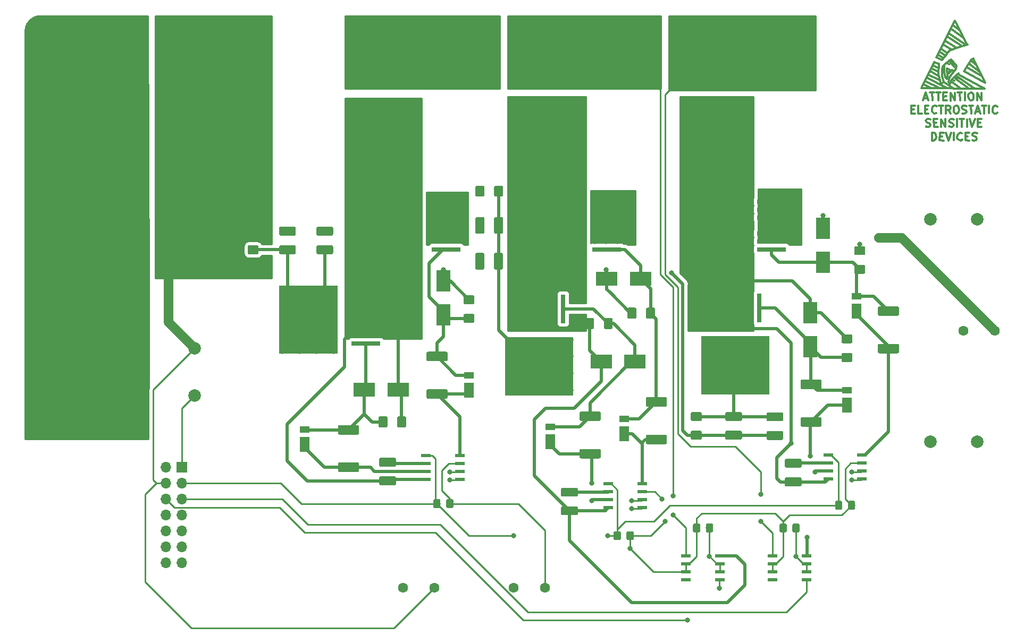
<source format=gtl>
G04 #@! TF.GenerationSoftware,KiCad,Pcbnew,5.0.2+dfsg1-1*
G04 #@! TF.CreationDate,2019-10-25T16:48:50-05:00*
G04 #@! TF.ProjectId,bldc_v1,626c6463-5f76-4312-9e6b-696361645f70,rev?*
G04 #@! TF.SameCoordinates,Original*
G04 #@! TF.FileFunction,Copper,L1,Top*
G04 #@! TF.FilePolarity,Positive*
%FSLAX46Y46*%
G04 Gerber Fmt 4.6, Leading zero omitted, Abs format (unit mm)*
G04 Created by KiCad (PCBNEW 5.0.2+dfsg1-1) date Fri 25 Oct 2019 04:48:50 PM CDT*
%MOMM*%
%LPD*%
G01*
G04 APERTURE LIST*
G04 #@! TA.AperFunction,EtchedComponent*
%ADD10C,0.304800*%
G04 #@! TD*
G04 #@! TA.AperFunction,ComponentPad*
%ADD11C,2.000000*%
G04 #@! TD*
G04 #@! TA.AperFunction,ComponentPad*
%ADD12C,1.600000*%
G04 #@! TD*
G04 #@! TA.AperFunction,Conductor*
%ADD13C,0.100000*%
G04 #@! TD*
G04 #@! TA.AperFunction,SMDPad,CuDef*
%ADD14C,1.425000*%
G04 #@! TD*
G04 #@! TA.AperFunction,SMDPad,CuDef*
%ADD15C,1.150000*%
G04 #@! TD*
G04 #@! TA.AperFunction,SMDPad,CuDef*
%ADD16R,1.500000X1.050000*%
G04 #@! TD*
G04 #@! TA.AperFunction,SMDPad,CuDef*
%ADD17R,1.500000X2.400000*%
G04 #@! TD*
G04 #@! TA.AperFunction,SMDPad,CuDef*
%ADD18R,2.300000X3.500000*%
G04 #@! TD*
G04 #@! TA.AperFunction,SMDPad,CuDef*
%ADD19R,3.500000X2.300000*%
G04 #@! TD*
G04 #@! TA.AperFunction,ComponentPad*
%ADD20C,3.000000*%
G04 #@! TD*
G04 #@! TA.AperFunction,ComponentPad*
%ADD21R,1.700000X1.700000*%
G04 #@! TD*
G04 #@! TA.AperFunction,ComponentPad*
%ADD22O,1.700000X1.700000*%
G04 #@! TD*
G04 #@! TA.AperFunction,SMDPad,CuDef*
%ADD23R,10.800000X9.400000*%
G04 #@! TD*
G04 #@! TA.AperFunction,SMDPad,CuDef*
%ADD24R,0.800000X4.600000*%
G04 #@! TD*
G04 #@! TA.AperFunction,SMDPad,CuDef*
%ADD25R,9.400000X10.800000*%
G04 #@! TD*
G04 #@! TA.AperFunction,SMDPad,CuDef*
%ADD26R,4.600000X0.800000*%
G04 #@! TD*
G04 #@! TA.AperFunction,SMDPad,CuDef*
%ADD27C,1.525000*%
G04 #@! TD*
G04 #@! TA.AperFunction,SMDPad,CuDef*
%ADD28R,1.550000X0.600000*%
G04 #@! TD*
G04 #@! TA.AperFunction,ViaPad*
%ADD29C,0.800000*%
G04 #@! TD*
G04 #@! TA.AperFunction,ViaPad*
%ADD30C,1.524000*%
G04 #@! TD*
G04 #@! TA.AperFunction,Conductor*
%ADD31C,0.508000*%
G04 #@! TD*
G04 #@! TA.AperFunction,Conductor*
%ADD32C,0.254000*%
G04 #@! TD*
G04 #@! TA.AperFunction,Conductor*
%ADD33C,1.524000*%
G04 #@! TD*
G04 #@! TA.AperFunction,Conductor*
%ADD34C,0.250000*%
G04 #@! TD*
G04 APERTURE END LIST*
D10*
G04 #@! TO.C,REF\002A\002A*
X213852760Y-43954700D02*
X214182960Y-43822620D01*
X213573360Y-44383960D02*
X213852760Y-43954700D01*
X213243160Y-44922440D02*
X213573360Y-44383960D01*
X212732620Y-45753020D02*
X213243160Y-44922440D01*
X211264500Y-46723300D02*
X211874100Y-46192440D01*
X210753960Y-47233840D02*
X211264500Y-46723300D01*
X210444080Y-47894240D02*
X210753960Y-47233840D01*
X210212940Y-47584360D02*
X210444080Y-47894240D01*
X210372960Y-46804580D02*
X210212940Y-47584360D01*
X211383880Y-45534580D02*
X210372960Y-46804580D01*
X211533740Y-45024040D02*
X211383880Y-45534580D01*
X210672680Y-43934380D02*
X211533740Y-45024040D01*
X210444080Y-44084240D02*
X210672680Y-43934380D01*
X209603340Y-44714160D02*
X210444080Y-44084240D01*
X209354420Y-45044360D02*
X209603340Y-44714160D01*
X209303620Y-45092620D02*
X209354420Y-45044360D01*
X209224880Y-45633640D02*
X209303620Y-45092620D01*
X209224880Y-46692820D02*
X209224880Y-45633640D01*
X209453480Y-47564040D02*
X209224880Y-46692820D01*
X209082640Y-47983140D02*
X209453480Y-47564040D01*
X208584800Y-46314360D02*
X209082640Y-47983140D01*
X208694020Y-44632880D02*
X208584800Y-46314360D01*
X210423760Y-42562780D02*
X209194400Y-44074080D01*
X212323680Y-41894760D02*
X210423760Y-42562780D01*
X213273640Y-41612820D02*
X212323680Y-41894760D01*
X211383880Y-46672500D02*
X211642960Y-47023020D01*
X211152740Y-47383700D02*
X211183220Y-47383700D01*
X210853020Y-47203360D02*
X211152740Y-47383700D01*
X212684360Y-45864780D02*
X212752940Y-45834300D01*
X216034620Y-47683420D02*
X212684360Y-45864780D01*
X214233760Y-43903900D02*
X216034620Y-47683420D01*
X209174080Y-44053760D02*
X209204560Y-44053760D01*
X208313020Y-43624500D02*
X209174080Y-44053760D01*
X211284820Y-37833300D02*
X208313020Y-43624500D01*
X213164420Y-41564560D02*
X211284820Y-37833300D01*
X215983820Y-48602900D02*
X211942680Y-46393100D01*
X205922880Y-48524160D02*
X215983820Y-48602900D01*
X207982820Y-44363640D02*
X205922880Y-48524160D01*
X208612740Y-44643040D02*
X207982820Y-44363640D01*
X210774280Y-45653960D02*
X211002880Y-45783500D01*
X210345020Y-46192440D02*
X210774280Y-45653960D01*
X210372960Y-45582840D02*
X210345020Y-46192440D01*
X209933540Y-45374560D02*
X210372960Y-45582840D01*
X210063080Y-46774100D02*
X209933540Y-45374560D01*
X209964020Y-47083980D02*
X210063080Y-46774100D01*
X209684620Y-46852840D02*
X209964020Y-47083980D01*
X209555080Y-46014640D02*
X209684620Y-46852840D01*
X209555080Y-45072300D02*
X209555080Y-46014640D01*
X211134960Y-45123100D02*
X211312760Y-45354240D01*
X210654900Y-44594780D02*
X211134960Y-45123100D01*
X210294220Y-44714160D02*
X210654900Y-44594780D01*
X209964020Y-44564300D02*
X210294220Y-44714160D01*
X210985100Y-38544500D02*
X212023960Y-39283640D01*
X210723480Y-39154100D02*
X212653880Y-40553640D01*
X210324700Y-39814500D02*
X212933280Y-41564560D01*
X210063080Y-40342820D02*
X212272880Y-41793160D01*
X209715100Y-40982900D02*
X211533740Y-42123360D01*
X210624420Y-42402760D02*
X210654900Y-42402760D01*
X209354420Y-41612820D02*
X210624420Y-42402760D01*
X209024220Y-42252900D02*
X210042760Y-42943780D01*
X209763360Y-43393360D02*
X209763360Y-43373040D01*
X208843880Y-42763440D02*
X209763360Y-43393360D01*
X208564480Y-43243500D02*
X209384900Y-43723560D01*
X213774020Y-44183300D02*
X214614760Y-44813220D01*
X213525100Y-44643040D02*
X215173560Y-45933360D01*
X213194900Y-45252640D02*
X215452960Y-46593760D01*
X207703420Y-44874180D02*
X208445100Y-45272960D01*
X207523080Y-45374560D02*
X208594960Y-45963840D01*
X207324960Y-45864780D02*
X208612740Y-46593760D01*
X208663540Y-47203360D02*
X208694020Y-47203360D01*
X207043020Y-46413420D02*
X208663540Y-47203360D01*
X206733140Y-46873160D02*
X209933540Y-48524160D01*
X206514700Y-47434500D02*
X208894680Y-48572420D01*
X206303880Y-47962820D02*
X207424020Y-48554640D01*
X209534760Y-47584360D02*
X211053680Y-48602900D01*
X212095080Y-48524160D02*
X212123020Y-48524160D01*
X210723480Y-47513240D02*
X212095080Y-48524160D01*
X211312760Y-47053500D02*
X213243160Y-48503840D01*
X214332820Y-48524160D02*
X214353140Y-48524160D01*
X211594700Y-46672500D02*
X214332820Y-48524160D01*
X210423760Y-44282360D02*
X211134960Y-44792900D01*
X206613760Y-49253140D02*
X207043020Y-50523140D01*
X206204820Y-50523140D02*
X206613760Y-49253140D01*
X206324200Y-50172620D02*
X206923640Y-50182780D01*
X207284320Y-49260760D02*
X207965040Y-49253140D01*
X208295240Y-49253140D02*
X208932780Y-49242980D01*
X207624680Y-49260760D02*
X207655160Y-50492660D01*
X208612740Y-50523140D02*
X208605120Y-49270920D01*
X209412840Y-50492660D02*
X209423000Y-50492660D01*
X209412840Y-49260760D02*
X209412840Y-50492660D01*
X209423000Y-49260760D02*
X209933540Y-49260760D01*
X209453480Y-49862740D02*
X209473800Y-49862740D01*
X209875120Y-49852580D02*
X209453480Y-49862740D01*
X209433160Y-50512980D02*
X209443320Y-50512980D01*
X209974180Y-50530760D02*
X209433160Y-50512980D01*
X211264500Y-50502820D02*
X211264500Y-49270920D01*
X210553300Y-49301400D02*
X211264500Y-50502820D01*
X210563460Y-50540920D02*
X210553300Y-49301400D01*
X211683600Y-49253140D02*
X212384640Y-49253140D01*
X212044280Y-49281080D02*
X212064600Y-50492660D01*
X212854540Y-49242980D02*
X212844380Y-50502820D01*
X213504780Y-49392840D02*
X213713060Y-49270920D01*
X213393020Y-49601120D02*
X213504780Y-49392840D01*
X213393020Y-49921160D02*
X213393020Y-49601120D01*
X213504780Y-50352960D02*
X213393020Y-49921160D01*
X213674960Y-50492660D02*
X213504780Y-50352960D01*
X213883240Y-50512980D02*
X213674960Y-50492660D01*
X214114380Y-50401220D02*
X213883240Y-50512980D01*
X214223600Y-50182780D02*
X214114380Y-50401220D01*
X214233760Y-49883060D02*
X214223600Y-50182780D01*
X214223600Y-49542700D02*
X214233760Y-49883060D01*
X214053420Y-49331880D02*
X214223600Y-49542700D01*
X213824820Y-49260760D02*
X214053420Y-49331880D01*
X215513920Y-50512980D02*
X215503760Y-49281080D01*
X214795100Y-49311560D02*
X215513920Y-50512980D01*
X214784940Y-50502820D02*
X214795100Y-49311560D01*
X204924660Y-51323240D02*
X204284580Y-51323240D01*
X204274420Y-52583080D02*
X204863700Y-52583080D01*
X204284580Y-51323240D02*
X204274420Y-52583080D01*
X204703680Y-51943000D02*
X204325220Y-51932840D01*
X205435200Y-52583080D02*
X206024480Y-52583080D01*
X205442820Y-51313080D02*
X205435200Y-52583080D01*
X206463900Y-52593240D02*
X207032860Y-52593240D01*
X206463900Y-51330860D02*
X206463900Y-52593240D01*
X206514700Y-51943000D02*
X206865220Y-51943000D01*
X206463900Y-51330860D02*
X207032860Y-51330860D01*
X206474060Y-51341020D02*
X206463900Y-51330860D01*
X207954880Y-52583080D02*
X208302860Y-52501800D01*
X207744060Y-52481480D02*
X207954880Y-52583080D01*
X207584040Y-52232560D02*
X207744060Y-52481480D01*
X207563720Y-51871880D02*
X207584040Y-52232560D01*
X207662780Y-51501040D02*
X207563720Y-51871880D01*
X207914240Y-51351180D02*
X207662780Y-51501040D01*
X208135220Y-51351180D02*
X207914240Y-51351180D01*
X208373980Y-51462940D02*
X208135220Y-51351180D01*
X208724500Y-51330860D02*
X209395060Y-51330860D01*
X209024220Y-51711860D02*
X209044540Y-52583080D01*
X209044540Y-51341020D02*
X209064860Y-51341020D01*
X209034380Y-51732180D02*
X209044540Y-51341020D01*
X209903060Y-51991260D02*
X209913220Y-51991260D01*
X210304380Y-51991260D02*
X209903060Y-51991260D01*
X210474560Y-51902360D02*
X210304380Y-51991260D01*
X210563460Y-51711860D02*
X210474560Y-51902360D01*
X210474560Y-51452780D02*
X210563460Y-51711860D01*
X210284060Y-51341020D02*
X210474560Y-51452780D01*
X209844640Y-51351180D02*
X210284060Y-51341020D01*
X209844640Y-52572920D02*
X209844640Y-51351180D01*
X210195160Y-52031900D02*
X210553300Y-52572920D01*
X211254340Y-51391820D02*
X211434680Y-51381660D01*
X211104480Y-51582320D02*
X211254340Y-51391820D01*
X211033360Y-52001420D02*
X211104480Y-51582320D01*
X211104480Y-52321460D02*
X211033360Y-52001420D01*
X211312760Y-52583080D02*
X211104480Y-52321460D01*
X211533740Y-52593240D02*
X211312760Y-52583080D01*
X211724240Y-52542440D02*
X211533740Y-52593240D01*
X211843620Y-52382420D02*
X211724240Y-52542440D01*
X211914740Y-52001420D02*
X211843620Y-52382420D01*
X211853780Y-51633120D02*
X211914740Y-52001420D01*
X211714080Y-51412140D02*
X211853780Y-51633120D01*
X211465160Y-51341020D02*
X211714080Y-51412140D01*
X212704680Y-52611020D02*
X212394800Y-52572920D01*
X212953600Y-52532280D02*
X212704680Y-52611020D01*
X213103460Y-52362100D02*
X212953600Y-52532280D01*
X212994240Y-52092860D02*
X213103460Y-52362100D01*
X212742780Y-51981100D02*
X212994240Y-52092860D01*
X212443060Y-51821080D02*
X212742780Y-51981100D01*
X212384640Y-51633120D02*
X212443060Y-51821080D01*
X212524340Y-51381660D02*
X212384640Y-51633120D01*
X212885020Y-51323240D02*
X212524340Y-51381660D01*
X213113620Y-51391820D02*
X212885020Y-51323240D01*
X213504780Y-51330860D02*
X214155020Y-51330860D01*
X213814660Y-51341020D02*
X213834980Y-52583080D01*
X214873840Y-51361340D02*
X215275160Y-52583080D01*
X214454740Y-52593240D02*
X214873840Y-51361340D01*
X214584280Y-52232560D02*
X215115140Y-52232560D01*
X215534240Y-51361340D02*
X216225120Y-51351180D01*
X215874600Y-51361340D02*
X215905080Y-52583080D01*
X216705180Y-51323240D02*
X216705180Y-52552600D01*
X217815160Y-52572920D02*
X217992960Y-52461160D01*
X217523060Y-52572920D02*
X217815160Y-52572920D01*
X217274140Y-52372260D02*
X217523060Y-52572920D01*
X217223340Y-51970940D02*
X217274140Y-52372260D01*
X217314780Y-51551840D02*
X217223340Y-51970940D01*
X217553540Y-51351180D02*
X217314780Y-51551840D01*
X217784680Y-51330860D02*
X217553540Y-51351180D01*
X218053920Y-51483260D02*
X217784680Y-51330860D01*
X206712820Y-54701440D02*
X206644240Y-54681120D01*
X207053180Y-54762400D02*
X206712820Y-54701440D01*
X207284320Y-54653180D02*
X207053180Y-54762400D01*
X207335120Y-54381400D02*
X207284320Y-54653180D01*
X207203040Y-54173120D02*
X207335120Y-54381400D01*
X206872840Y-54041040D02*
X207203040Y-54173120D01*
X206644240Y-53921660D02*
X206872840Y-54041040D01*
X206623920Y-53710840D02*
X206644240Y-53921660D01*
X206855060Y-53482240D02*
X206623920Y-53710840D01*
X207164940Y-53472080D02*
X206855060Y-53482240D01*
X207373220Y-53533040D02*
X207164940Y-53472080D01*
X208473040Y-53472080D02*
X207924400Y-53472080D01*
X208302860Y-54051200D02*
X207904080Y-54041040D01*
X207914240Y-54711600D02*
X207893920Y-53482240D01*
X208513680Y-54742080D02*
X207914240Y-54711600D01*
X209753200Y-54721760D02*
X209753200Y-53482240D01*
X209064860Y-53543200D02*
X209753200Y-54721760D01*
X209064860Y-54711600D02*
X209064860Y-53543200D01*
X210624420Y-54721760D02*
X210355180Y-54681120D01*
X210863180Y-54701440D02*
X210624420Y-54721760D01*
X211033360Y-54500780D02*
X210863180Y-54701440D01*
X211002880Y-54302660D02*
X211033360Y-54500780D01*
X210835240Y-54152800D02*
X211002880Y-54302660D01*
X210614260Y-54081680D02*
X210835240Y-54152800D01*
X210413600Y-53992780D02*
X210614260Y-54081680D01*
X210314540Y-53802280D02*
X210413600Y-53992780D01*
X210383120Y-53591460D02*
X210314540Y-53802280D01*
X210593940Y-53472080D02*
X210383120Y-53591460D01*
X210863180Y-53441600D02*
X210593940Y-53472080D01*
X211074000Y-53533040D02*
X210863180Y-53441600D01*
X211584540Y-53431440D02*
X211584540Y-54691280D01*
X212034120Y-53482240D02*
X212704680Y-53492400D01*
X212374480Y-54691280D02*
X212384640Y-54691280D01*
X212364320Y-53502560D02*
X212374480Y-54691280D01*
X213174580Y-53502560D02*
X213164420Y-54701440D01*
X213995000Y-54701440D02*
X214434420Y-53482240D01*
X213583520Y-53482240D02*
X213995000Y-54701440D01*
X215473280Y-53472080D02*
X214873840Y-53482240D01*
X214873840Y-54721760D02*
X214853520Y-53502560D01*
X215483440Y-54742080D02*
X214873840Y-54721760D01*
X215282780Y-54041040D02*
X214924640Y-54051200D01*
X207944720Y-55651400D02*
X207645000Y-55641240D01*
X208114900Y-55742840D02*
X207944720Y-55651400D01*
X208234280Y-55981600D02*
X208114900Y-55742840D01*
X208274920Y-56311800D02*
X208234280Y-55981600D01*
X208163160Y-56713120D02*
X208274920Y-56311800D01*
X207893920Y-56890920D02*
X208163160Y-56713120D01*
X207573880Y-56890920D02*
X207893920Y-56890920D01*
X207573880Y-55651400D02*
X207573880Y-56890920D01*
X208813400Y-56873140D02*
X209433160Y-56890920D01*
X208843880Y-55631080D02*
X208813400Y-56873140D01*
X209443320Y-55631080D02*
X208843880Y-55631080D01*
X208915000Y-56250840D02*
X208915000Y-56233060D01*
X209252820Y-56222900D02*
X208915000Y-56250840D01*
X210212940Y-56890920D02*
X210634580Y-55631080D01*
X209793840Y-55620920D02*
X210212940Y-56890920D01*
X211074000Y-55631080D02*
X211074000Y-56873140D01*
X212384640Y-56781700D02*
X212394800Y-56771540D01*
X212234780Y-56901080D02*
X212384640Y-56781700D01*
X211973160Y-56862980D02*
X212234780Y-56901080D01*
X211693760Y-56692800D02*
X211973160Y-56862980D01*
X211594700Y-56393080D02*
X211693760Y-56692800D01*
X211673440Y-55991760D02*
X211594700Y-56393080D01*
X211924900Y-55702200D02*
X211673440Y-55991760D01*
X212173820Y-55651400D02*
X211924900Y-55702200D01*
X212384640Y-55742840D02*
X212173820Y-55651400D01*
X212953600Y-56873140D02*
X213525100Y-56890920D01*
X212943440Y-55651400D02*
X212953600Y-56873140D01*
X213553040Y-55631080D02*
X212943440Y-55651400D01*
X213273640Y-56222900D02*
X212963760Y-56233060D01*
X214053420Y-56862980D02*
X214063580Y-56852820D01*
X214284560Y-56901080D02*
X214053420Y-56862980D01*
X214594440Y-56852820D02*
X214284560Y-56901080D01*
X214734140Y-56662320D02*
X214594440Y-56852820D01*
X214614760Y-56372760D02*
X214734140Y-56662320D01*
X214353140Y-56271160D02*
X214614760Y-56372760D01*
X214073740Y-56052720D02*
X214353140Y-56271160D01*
X214073740Y-55811420D02*
X214073740Y-56052720D01*
X214304880Y-55641240D02*
X214073740Y-55811420D01*
X214574120Y-55641240D02*
X214304880Y-55641240D01*
X214795100Y-55732680D02*
X214574120Y-55641240D01*
G04 #@! TD*
D11*
G04 #@! TO.P,C1,1*
G04 #@! TO.N,/48v*
X90170000Y-97536000D03*
G04 #@! TO.P,C1,2*
G04 #@! TO.N,/GND*
X90170000Y-90036000D03*
G04 #@! TD*
D12*
G04 #@! TO.P,C2,2*
G04 #@! TO.N,/GND*
X146000000Y-128220000D03*
G04 #@! TO.P,C2,1*
G04 #@! TO.N,/12v*
X141000000Y-128220000D03*
G04 #@! TD*
D11*
G04 #@! TO.P,C3,2*
G04 #@! TO.N,/GND*
X214825000Y-69448349D03*
G04 #@! TO.P,C3,1*
G04 #@! TO.N,/48v*
X207325000Y-69448349D03*
G04 #@! TD*
G04 #@! TO.P,C4,1*
G04 #@! TO.N,/48v*
X207325000Y-104900000D03*
G04 #@! TO.P,C4,2*
G04 #@! TO.N,/GND*
X214825000Y-104900000D03*
G04 #@! TD*
D12*
G04 #@! TO.P,C5,1*
G04 #@! TO.N,/5v*
X123325000Y-128220000D03*
G04 #@! TO.P,C5,2*
G04 #@! TO.N,/GND*
X128325000Y-128220000D03*
G04 #@! TD*
G04 #@! TO.P,C6,1*
G04 #@! TO.N,/48v*
X81026000Y-76200000D03*
G04 #@! TO.P,C6,2*
G04 #@! TO.N,/GND*
X86026000Y-76200000D03*
G04 #@! TD*
G04 #@! TO.P,C7,2*
G04 #@! TO.N,/GND*
X217575000Y-87200000D03*
G04 #@! TO.P,C7,1*
G04 #@! TO.N,/48v*
X212575000Y-87200000D03*
G04 #@! TD*
D13*
G04 #@! TO.N,Net-(C8-Pad1)*
G04 #@! TO.C,C8*
G36*
X186597504Y-107655204D02*
X186621773Y-107658804D01*
X186645571Y-107664765D01*
X186668671Y-107673030D01*
X186690849Y-107683520D01*
X186711893Y-107696133D01*
X186731598Y-107710747D01*
X186749777Y-107727223D01*
X186766253Y-107745402D01*
X186780867Y-107765107D01*
X186793480Y-107786151D01*
X186803970Y-107808329D01*
X186812235Y-107831429D01*
X186818196Y-107855227D01*
X186821796Y-107879496D01*
X186823000Y-107904000D01*
X186823000Y-108829000D01*
X186821796Y-108853504D01*
X186818196Y-108877773D01*
X186812235Y-108901571D01*
X186803970Y-108924671D01*
X186793480Y-108946849D01*
X186780867Y-108967893D01*
X186766253Y-108987598D01*
X186749777Y-109005777D01*
X186731598Y-109022253D01*
X186711893Y-109036867D01*
X186690849Y-109049480D01*
X186668671Y-109059970D01*
X186645571Y-109068235D01*
X186621773Y-109074196D01*
X186597504Y-109077796D01*
X186573000Y-109079000D01*
X184423000Y-109079000D01*
X184398496Y-109077796D01*
X184374227Y-109074196D01*
X184350429Y-109068235D01*
X184327329Y-109059970D01*
X184305151Y-109049480D01*
X184284107Y-109036867D01*
X184264402Y-109022253D01*
X184246223Y-109005777D01*
X184229747Y-108987598D01*
X184215133Y-108967893D01*
X184202520Y-108946849D01*
X184192030Y-108924671D01*
X184183765Y-108901571D01*
X184177804Y-108877773D01*
X184174204Y-108853504D01*
X184173000Y-108829000D01*
X184173000Y-107904000D01*
X184174204Y-107879496D01*
X184177804Y-107855227D01*
X184183765Y-107831429D01*
X184192030Y-107808329D01*
X184202520Y-107786151D01*
X184215133Y-107765107D01*
X184229747Y-107745402D01*
X184246223Y-107727223D01*
X184264402Y-107710747D01*
X184284107Y-107696133D01*
X184305151Y-107683520D01*
X184327329Y-107673030D01*
X184350429Y-107664765D01*
X184374227Y-107658804D01*
X184398496Y-107655204D01*
X184423000Y-107654000D01*
X186573000Y-107654000D01*
X186597504Y-107655204D01*
X186597504Y-107655204D01*
G37*
D14*
G04 #@! TD*
G04 #@! TO.P,C8,1*
G04 #@! TO.N,Net-(C8-Pad1)*
X185498000Y-108366500D03*
D13*
G04 #@! TO.N,/gatedrivers/PHASEA_SOURCE*
G04 #@! TO.C,C8*
G36*
X186597504Y-110630204D02*
X186621773Y-110633804D01*
X186645571Y-110639765D01*
X186668671Y-110648030D01*
X186690849Y-110658520D01*
X186711893Y-110671133D01*
X186731598Y-110685747D01*
X186749777Y-110702223D01*
X186766253Y-110720402D01*
X186780867Y-110740107D01*
X186793480Y-110761151D01*
X186803970Y-110783329D01*
X186812235Y-110806429D01*
X186818196Y-110830227D01*
X186821796Y-110854496D01*
X186823000Y-110879000D01*
X186823000Y-111804000D01*
X186821796Y-111828504D01*
X186818196Y-111852773D01*
X186812235Y-111876571D01*
X186803970Y-111899671D01*
X186793480Y-111921849D01*
X186780867Y-111942893D01*
X186766253Y-111962598D01*
X186749777Y-111980777D01*
X186731598Y-111997253D01*
X186711893Y-112011867D01*
X186690849Y-112024480D01*
X186668671Y-112034970D01*
X186645571Y-112043235D01*
X186621773Y-112049196D01*
X186597504Y-112052796D01*
X186573000Y-112054000D01*
X184423000Y-112054000D01*
X184398496Y-112052796D01*
X184374227Y-112049196D01*
X184350429Y-112043235D01*
X184327329Y-112034970D01*
X184305151Y-112024480D01*
X184284107Y-112011867D01*
X184264402Y-111997253D01*
X184246223Y-111980777D01*
X184229747Y-111962598D01*
X184215133Y-111942893D01*
X184202520Y-111921849D01*
X184192030Y-111899671D01*
X184183765Y-111876571D01*
X184177804Y-111852773D01*
X184174204Y-111828504D01*
X184173000Y-111804000D01*
X184173000Y-110879000D01*
X184174204Y-110854496D01*
X184177804Y-110830227D01*
X184183765Y-110806429D01*
X184192030Y-110783329D01*
X184202520Y-110761151D01*
X184215133Y-110740107D01*
X184229747Y-110720402D01*
X184246223Y-110702223D01*
X184264402Y-110685747D01*
X184284107Y-110671133D01*
X184305151Y-110658520D01*
X184327329Y-110648030D01*
X184350429Y-110639765D01*
X184374227Y-110633804D01*
X184398496Y-110630204D01*
X184423000Y-110629000D01*
X186573000Y-110629000D01*
X186597504Y-110630204D01*
X186597504Y-110630204D01*
G37*
D14*
G04 #@! TD*
G04 #@! TO.P,C8,2*
G04 #@! TO.N,/gatedrivers/PHASEA_SOURCE*
X185498000Y-111341500D03*
D13*
G04 #@! TO.N,Net-(C9-Pad1)*
G04 #@! TO.C,C9*
G36*
X150959504Y-112260704D02*
X150983773Y-112264304D01*
X151007571Y-112270265D01*
X151030671Y-112278530D01*
X151052849Y-112289020D01*
X151073893Y-112301633D01*
X151093598Y-112316247D01*
X151111777Y-112332723D01*
X151128253Y-112350902D01*
X151142867Y-112370607D01*
X151155480Y-112391651D01*
X151165970Y-112413829D01*
X151174235Y-112436929D01*
X151180196Y-112460727D01*
X151183796Y-112484996D01*
X151185000Y-112509500D01*
X151185000Y-113434500D01*
X151183796Y-113459004D01*
X151180196Y-113483273D01*
X151174235Y-113507071D01*
X151165970Y-113530171D01*
X151155480Y-113552349D01*
X151142867Y-113573393D01*
X151128253Y-113593098D01*
X151111777Y-113611277D01*
X151093598Y-113627753D01*
X151073893Y-113642367D01*
X151052849Y-113654980D01*
X151030671Y-113665470D01*
X151007571Y-113673735D01*
X150983773Y-113679696D01*
X150959504Y-113683296D01*
X150935000Y-113684500D01*
X148785000Y-113684500D01*
X148760496Y-113683296D01*
X148736227Y-113679696D01*
X148712429Y-113673735D01*
X148689329Y-113665470D01*
X148667151Y-113654980D01*
X148646107Y-113642367D01*
X148626402Y-113627753D01*
X148608223Y-113611277D01*
X148591747Y-113593098D01*
X148577133Y-113573393D01*
X148564520Y-113552349D01*
X148554030Y-113530171D01*
X148545765Y-113507071D01*
X148539804Y-113483273D01*
X148536204Y-113459004D01*
X148535000Y-113434500D01*
X148535000Y-112509500D01*
X148536204Y-112484996D01*
X148539804Y-112460727D01*
X148545765Y-112436929D01*
X148554030Y-112413829D01*
X148564520Y-112391651D01*
X148577133Y-112370607D01*
X148591747Y-112350902D01*
X148608223Y-112332723D01*
X148626402Y-112316247D01*
X148646107Y-112301633D01*
X148667151Y-112289020D01*
X148689329Y-112278530D01*
X148712429Y-112270265D01*
X148736227Y-112264304D01*
X148760496Y-112260704D01*
X148785000Y-112259500D01*
X150935000Y-112259500D01*
X150959504Y-112260704D01*
X150959504Y-112260704D01*
G37*
D14*
G04 #@! TD*
G04 #@! TO.P,C9,1*
G04 #@! TO.N,Net-(C9-Pad1)*
X149860000Y-112972000D03*
D13*
G04 #@! TO.N,/gatedrivers/PHASEB_SOURCE*
G04 #@! TO.C,C9*
G36*
X150959504Y-115235704D02*
X150983773Y-115239304D01*
X151007571Y-115245265D01*
X151030671Y-115253530D01*
X151052849Y-115264020D01*
X151073893Y-115276633D01*
X151093598Y-115291247D01*
X151111777Y-115307723D01*
X151128253Y-115325902D01*
X151142867Y-115345607D01*
X151155480Y-115366651D01*
X151165970Y-115388829D01*
X151174235Y-115411929D01*
X151180196Y-115435727D01*
X151183796Y-115459996D01*
X151185000Y-115484500D01*
X151185000Y-116409500D01*
X151183796Y-116434004D01*
X151180196Y-116458273D01*
X151174235Y-116482071D01*
X151165970Y-116505171D01*
X151155480Y-116527349D01*
X151142867Y-116548393D01*
X151128253Y-116568098D01*
X151111777Y-116586277D01*
X151093598Y-116602753D01*
X151073893Y-116617367D01*
X151052849Y-116629980D01*
X151030671Y-116640470D01*
X151007571Y-116648735D01*
X150983773Y-116654696D01*
X150959504Y-116658296D01*
X150935000Y-116659500D01*
X148785000Y-116659500D01*
X148760496Y-116658296D01*
X148736227Y-116654696D01*
X148712429Y-116648735D01*
X148689329Y-116640470D01*
X148667151Y-116629980D01*
X148646107Y-116617367D01*
X148626402Y-116602753D01*
X148608223Y-116586277D01*
X148591747Y-116568098D01*
X148577133Y-116548393D01*
X148564520Y-116527349D01*
X148554030Y-116505171D01*
X148545765Y-116482071D01*
X148539804Y-116458273D01*
X148536204Y-116434004D01*
X148535000Y-116409500D01*
X148535000Y-115484500D01*
X148536204Y-115459996D01*
X148539804Y-115435727D01*
X148545765Y-115411929D01*
X148554030Y-115388829D01*
X148564520Y-115366651D01*
X148577133Y-115345607D01*
X148591747Y-115325902D01*
X148608223Y-115307723D01*
X148626402Y-115291247D01*
X148646107Y-115276633D01*
X148667151Y-115264020D01*
X148689329Y-115253530D01*
X148712429Y-115245265D01*
X148736227Y-115239304D01*
X148760496Y-115235704D01*
X148785000Y-115234500D01*
X150935000Y-115234500D01*
X150959504Y-115235704D01*
X150959504Y-115235704D01*
G37*
D14*
G04 #@! TD*
G04 #@! TO.P,C9,2*
G04 #@! TO.N,/gatedrivers/PHASEB_SOURCE*
X149860000Y-115947000D03*
D13*
G04 #@! TO.N,Net-(C10-Pad1)*
G04 #@! TO.C,C10*
G36*
X122003504Y-107492704D02*
X122027773Y-107496304D01*
X122051571Y-107502265D01*
X122074671Y-107510530D01*
X122096849Y-107521020D01*
X122117893Y-107533633D01*
X122137598Y-107548247D01*
X122155777Y-107564723D01*
X122172253Y-107582902D01*
X122186867Y-107602607D01*
X122199480Y-107623651D01*
X122209970Y-107645829D01*
X122218235Y-107668929D01*
X122224196Y-107692727D01*
X122227796Y-107716996D01*
X122229000Y-107741500D01*
X122229000Y-108666500D01*
X122227796Y-108691004D01*
X122224196Y-108715273D01*
X122218235Y-108739071D01*
X122209970Y-108762171D01*
X122199480Y-108784349D01*
X122186867Y-108805393D01*
X122172253Y-108825098D01*
X122155777Y-108843277D01*
X122137598Y-108859753D01*
X122117893Y-108874367D01*
X122096849Y-108886980D01*
X122074671Y-108897470D01*
X122051571Y-108905735D01*
X122027773Y-108911696D01*
X122003504Y-108915296D01*
X121979000Y-108916500D01*
X119829000Y-108916500D01*
X119804496Y-108915296D01*
X119780227Y-108911696D01*
X119756429Y-108905735D01*
X119733329Y-108897470D01*
X119711151Y-108886980D01*
X119690107Y-108874367D01*
X119670402Y-108859753D01*
X119652223Y-108843277D01*
X119635747Y-108825098D01*
X119621133Y-108805393D01*
X119608520Y-108784349D01*
X119598030Y-108762171D01*
X119589765Y-108739071D01*
X119583804Y-108715273D01*
X119580204Y-108691004D01*
X119579000Y-108666500D01*
X119579000Y-107741500D01*
X119580204Y-107716996D01*
X119583804Y-107692727D01*
X119589765Y-107668929D01*
X119598030Y-107645829D01*
X119608520Y-107623651D01*
X119621133Y-107602607D01*
X119635747Y-107582902D01*
X119652223Y-107564723D01*
X119670402Y-107548247D01*
X119690107Y-107533633D01*
X119711151Y-107521020D01*
X119733329Y-107510530D01*
X119756429Y-107502265D01*
X119780227Y-107496304D01*
X119804496Y-107492704D01*
X119829000Y-107491500D01*
X121979000Y-107491500D01*
X122003504Y-107492704D01*
X122003504Y-107492704D01*
G37*
D14*
G04 #@! TD*
G04 #@! TO.P,C10,1*
G04 #@! TO.N,Net-(C10-Pad1)*
X120904000Y-108204000D03*
D13*
G04 #@! TO.N,/gatedrivers/PHASEC_SOURCE*
G04 #@! TO.C,C10*
G36*
X122003504Y-110467704D02*
X122027773Y-110471304D01*
X122051571Y-110477265D01*
X122074671Y-110485530D01*
X122096849Y-110496020D01*
X122117893Y-110508633D01*
X122137598Y-110523247D01*
X122155777Y-110539723D01*
X122172253Y-110557902D01*
X122186867Y-110577607D01*
X122199480Y-110598651D01*
X122209970Y-110620829D01*
X122218235Y-110643929D01*
X122224196Y-110667727D01*
X122227796Y-110691996D01*
X122229000Y-110716500D01*
X122229000Y-111641500D01*
X122227796Y-111666004D01*
X122224196Y-111690273D01*
X122218235Y-111714071D01*
X122209970Y-111737171D01*
X122199480Y-111759349D01*
X122186867Y-111780393D01*
X122172253Y-111800098D01*
X122155777Y-111818277D01*
X122137598Y-111834753D01*
X122117893Y-111849367D01*
X122096849Y-111861980D01*
X122074671Y-111872470D01*
X122051571Y-111880735D01*
X122027773Y-111886696D01*
X122003504Y-111890296D01*
X121979000Y-111891500D01*
X119829000Y-111891500D01*
X119804496Y-111890296D01*
X119780227Y-111886696D01*
X119756429Y-111880735D01*
X119733329Y-111872470D01*
X119711151Y-111861980D01*
X119690107Y-111849367D01*
X119670402Y-111834753D01*
X119652223Y-111818277D01*
X119635747Y-111800098D01*
X119621133Y-111780393D01*
X119608520Y-111759349D01*
X119598030Y-111737171D01*
X119589765Y-111714071D01*
X119583804Y-111690273D01*
X119580204Y-111666004D01*
X119579000Y-111641500D01*
X119579000Y-110716500D01*
X119580204Y-110691996D01*
X119583804Y-110667727D01*
X119589765Y-110643929D01*
X119598030Y-110620829D01*
X119608520Y-110598651D01*
X119621133Y-110577607D01*
X119635747Y-110557902D01*
X119652223Y-110539723D01*
X119670402Y-110523247D01*
X119690107Y-110508633D01*
X119711151Y-110496020D01*
X119733329Y-110485530D01*
X119756429Y-110477265D01*
X119780227Y-110471304D01*
X119804496Y-110467704D01*
X119829000Y-110466500D01*
X121979000Y-110466500D01*
X122003504Y-110467704D01*
X122003504Y-110467704D01*
G37*
D14*
G04 #@! TD*
G04 #@! TO.P,C10,2*
G04 #@! TO.N,/gatedrivers/PHASEC_SOURCE*
X120904000Y-111179000D03*
D13*
G04 #@! TO.N,/GND*
G04 #@! TO.C,C11*
G36*
X195127505Y-114362204D02*
X195151773Y-114365804D01*
X195175572Y-114371765D01*
X195198671Y-114380030D01*
X195220850Y-114390520D01*
X195241893Y-114403132D01*
X195261599Y-114417747D01*
X195279777Y-114434223D01*
X195296253Y-114452401D01*
X195310868Y-114472107D01*
X195323480Y-114493150D01*
X195333970Y-114515329D01*
X195342235Y-114538428D01*
X195348196Y-114562227D01*
X195351796Y-114586495D01*
X195353000Y-114610999D01*
X195353000Y-115511001D01*
X195351796Y-115535505D01*
X195348196Y-115559773D01*
X195342235Y-115583572D01*
X195333970Y-115606671D01*
X195323480Y-115628850D01*
X195310868Y-115649893D01*
X195296253Y-115669599D01*
X195279777Y-115687777D01*
X195261599Y-115704253D01*
X195241893Y-115718868D01*
X195220850Y-115731480D01*
X195198671Y-115741970D01*
X195175572Y-115750235D01*
X195151773Y-115756196D01*
X195127505Y-115759796D01*
X195103001Y-115761000D01*
X194452999Y-115761000D01*
X194428495Y-115759796D01*
X194404227Y-115756196D01*
X194380428Y-115750235D01*
X194357329Y-115741970D01*
X194335150Y-115731480D01*
X194314107Y-115718868D01*
X194294401Y-115704253D01*
X194276223Y-115687777D01*
X194259747Y-115669599D01*
X194245132Y-115649893D01*
X194232520Y-115628850D01*
X194222030Y-115606671D01*
X194213765Y-115583572D01*
X194207804Y-115559773D01*
X194204204Y-115535505D01*
X194203000Y-115511001D01*
X194203000Y-114610999D01*
X194204204Y-114586495D01*
X194207804Y-114562227D01*
X194213765Y-114538428D01*
X194222030Y-114515329D01*
X194232520Y-114493150D01*
X194245132Y-114472107D01*
X194259747Y-114452401D01*
X194276223Y-114434223D01*
X194294401Y-114417747D01*
X194314107Y-114403132D01*
X194335150Y-114390520D01*
X194357329Y-114380030D01*
X194380428Y-114371765D01*
X194404227Y-114365804D01*
X194428495Y-114362204D01*
X194452999Y-114361000D01*
X195103001Y-114361000D01*
X195127505Y-114362204D01*
X195127505Y-114362204D01*
G37*
D15*
G04 #@! TD*
G04 #@! TO.P,C11,1*
G04 #@! TO.N,/GND*
X194778000Y-115061000D03*
D13*
G04 #@! TO.N,/12v*
G04 #@! TO.C,C11*
G36*
X193077505Y-114362204D02*
X193101773Y-114365804D01*
X193125572Y-114371765D01*
X193148671Y-114380030D01*
X193170850Y-114390520D01*
X193191893Y-114403132D01*
X193211599Y-114417747D01*
X193229777Y-114434223D01*
X193246253Y-114452401D01*
X193260868Y-114472107D01*
X193273480Y-114493150D01*
X193283970Y-114515329D01*
X193292235Y-114538428D01*
X193298196Y-114562227D01*
X193301796Y-114586495D01*
X193303000Y-114610999D01*
X193303000Y-115511001D01*
X193301796Y-115535505D01*
X193298196Y-115559773D01*
X193292235Y-115583572D01*
X193283970Y-115606671D01*
X193273480Y-115628850D01*
X193260868Y-115649893D01*
X193246253Y-115669599D01*
X193229777Y-115687777D01*
X193211599Y-115704253D01*
X193191893Y-115718868D01*
X193170850Y-115731480D01*
X193148671Y-115741970D01*
X193125572Y-115750235D01*
X193101773Y-115756196D01*
X193077505Y-115759796D01*
X193053001Y-115761000D01*
X192402999Y-115761000D01*
X192378495Y-115759796D01*
X192354227Y-115756196D01*
X192330428Y-115750235D01*
X192307329Y-115741970D01*
X192285150Y-115731480D01*
X192264107Y-115718868D01*
X192244401Y-115704253D01*
X192226223Y-115687777D01*
X192209747Y-115669599D01*
X192195132Y-115649893D01*
X192182520Y-115628850D01*
X192172030Y-115606671D01*
X192163765Y-115583572D01*
X192157804Y-115559773D01*
X192154204Y-115535505D01*
X192153000Y-115511001D01*
X192153000Y-114610999D01*
X192154204Y-114586495D01*
X192157804Y-114562227D01*
X192163765Y-114538428D01*
X192172030Y-114515329D01*
X192182520Y-114493150D01*
X192195132Y-114472107D01*
X192209747Y-114452401D01*
X192226223Y-114434223D01*
X192244401Y-114417747D01*
X192264107Y-114403132D01*
X192285150Y-114390520D01*
X192307329Y-114380030D01*
X192330428Y-114371765D01*
X192354227Y-114365804D01*
X192378495Y-114362204D01*
X192402999Y-114361000D01*
X193053001Y-114361000D01*
X193077505Y-114362204D01*
X193077505Y-114362204D01*
G37*
D15*
G04 #@! TD*
G04 #@! TO.P,C11,2*
G04 #@! TO.N,/12v*
X192728000Y-115061000D03*
D13*
G04 #@! TO.N,/12v*
G04 #@! TO.C,C12*
G36*
X157820505Y-119221704D02*
X157844773Y-119225304D01*
X157868572Y-119231265D01*
X157891671Y-119239530D01*
X157913850Y-119250020D01*
X157934893Y-119262632D01*
X157954599Y-119277247D01*
X157972777Y-119293723D01*
X157989253Y-119311901D01*
X158003868Y-119331607D01*
X158016480Y-119352650D01*
X158026970Y-119374829D01*
X158035235Y-119397928D01*
X158041196Y-119421727D01*
X158044796Y-119445995D01*
X158046000Y-119470499D01*
X158046000Y-120370501D01*
X158044796Y-120395005D01*
X158041196Y-120419273D01*
X158035235Y-120443072D01*
X158026970Y-120466171D01*
X158016480Y-120488350D01*
X158003868Y-120509393D01*
X157989253Y-120529099D01*
X157972777Y-120547277D01*
X157954599Y-120563753D01*
X157934893Y-120578368D01*
X157913850Y-120590980D01*
X157891671Y-120601470D01*
X157868572Y-120609735D01*
X157844773Y-120615696D01*
X157820505Y-120619296D01*
X157796001Y-120620500D01*
X157145999Y-120620500D01*
X157121495Y-120619296D01*
X157097227Y-120615696D01*
X157073428Y-120609735D01*
X157050329Y-120601470D01*
X157028150Y-120590980D01*
X157007107Y-120578368D01*
X156987401Y-120563753D01*
X156969223Y-120547277D01*
X156952747Y-120529099D01*
X156938132Y-120509393D01*
X156925520Y-120488350D01*
X156915030Y-120466171D01*
X156906765Y-120443072D01*
X156900804Y-120419273D01*
X156897204Y-120395005D01*
X156896000Y-120370501D01*
X156896000Y-119470499D01*
X156897204Y-119445995D01*
X156900804Y-119421727D01*
X156906765Y-119397928D01*
X156915030Y-119374829D01*
X156925520Y-119352650D01*
X156938132Y-119331607D01*
X156952747Y-119311901D01*
X156969223Y-119293723D01*
X156987401Y-119277247D01*
X157007107Y-119262632D01*
X157028150Y-119250020D01*
X157050329Y-119239530D01*
X157073428Y-119231265D01*
X157097227Y-119225304D01*
X157121495Y-119221704D01*
X157145999Y-119220500D01*
X157796001Y-119220500D01*
X157820505Y-119221704D01*
X157820505Y-119221704D01*
G37*
D15*
G04 #@! TD*
G04 #@! TO.P,C12,2*
G04 #@! TO.N,/12v*
X157471000Y-119920500D03*
D13*
G04 #@! TO.N,/GND*
G04 #@! TO.C,C12*
G36*
X159870505Y-119221704D02*
X159894773Y-119225304D01*
X159918572Y-119231265D01*
X159941671Y-119239530D01*
X159963850Y-119250020D01*
X159984893Y-119262632D01*
X160004599Y-119277247D01*
X160022777Y-119293723D01*
X160039253Y-119311901D01*
X160053868Y-119331607D01*
X160066480Y-119352650D01*
X160076970Y-119374829D01*
X160085235Y-119397928D01*
X160091196Y-119421727D01*
X160094796Y-119445995D01*
X160096000Y-119470499D01*
X160096000Y-120370501D01*
X160094796Y-120395005D01*
X160091196Y-120419273D01*
X160085235Y-120443072D01*
X160076970Y-120466171D01*
X160066480Y-120488350D01*
X160053868Y-120509393D01*
X160039253Y-120529099D01*
X160022777Y-120547277D01*
X160004599Y-120563753D01*
X159984893Y-120578368D01*
X159963850Y-120590980D01*
X159941671Y-120601470D01*
X159918572Y-120609735D01*
X159894773Y-120615696D01*
X159870505Y-120619296D01*
X159846001Y-120620500D01*
X159195999Y-120620500D01*
X159171495Y-120619296D01*
X159147227Y-120615696D01*
X159123428Y-120609735D01*
X159100329Y-120601470D01*
X159078150Y-120590980D01*
X159057107Y-120578368D01*
X159037401Y-120563753D01*
X159019223Y-120547277D01*
X159002747Y-120529099D01*
X158988132Y-120509393D01*
X158975520Y-120488350D01*
X158965030Y-120466171D01*
X158956765Y-120443072D01*
X158950804Y-120419273D01*
X158947204Y-120395005D01*
X158946000Y-120370501D01*
X158946000Y-119470499D01*
X158947204Y-119445995D01*
X158950804Y-119421727D01*
X158956765Y-119397928D01*
X158965030Y-119374829D01*
X158975520Y-119352650D01*
X158988132Y-119331607D01*
X159002747Y-119311901D01*
X159019223Y-119293723D01*
X159037401Y-119277247D01*
X159057107Y-119262632D01*
X159078150Y-119250020D01*
X159100329Y-119239530D01*
X159123428Y-119231265D01*
X159147227Y-119225304D01*
X159171495Y-119221704D01*
X159195999Y-119220500D01*
X159846001Y-119220500D01*
X159870505Y-119221704D01*
X159870505Y-119221704D01*
G37*
D15*
G04 #@! TD*
G04 #@! TO.P,C12,1*
G04 #@! TO.N,/GND*
X159521000Y-119920500D03*
D13*
G04 #@! TO.N,/GND*
G04 #@! TO.C,C13*
G36*
X131149505Y-114101204D02*
X131173773Y-114104804D01*
X131197572Y-114110765D01*
X131220671Y-114119030D01*
X131242850Y-114129520D01*
X131263893Y-114142132D01*
X131283599Y-114156747D01*
X131301777Y-114173223D01*
X131318253Y-114191401D01*
X131332868Y-114211107D01*
X131345480Y-114232150D01*
X131355970Y-114254329D01*
X131364235Y-114277428D01*
X131370196Y-114301227D01*
X131373796Y-114325495D01*
X131375000Y-114349999D01*
X131375000Y-115250001D01*
X131373796Y-115274505D01*
X131370196Y-115298773D01*
X131364235Y-115322572D01*
X131355970Y-115345671D01*
X131345480Y-115367850D01*
X131332868Y-115388893D01*
X131318253Y-115408599D01*
X131301777Y-115426777D01*
X131283599Y-115443253D01*
X131263893Y-115457868D01*
X131242850Y-115470480D01*
X131220671Y-115480970D01*
X131197572Y-115489235D01*
X131173773Y-115495196D01*
X131149505Y-115498796D01*
X131125001Y-115500000D01*
X130474999Y-115500000D01*
X130450495Y-115498796D01*
X130426227Y-115495196D01*
X130402428Y-115489235D01*
X130379329Y-115480970D01*
X130357150Y-115470480D01*
X130336107Y-115457868D01*
X130316401Y-115443253D01*
X130298223Y-115426777D01*
X130281747Y-115408599D01*
X130267132Y-115388893D01*
X130254520Y-115367850D01*
X130244030Y-115345671D01*
X130235765Y-115322572D01*
X130229804Y-115298773D01*
X130226204Y-115274505D01*
X130225000Y-115250001D01*
X130225000Y-114349999D01*
X130226204Y-114325495D01*
X130229804Y-114301227D01*
X130235765Y-114277428D01*
X130244030Y-114254329D01*
X130254520Y-114232150D01*
X130267132Y-114211107D01*
X130281747Y-114191401D01*
X130298223Y-114173223D01*
X130316401Y-114156747D01*
X130336107Y-114142132D01*
X130357150Y-114129520D01*
X130379329Y-114119030D01*
X130402428Y-114110765D01*
X130426227Y-114104804D01*
X130450495Y-114101204D01*
X130474999Y-114100000D01*
X131125001Y-114100000D01*
X131149505Y-114101204D01*
X131149505Y-114101204D01*
G37*
D15*
G04 #@! TD*
G04 #@! TO.P,C13,1*
G04 #@! TO.N,/GND*
X130800000Y-114800000D03*
D13*
G04 #@! TO.N,/12v*
G04 #@! TO.C,C13*
G36*
X129099505Y-114101204D02*
X129123773Y-114104804D01*
X129147572Y-114110765D01*
X129170671Y-114119030D01*
X129192850Y-114129520D01*
X129213893Y-114142132D01*
X129233599Y-114156747D01*
X129251777Y-114173223D01*
X129268253Y-114191401D01*
X129282868Y-114211107D01*
X129295480Y-114232150D01*
X129305970Y-114254329D01*
X129314235Y-114277428D01*
X129320196Y-114301227D01*
X129323796Y-114325495D01*
X129325000Y-114349999D01*
X129325000Y-115250001D01*
X129323796Y-115274505D01*
X129320196Y-115298773D01*
X129314235Y-115322572D01*
X129305970Y-115345671D01*
X129295480Y-115367850D01*
X129282868Y-115388893D01*
X129268253Y-115408599D01*
X129251777Y-115426777D01*
X129233599Y-115443253D01*
X129213893Y-115457868D01*
X129192850Y-115470480D01*
X129170671Y-115480970D01*
X129147572Y-115489235D01*
X129123773Y-115495196D01*
X129099505Y-115498796D01*
X129075001Y-115500000D01*
X128424999Y-115500000D01*
X128400495Y-115498796D01*
X128376227Y-115495196D01*
X128352428Y-115489235D01*
X128329329Y-115480970D01*
X128307150Y-115470480D01*
X128286107Y-115457868D01*
X128266401Y-115443253D01*
X128248223Y-115426777D01*
X128231747Y-115408599D01*
X128217132Y-115388893D01*
X128204520Y-115367850D01*
X128194030Y-115345671D01*
X128185765Y-115322572D01*
X128179804Y-115298773D01*
X128176204Y-115274505D01*
X128175000Y-115250001D01*
X128175000Y-114349999D01*
X128176204Y-114325495D01*
X128179804Y-114301227D01*
X128185765Y-114277428D01*
X128194030Y-114254329D01*
X128204520Y-114232150D01*
X128217132Y-114211107D01*
X128231747Y-114191401D01*
X128248223Y-114173223D01*
X128266401Y-114156747D01*
X128286107Y-114142132D01*
X128307150Y-114129520D01*
X128329329Y-114119030D01*
X128352428Y-114110765D01*
X128376227Y-114104804D01*
X128400495Y-114101204D01*
X128424999Y-114100000D01*
X129075001Y-114100000D01*
X129099505Y-114101204D01*
X129099505Y-114101204D01*
G37*
D15*
G04 #@! TD*
G04 #@! TO.P,C13,2*
G04 #@! TO.N,/12v*
X128750000Y-114800000D03*
D13*
G04 #@! TO.N,/GND*
G04 #@! TO.C,C14*
G36*
X136099504Y-69126204D02*
X136123773Y-69129804D01*
X136147571Y-69135765D01*
X136170671Y-69144030D01*
X136192849Y-69154520D01*
X136213893Y-69167133D01*
X136233598Y-69181747D01*
X136251777Y-69198223D01*
X136268253Y-69216402D01*
X136282867Y-69236107D01*
X136295480Y-69257151D01*
X136305970Y-69279329D01*
X136314235Y-69302429D01*
X136320196Y-69326227D01*
X136323796Y-69350496D01*
X136325000Y-69375000D01*
X136325000Y-71525000D01*
X136323796Y-71549504D01*
X136320196Y-71573773D01*
X136314235Y-71597571D01*
X136305970Y-71620671D01*
X136295480Y-71642849D01*
X136282867Y-71663893D01*
X136268253Y-71683598D01*
X136251777Y-71701777D01*
X136233598Y-71718253D01*
X136213893Y-71732867D01*
X136192849Y-71745480D01*
X136170671Y-71755970D01*
X136147571Y-71764235D01*
X136123773Y-71770196D01*
X136099504Y-71773796D01*
X136075000Y-71775000D01*
X135150000Y-71775000D01*
X135125496Y-71773796D01*
X135101227Y-71770196D01*
X135077429Y-71764235D01*
X135054329Y-71755970D01*
X135032151Y-71745480D01*
X135011107Y-71732867D01*
X134991402Y-71718253D01*
X134973223Y-71701777D01*
X134956747Y-71683598D01*
X134942133Y-71663893D01*
X134929520Y-71642849D01*
X134919030Y-71620671D01*
X134910765Y-71597571D01*
X134904804Y-71573773D01*
X134901204Y-71549504D01*
X134900000Y-71525000D01*
X134900000Y-69375000D01*
X134901204Y-69350496D01*
X134904804Y-69326227D01*
X134910765Y-69302429D01*
X134919030Y-69279329D01*
X134929520Y-69257151D01*
X134942133Y-69236107D01*
X134956747Y-69216402D01*
X134973223Y-69198223D01*
X134991402Y-69181747D01*
X135011107Y-69167133D01*
X135032151Y-69154520D01*
X135054329Y-69144030D01*
X135077429Y-69135765D01*
X135101227Y-69129804D01*
X135125496Y-69126204D01*
X135150000Y-69125000D01*
X136075000Y-69125000D01*
X136099504Y-69126204D01*
X136099504Y-69126204D01*
G37*
D14*
G04 #@! TD*
G04 #@! TO.P,C14,2*
G04 #@! TO.N,/GND*
X135612500Y-70450000D03*
D13*
G04 #@! TO.N,/48v*
G04 #@! TO.C,C14*
G36*
X139074504Y-69126204D02*
X139098773Y-69129804D01*
X139122571Y-69135765D01*
X139145671Y-69144030D01*
X139167849Y-69154520D01*
X139188893Y-69167133D01*
X139208598Y-69181747D01*
X139226777Y-69198223D01*
X139243253Y-69216402D01*
X139257867Y-69236107D01*
X139270480Y-69257151D01*
X139280970Y-69279329D01*
X139289235Y-69302429D01*
X139295196Y-69326227D01*
X139298796Y-69350496D01*
X139300000Y-69375000D01*
X139300000Y-71525000D01*
X139298796Y-71549504D01*
X139295196Y-71573773D01*
X139289235Y-71597571D01*
X139280970Y-71620671D01*
X139270480Y-71642849D01*
X139257867Y-71663893D01*
X139243253Y-71683598D01*
X139226777Y-71701777D01*
X139208598Y-71718253D01*
X139188893Y-71732867D01*
X139167849Y-71745480D01*
X139145671Y-71755970D01*
X139122571Y-71764235D01*
X139098773Y-71770196D01*
X139074504Y-71773796D01*
X139050000Y-71775000D01*
X138125000Y-71775000D01*
X138100496Y-71773796D01*
X138076227Y-71770196D01*
X138052429Y-71764235D01*
X138029329Y-71755970D01*
X138007151Y-71745480D01*
X137986107Y-71732867D01*
X137966402Y-71718253D01*
X137948223Y-71701777D01*
X137931747Y-71683598D01*
X137917133Y-71663893D01*
X137904520Y-71642849D01*
X137894030Y-71620671D01*
X137885765Y-71597571D01*
X137879804Y-71573773D01*
X137876204Y-71549504D01*
X137875000Y-71525000D01*
X137875000Y-69375000D01*
X137876204Y-69350496D01*
X137879804Y-69326227D01*
X137885765Y-69302429D01*
X137894030Y-69279329D01*
X137904520Y-69257151D01*
X137917133Y-69236107D01*
X137931747Y-69216402D01*
X137948223Y-69198223D01*
X137966402Y-69181747D01*
X137986107Y-69167133D01*
X138007151Y-69154520D01*
X138029329Y-69144030D01*
X138052429Y-69135765D01*
X138076227Y-69129804D01*
X138100496Y-69126204D01*
X138125000Y-69125000D01*
X139050000Y-69125000D01*
X139074504Y-69126204D01*
X139074504Y-69126204D01*
G37*
D14*
G04 #@! TD*
G04 #@! TO.P,C14,1*
G04 #@! TO.N,/48v*
X138587500Y-70450000D03*
D13*
G04 #@! TO.N,/GND*
G04 #@! TO.C,C15*
G36*
X177114504Y-103182204D02*
X177138773Y-103185804D01*
X177162571Y-103191765D01*
X177185671Y-103200030D01*
X177207849Y-103210520D01*
X177228893Y-103223133D01*
X177248598Y-103237747D01*
X177266777Y-103254223D01*
X177283253Y-103272402D01*
X177297867Y-103292107D01*
X177310480Y-103313151D01*
X177320970Y-103335329D01*
X177329235Y-103358429D01*
X177335196Y-103382227D01*
X177338796Y-103406496D01*
X177340000Y-103431000D01*
X177340000Y-104356000D01*
X177338796Y-104380504D01*
X177335196Y-104404773D01*
X177329235Y-104428571D01*
X177320970Y-104451671D01*
X177310480Y-104473849D01*
X177297867Y-104494893D01*
X177283253Y-104514598D01*
X177266777Y-104532777D01*
X177248598Y-104549253D01*
X177228893Y-104563867D01*
X177207849Y-104576480D01*
X177185671Y-104586970D01*
X177162571Y-104595235D01*
X177138773Y-104601196D01*
X177114504Y-104604796D01*
X177090000Y-104606000D01*
X174940000Y-104606000D01*
X174915496Y-104604796D01*
X174891227Y-104601196D01*
X174867429Y-104595235D01*
X174844329Y-104586970D01*
X174822151Y-104576480D01*
X174801107Y-104563867D01*
X174781402Y-104549253D01*
X174763223Y-104532777D01*
X174746747Y-104514598D01*
X174732133Y-104494893D01*
X174719520Y-104473849D01*
X174709030Y-104451671D01*
X174700765Y-104428571D01*
X174694804Y-104404773D01*
X174691204Y-104380504D01*
X174690000Y-104356000D01*
X174690000Y-103431000D01*
X174691204Y-103406496D01*
X174694804Y-103382227D01*
X174700765Y-103358429D01*
X174709030Y-103335329D01*
X174719520Y-103313151D01*
X174732133Y-103292107D01*
X174746747Y-103272402D01*
X174763223Y-103254223D01*
X174781402Y-103237747D01*
X174801107Y-103223133D01*
X174822151Y-103210520D01*
X174844329Y-103200030D01*
X174867429Y-103191765D01*
X174891227Y-103185804D01*
X174915496Y-103182204D01*
X174940000Y-103181000D01*
X177090000Y-103181000D01*
X177114504Y-103182204D01*
X177114504Y-103182204D01*
G37*
D14*
G04 #@! TD*
G04 #@! TO.P,C15,2*
G04 #@! TO.N,/GND*
X176015000Y-103893500D03*
D13*
G04 #@! TO.N,/48v*
G04 #@! TO.C,C15*
G36*
X177114504Y-100207204D02*
X177138773Y-100210804D01*
X177162571Y-100216765D01*
X177185671Y-100225030D01*
X177207849Y-100235520D01*
X177228893Y-100248133D01*
X177248598Y-100262747D01*
X177266777Y-100279223D01*
X177283253Y-100297402D01*
X177297867Y-100317107D01*
X177310480Y-100338151D01*
X177320970Y-100360329D01*
X177329235Y-100383429D01*
X177335196Y-100407227D01*
X177338796Y-100431496D01*
X177340000Y-100456000D01*
X177340000Y-101381000D01*
X177338796Y-101405504D01*
X177335196Y-101429773D01*
X177329235Y-101453571D01*
X177320970Y-101476671D01*
X177310480Y-101498849D01*
X177297867Y-101519893D01*
X177283253Y-101539598D01*
X177266777Y-101557777D01*
X177248598Y-101574253D01*
X177228893Y-101588867D01*
X177207849Y-101601480D01*
X177185671Y-101611970D01*
X177162571Y-101620235D01*
X177138773Y-101626196D01*
X177114504Y-101629796D01*
X177090000Y-101631000D01*
X174940000Y-101631000D01*
X174915496Y-101629796D01*
X174891227Y-101626196D01*
X174867429Y-101620235D01*
X174844329Y-101611970D01*
X174822151Y-101601480D01*
X174801107Y-101588867D01*
X174781402Y-101574253D01*
X174763223Y-101557777D01*
X174746747Y-101539598D01*
X174732133Y-101519893D01*
X174719520Y-101498849D01*
X174709030Y-101476671D01*
X174700765Y-101453571D01*
X174694804Y-101429773D01*
X174691204Y-101405504D01*
X174690000Y-101381000D01*
X174690000Y-100456000D01*
X174691204Y-100431496D01*
X174694804Y-100407227D01*
X174700765Y-100383429D01*
X174709030Y-100360329D01*
X174719520Y-100338151D01*
X174732133Y-100317107D01*
X174746747Y-100297402D01*
X174763223Y-100279223D01*
X174781402Y-100262747D01*
X174801107Y-100248133D01*
X174822151Y-100235520D01*
X174844329Y-100225030D01*
X174867429Y-100216765D01*
X174891227Y-100210804D01*
X174915496Y-100207204D01*
X174940000Y-100206000D01*
X177090000Y-100206000D01*
X177114504Y-100207204D01*
X177114504Y-100207204D01*
G37*
D14*
G04 #@! TD*
G04 #@! TO.P,C15,1*
G04 #@! TO.N,/48v*
X176015000Y-100918500D03*
D13*
G04 #@! TO.N,/48v*
G04 #@! TO.C,C16*
G36*
X139074504Y-64101204D02*
X139098773Y-64104804D01*
X139122571Y-64110765D01*
X139145671Y-64119030D01*
X139167849Y-64129520D01*
X139188893Y-64142133D01*
X139208598Y-64156747D01*
X139226777Y-64173223D01*
X139243253Y-64191402D01*
X139257867Y-64211107D01*
X139270480Y-64232151D01*
X139280970Y-64254329D01*
X139289235Y-64277429D01*
X139295196Y-64301227D01*
X139298796Y-64325496D01*
X139300000Y-64350000D01*
X139300000Y-65600000D01*
X139298796Y-65624504D01*
X139295196Y-65648773D01*
X139289235Y-65672571D01*
X139280970Y-65695671D01*
X139270480Y-65717849D01*
X139257867Y-65738893D01*
X139243253Y-65758598D01*
X139226777Y-65776777D01*
X139208598Y-65793253D01*
X139188893Y-65807867D01*
X139167849Y-65820480D01*
X139145671Y-65830970D01*
X139122571Y-65839235D01*
X139098773Y-65845196D01*
X139074504Y-65848796D01*
X139050000Y-65850000D01*
X138125000Y-65850000D01*
X138100496Y-65848796D01*
X138076227Y-65845196D01*
X138052429Y-65839235D01*
X138029329Y-65830970D01*
X138007151Y-65820480D01*
X137986107Y-65807867D01*
X137966402Y-65793253D01*
X137948223Y-65776777D01*
X137931747Y-65758598D01*
X137917133Y-65738893D01*
X137904520Y-65717849D01*
X137894030Y-65695671D01*
X137885765Y-65672571D01*
X137879804Y-65648773D01*
X137876204Y-65624504D01*
X137875000Y-65600000D01*
X137875000Y-64350000D01*
X137876204Y-64325496D01*
X137879804Y-64301227D01*
X137885765Y-64277429D01*
X137894030Y-64254329D01*
X137904520Y-64232151D01*
X137917133Y-64211107D01*
X137931747Y-64191402D01*
X137948223Y-64173223D01*
X137966402Y-64156747D01*
X137986107Y-64142133D01*
X138007151Y-64129520D01*
X138029329Y-64119030D01*
X138052429Y-64110765D01*
X138076227Y-64104804D01*
X138100496Y-64101204D01*
X138125000Y-64100000D01*
X139050000Y-64100000D01*
X139074504Y-64101204D01*
X139074504Y-64101204D01*
G37*
D14*
G04 #@! TD*
G04 #@! TO.P,C16,1*
G04 #@! TO.N,/48v*
X138587500Y-64975000D03*
D13*
G04 #@! TO.N,/GND*
G04 #@! TO.C,C16*
G36*
X136099504Y-64101204D02*
X136123773Y-64104804D01*
X136147571Y-64110765D01*
X136170671Y-64119030D01*
X136192849Y-64129520D01*
X136213893Y-64142133D01*
X136233598Y-64156747D01*
X136251777Y-64173223D01*
X136268253Y-64191402D01*
X136282867Y-64211107D01*
X136295480Y-64232151D01*
X136305970Y-64254329D01*
X136314235Y-64277429D01*
X136320196Y-64301227D01*
X136323796Y-64325496D01*
X136325000Y-64350000D01*
X136325000Y-65600000D01*
X136323796Y-65624504D01*
X136320196Y-65648773D01*
X136314235Y-65672571D01*
X136305970Y-65695671D01*
X136295480Y-65717849D01*
X136282867Y-65738893D01*
X136268253Y-65758598D01*
X136251777Y-65776777D01*
X136233598Y-65793253D01*
X136213893Y-65807867D01*
X136192849Y-65820480D01*
X136170671Y-65830970D01*
X136147571Y-65839235D01*
X136123773Y-65845196D01*
X136099504Y-65848796D01*
X136075000Y-65850000D01*
X135150000Y-65850000D01*
X135125496Y-65848796D01*
X135101227Y-65845196D01*
X135077429Y-65839235D01*
X135054329Y-65830970D01*
X135032151Y-65820480D01*
X135011107Y-65807867D01*
X134991402Y-65793253D01*
X134973223Y-65776777D01*
X134956747Y-65758598D01*
X134942133Y-65738893D01*
X134929520Y-65717849D01*
X134919030Y-65695671D01*
X134910765Y-65672571D01*
X134904804Y-65648773D01*
X134901204Y-65624504D01*
X134900000Y-65600000D01*
X134900000Y-64350000D01*
X134901204Y-64325496D01*
X134904804Y-64301227D01*
X134910765Y-64277429D01*
X134919030Y-64254329D01*
X134929520Y-64232151D01*
X134942133Y-64211107D01*
X134956747Y-64191402D01*
X134973223Y-64173223D01*
X134991402Y-64156747D01*
X135011107Y-64142133D01*
X135032151Y-64129520D01*
X135054329Y-64119030D01*
X135077429Y-64110765D01*
X135101227Y-64104804D01*
X135125496Y-64101204D01*
X135150000Y-64100000D01*
X136075000Y-64100000D01*
X136099504Y-64101204D01*
X136099504Y-64101204D01*
G37*
D14*
G04 #@! TD*
G04 #@! TO.P,C16,2*
G04 #@! TO.N,/GND*
X135612500Y-64975000D03*
D13*
G04 #@! TO.N,/GND*
G04 #@! TO.C,C17*
G36*
X184245505Y-117986704D02*
X184269773Y-117990304D01*
X184293572Y-117996265D01*
X184316671Y-118004530D01*
X184338850Y-118015020D01*
X184359893Y-118027632D01*
X184379599Y-118042247D01*
X184397777Y-118058723D01*
X184414253Y-118076901D01*
X184428868Y-118096607D01*
X184441480Y-118117650D01*
X184451970Y-118139829D01*
X184460235Y-118162928D01*
X184466196Y-118186727D01*
X184469796Y-118210995D01*
X184471000Y-118235499D01*
X184471000Y-119135501D01*
X184469796Y-119160005D01*
X184466196Y-119184273D01*
X184460235Y-119208072D01*
X184451970Y-119231171D01*
X184441480Y-119253350D01*
X184428868Y-119274393D01*
X184414253Y-119294099D01*
X184397777Y-119312277D01*
X184379599Y-119328753D01*
X184359893Y-119343368D01*
X184338850Y-119355980D01*
X184316671Y-119366470D01*
X184293572Y-119374735D01*
X184269773Y-119380696D01*
X184245505Y-119384296D01*
X184221001Y-119385500D01*
X183570999Y-119385500D01*
X183546495Y-119384296D01*
X183522227Y-119380696D01*
X183498428Y-119374735D01*
X183475329Y-119366470D01*
X183453150Y-119355980D01*
X183432107Y-119343368D01*
X183412401Y-119328753D01*
X183394223Y-119312277D01*
X183377747Y-119294099D01*
X183363132Y-119274393D01*
X183350520Y-119253350D01*
X183340030Y-119231171D01*
X183331765Y-119208072D01*
X183325804Y-119184273D01*
X183322204Y-119160005D01*
X183321000Y-119135501D01*
X183321000Y-118235499D01*
X183322204Y-118210995D01*
X183325804Y-118186727D01*
X183331765Y-118162928D01*
X183340030Y-118139829D01*
X183350520Y-118117650D01*
X183363132Y-118096607D01*
X183377747Y-118076901D01*
X183394223Y-118058723D01*
X183412401Y-118042247D01*
X183432107Y-118027632D01*
X183453150Y-118015020D01*
X183475329Y-118004530D01*
X183498428Y-117996265D01*
X183522227Y-117990304D01*
X183546495Y-117986704D01*
X183570999Y-117985500D01*
X184221001Y-117985500D01*
X184245505Y-117986704D01*
X184245505Y-117986704D01*
G37*
D15*
G04 #@! TD*
G04 #@! TO.P,C17,1*
G04 #@! TO.N,/GND*
X183896000Y-118685500D03*
D13*
G04 #@! TO.N,/5v*
G04 #@! TO.C,C17*
G36*
X186295505Y-117986704D02*
X186319773Y-117990304D01*
X186343572Y-117996265D01*
X186366671Y-118004530D01*
X186388850Y-118015020D01*
X186409893Y-118027632D01*
X186429599Y-118042247D01*
X186447777Y-118058723D01*
X186464253Y-118076901D01*
X186478868Y-118096607D01*
X186491480Y-118117650D01*
X186501970Y-118139829D01*
X186510235Y-118162928D01*
X186516196Y-118186727D01*
X186519796Y-118210995D01*
X186521000Y-118235499D01*
X186521000Y-119135501D01*
X186519796Y-119160005D01*
X186516196Y-119184273D01*
X186510235Y-119208072D01*
X186501970Y-119231171D01*
X186491480Y-119253350D01*
X186478868Y-119274393D01*
X186464253Y-119294099D01*
X186447777Y-119312277D01*
X186429599Y-119328753D01*
X186409893Y-119343368D01*
X186388850Y-119355980D01*
X186366671Y-119366470D01*
X186343572Y-119374735D01*
X186319773Y-119380696D01*
X186295505Y-119384296D01*
X186271001Y-119385500D01*
X185620999Y-119385500D01*
X185596495Y-119384296D01*
X185572227Y-119380696D01*
X185548428Y-119374735D01*
X185525329Y-119366470D01*
X185503150Y-119355980D01*
X185482107Y-119343368D01*
X185462401Y-119328753D01*
X185444223Y-119312277D01*
X185427747Y-119294099D01*
X185413132Y-119274393D01*
X185400520Y-119253350D01*
X185390030Y-119231171D01*
X185381765Y-119208072D01*
X185375804Y-119184273D01*
X185372204Y-119160005D01*
X185371000Y-119135501D01*
X185371000Y-118235499D01*
X185372204Y-118210995D01*
X185375804Y-118186727D01*
X185381765Y-118162928D01*
X185390030Y-118139829D01*
X185400520Y-118117650D01*
X185413132Y-118096607D01*
X185427747Y-118076901D01*
X185444223Y-118058723D01*
X185462401Y-118042247D01*
X185482107Y-118027632D01*
X185503150Y-118015020D01*
X185525329Y-118004530D01*
X185548428Y-117996265D01*
X185572227Y-117990304D01*
X185596495Y-117986704D01*
X185620999Y-117985500D01*
X186271001Y-117985500D01*
X186295505Y-117986704D01*
X186295505Y-117986704D01*
G37*
D15*
G04 #@! TD*
G04 #@! TO.P,C17,2*
G04 #@! TO.N,/5v*
X185946000Y-118685500D03*
D13*
G04 #@! TO.N,/48v*
G04 #@! TO.C,C18*
G36*
X183668504Y-100246204D02*
X183692773Y-100249804D01*
X183716571Y-100255765D01*
X183739671Y-100264030D01*
X183761849Y-100274520D01*
X183782893Y-100287133D01*
X183802598Y-100301747D01*
X183820777Y-100318223D01*
X183837253Y-100336402D01*
X183851867Y-100356107D01*
X183864480Y-100377151D01*
X183874970Y-100399329D01*
X183883235Y-100422429D01*
X183889196Y-100446227D01*
X183892796Y-100470496D01*
X183894000Y-100495000D01*
X183894000Y-101420000D01*
X183892796Y-101444504D01*
X183889196Y-101468773D01*
X183883235Y-101492571D01*
X183874970Y-101515671D01*
X183864480Y-101537849D01*
X183851867Y-101558893D01*
X183837253Y-101578598D01*
X183820777Y-101596777D01*
X183802598Y-101613253D01*
X183782893Y-101627867D01*
X183761849Y-101640480D01*
X183739671Y-101650970D01*
X183716571Y-101659235D01*
X183692773Y-101665196D01*
X183668504Y-101668796D01*
X183644000Y-101670000D01*
X181494000Y-101670000D01*
X181469496Y-101668796D01*
X181445227Y-101665196D01*
X181421429Y-101659235D01*
X181398329Y-101650970D01*
X181376151Y-101640480D01*
X181355107Y-101627867D01*
X181335402Y-101613253D01*
X181317223Y-101596777D01*
X181300747Y-101578598D01*
X181286133Y-101558893D01*
X181273520Y-101537849D01*
X181263030Y-101515671D01*
X181254765Y-101492571D01*
X181248804Y-101468773D01*
X181245204Y-101444504D01*
X181244000Y-101420000D01*
X181244000Y-100495000D01*
X181245204Y-100470496D01*
X181248804Y-100446227D01*
X181254765Y-100422429D01*
X181263030Y-100399329D01*
X181273520Y-100377151D01*
X181286133Y-100356107D01*
X181300747Y-100336402D01*
X181317223Y-100318223D01*
X181335402Y-100301747D01*
X181355107Y-100287133D01*
X181376151Y-100274520D01*
X181398329Y-100264030D01*
X181421429Y-100255765D01*
X181445227Y-100249804D01*
X181469496Y-100246204D01*
X181494000Y-100245000D01*
X183644000Y-100245000D01*
X183668504Y-100246204D01*
X183668504Y-100246204D01*
G37*
D14*
G04 #@! TD*
G04 #@! TO.P,C18,1*
G04 #@! TO.N,/48v*
X182569000Y-100957500D03*
D13*
G04 #@! TO.N,/GND*
G04 #@! TO.C,C18*
G36*
X183668504Y-103221204D02*
X183692773Y-103224804D01*
X183716571Y-103230765D01*
X183739671Y-103239030D01*
X183761849Y-103249520D01*
X183782893Y-103262133D01*
X183802598Y-103276747D01*
X183820777Y-103293223D01*
X183837253Y-103311402D01*
X183851867Y-103331107D01*
X183864480Y-103352151D01*
X183874970Y-103374329D01*
X183883235Y-103397429D01*
X183889196Y-103421227D01*
X183892796Y-103445496D01*
X183894000Y-103470000D01*
X183894000Y-104395000D01*
X183892796Y-104419504D01*
X183889196Y-104443773D01*
X183883235Y-104467571D01*
X183874970Y-104490671D01*
X183864480Y-104512849D01*
X183851867Y-104533893D01*
X183837253Y-104553598D01*
X183820777Y-104571777D01*
X183802598Y-104588253D01*
X183782893Y-104602867D01*
X183761849Y-104615480D01*
X183739671Y-104625970D01*
X183716571Y-104634235D01*
X183692773Y-104640196D01*
X183668504Y-104643796D01*
X183644000Y-104645000D01*
X181494000Y-104645000D01*
X181469496Y-104643796D01*
X181445227Y-104640196D01*
X181421429Y-104634235D01*
X181398329Y-104625970D01*
X181376151Y-104615480D01*
X181355107Y-104602867D01*
X181335402Y-104588253D01*
X181317223Y-104571777D01*
X181300747Y-104553598D01*
X181286133Y-104533893D01*
X181273520Y-104512849D01*
X181263030Y-104490671D01*
X181254765Y-104467571D01*
X181248804Y-104443773D01*
X181245204Y-104419504D01*
X181244000Y-104395000D01*
X181244000Y-103470000D01*
X181245204Y-103445496D01*
X181248804Y-103421227D01*
X181254765Y-103397429D01*
X181263030Y-103374329D01*
X181273520Y-103352151D01*
X181286133Y-103331107D01*
X181300747Y-103311402D01*
X181317223Y-103293223D01*
X181335402Y-103276747D01*
X181355107Y-103262133D01*
X181376151Y-103249520D01*
X181398329Y-103239030D01*
X181421429Y-103230765D01*
X181445227Y-103224804D01*
X181469496Y-103221204D01*
X181494000Y-103220000D01*
X183644000Y-103220000D01*
X183668504Y-103221204D01*
X183668504Y-103221204D01*
G37*
D14*
G04 #@! TD*
G04 #@! TO.P,C18,2*
G04 #@! TO.N,/GND*
X182569000Y-103932500D03*
D13*
G04 #@! TO.N,/48v*
G04 #@! TO.C,C19*
G36*
X139049504Y-74826204D02*
X139073773Y-74829804D01*
X139097571Y-74835765D01*
X139120671Y-74844030D01*
X139142849Y-74854520D01*
X139163893Y-74867133D01*
X139183598Y-74881747D01*
X139201777Y-74898223D01*
X139218253Y-74916402D01*
X139232867Y-74936107D01*
X139245480Y-74957151D01*
X139255970Y-74979329D01*
X139264235Y-75002429D01*
X139270196Y-75026227D01*
X139273796Y-75050496D01*
X139275000Y-75075000D01*
X139275000Y-77225000D01*
X139273796Y-77249504D01*
X139270196Y-77273773D01*
X139264235Y-77297571D01*
X139255970Y-77320671D01*
X139245480Y-77342849D01*
X139232867Y-77363893D01*
X139218253Y-77383598D01*
X139201777Y-77401777D01*
X139183598Y-77418253D01*
X139163893Y-77432867D01*
X139142849Y-77445480D01*
X139120671Y-77455970D01*
X139097571Y-77464235D01*
X139073773Y-77470196D01*
X139049504Y-77473796D01*
X139025000Y-77475000D01*
X138100000Y-77475000D01*
X138075496Y-77473796D01*
X138051227Y-77470196D01*
X138027429Y-77464235D01*
X138004329Y-77455970D01*
X137982151Y-77445480D01*
X137961107Y-77432867D01*
X137941402Y-77418253D01*
X137923223Y-77401777D01*
X137906747Y-77383598D01*
X137892133Y-77363893D01*
X137879520Y-77342849D01*
X137869030Y-77320671D01*
X137860765Y-77297571D01*
X137854804Y-77273773D01*
X137851204Y-77249504D01*
X137850000Y-77225000D01*
X137850000Y-75075000D01*
X137851204Y-75050496D01*
X137854804Y-75026227D01*
X137860765Y-75002429D01*
X137869030Y-74979329D01*
X137879520Y-74957151D01*
X137892133Y-74936107D01*
X137906747Y-74916402D01*
X137923223Y-74898223D01*
X137941402Y-74881747D01*
X137961107Y-74867133D01*
X137982151Y-74854520D01*
X138004329Y-74844030D01*
X138027429Y-74835765D01*
X138051227Y-74829804D01*
X138075496Y-74826204D01*
X138100000Y-74825000D01*
X139025000Y-74825000D01*
X139049504Y-74826204D01*
X139049504Y-74826204D01*
G37*
D14*
G04 #@! TD*
G04 #@! TO.P,C19,1*
G04 #@! TO.N,/48v*
X138562500Y-76150000D03*
D13*
G04 #@! TO.N,/GND*
G04 #@! TO.C,C19*
G36*
X136074504Y-74826204D02*
X136098773Y-74829804D01*
X136122571Y-74835765D01*
X136145671Y-74844030D01*
X136167849Y-74854520D01*
X136188893Y-74867133D01*
X136208598Y-74881747D01*
X136226777Y-74898223D01*
X136243253Y-74916402D01*
X136257867Y-74936107D01*
X136270480Y-74957151D01*
X136280970Y-74979329D01*
X136289235Y-75002429D01*
X136295196Y-75026227D01*
X136298796Y-75050496D01*
X136300000Y-75075000D01*
X136300000Y-77225000D01*
X136298796Y-77249504D01*
X136295196Y-77273773D01*
X136289235Y-77297571D01*
X136280970Y-77320671D01*
X136270480Y-77342849D01*
X136257867Y-77363893D01*
X136243253Y-77383598D01*
X136226777Y-77401777D01*
X136208598Y-77418253D01*
X136188893Y-77432867D01*
X136167849Y-77445480D01*
X136145671Y-77455970D01*
X136122571Y-77464235D01*
X136098773Y-77470196D01*
X136074504Y-77473796D01*
X136050000Y-77475000D01*
X135125000Y-77475000D01*
X135100496Y-77473796D01*
X135076227Y-77470196D01*
X135052429Y-77464235D01*
X135029329Y-77455970D01*
X135007151Y-77445480D01*
X134986107Y-77432867D01*
X134966402Y-77418253D01*
X134948223Y-77401777D01*
X134931747Y-77383598D01*
X134917133Y-77363893D01*
X134904520Y-77342849D01*
X134894030Y-77320671D01*
X134885765Y-77297571D01*
X134879804Y-77273773D01*
X134876204Y-77249504D01*
X134875000Y-77225000D01*
X134875000Y-75075000D01*
X134876204Y-75050496D01*
X134879804Y-75026227D01*
X134885765Y-75002429D01*
X134894030Y-74979329D01*
X134904520Y-74957151D01*
X134917133Y-74936107D01*
X134931747Y-74916402D01*
X134948223Y-74898223D01*
X134966402Y-74881747D01*
X134986107Y-74867133D01*
X135007151Y-74854520D01*
X135029329Y-74844030D01*
X135052429Y-74835765D01*
X135076227Y-74829804D01*
X135100496Y-74826204D01*
X135125000Y-74825000D01*
X136050000Y-74825000D01*
X136074504Y-74826204D01*
X136074504Y-74826204D01*
G37*
D14*
G04 #@! TD*
G04 #@! TO.P,C19,2*
G04 #@! TO.N,/GND*
X135587500Y-76150000D03*
D13*
G04 #@! TO.N,/GND*
G04 #@! TO.C,C20*
G36*
X170714504Y-103182204D02*
X170738773Y-103185804D01*
X170762571Y-103191765D01*
X170785671Y-103200030D01*
X170807849Y-103210520D01*
X170828893Y-103223133D01*
X170848598Y-103237747D01*
X170866777Y-103254223D01*
X170883253Y-103272402D01*
X170897867Y-103292107D01*
X170910480Y-103313151D01*
X170920970Y-103335329D01*
X170929235Y-103358429D01*
X170935196Y-103382227D01*
X170938796Y-103406496D01*
X170940000Y-103431000D01*
X170940000Y-104356000D01*
X170938796Y-104380504D01*
X170935196Y-104404773D01*
X170929235Y-104428571D01*
X170920970Y-104451671D01*
X170910480Y-104473849D01*
X170897867Y-104494893D01*
X170883253Y-104514598D01*
X170866777Y-104532777D01*
X170848598Y-104549253D01*
X170828893Y-104563867D01*
X170807849Y-104576480D01*
X170785671Y-104586970D01*
X170762571Y-104595235D01*
X170738773Y-104601196D01*
X170714504Y-104604796D01*
X170690000Y-104606000D01*
X169440000Y-104606000D01*
X169415496Y-104604796D01*
X169391227Y-104601196D01*
X169367429Y-104595235D01*
X169344329Y-104586970D01*
X169322151Y-104576480D01*
X169301107Y-104563867D01*
X169281402Y-104549253D01*
X169263223Y-104532777D01*
X169246747Y-104514598D01*
X169232133Y-104494893D01*
X169219520Y-104473849D01*
X169209030Y-104451671D01*
X169200765Y-104428571D01*
X169194804Y-104404773D01*
X169191204Y-104380504D01*
X169190000Y-104356000D01*
X169190000Y-103431000D01*
X169191204Y-103406496D01*
X169194804Y-103382227D01*
X169200765Y-103358429D01*
X169209030Y-103335329D01*
X169219520Y-103313151D01*
X169232133Y-103292107D01*
X169246747Y-103272402D01*
X169263223Y-103254223D01*
X169281402Y-103237747D01*
X169301107Y-103223133D01*
X169322151Y-103210520D01*
X169344329Y-103200030D01*
X169367429Y-103191765D01*
X169391227Y-103185804D01*
X169415496Y-103182204D01*
X169440000Y-103181000D01*
X170690000Y-103181000D01*
X170714504Y-103182204D01*
X170714504Y-103182204D01*
G37*
D14*
G04 #@! TD*
G04 #@! TO.P,C20,2*
G04 #@! TO.N,/GND*
X170065000Y-103893500D03*
D13*
G04 #@! TO.N,/48v*
G04 #@! TO.C,C20*
G36*
X170714504Y-100207204D02*
X170738773Y-100210804D01*
X170762571Y-100216765D01*
X170785671Y-100225030D01*
X170807849Y-100235520D01*
X170828893Y-100248133D01*
X170848598Y-100262747D01*
X170866777Y-100279223D01*
X170883253Y-100297402D01*
X170897867Y-100317107D01*
X170910480Y-100338151D01*
X170920970Y-100360329D01*
X170929235Y-100383429D01*
X170935196Y-100407227D01*
X170938796Y-100431496D01*
X170940000Y-100456000D01*
X170940000Y-101381000D01*
X170938796Y-101405504D01*
X170935196Y-101429773D01*
X170929235Y-101453571D01*
X170920970Y-101476671D01*
X170910480Y-101498849D01*
X170897867Y-101519893D01*
X170883253Y-101539598D01*
X170866777Y-101557777D01*
X170848598Y-101574253D01*
X170828893Y-101588867D01*
X170807849Y-101601480D01*
X170785671Y-101611970D01*
X170762571Y-101620235D01*
X170738773Y-101626196D01*
X170714504Y-101629796D01*
X170690000Y-101631000D01*
X169440000Y-101631000D01*
X169415496Y-101629796D01*
X169391227Y-101626196D01*
X169367429Y-101620235D01*
X169344329Y-101611970D01*
X169322151Y-101601480D01*
X169301107Y-101588867D01*
X169281402Y-101574253D01*
X169263223Y-101557777D01*
X169246747Y-101539598D01*
X169232133Y-101519893D01*
X169219520Y-101498849D01*
X169209030Y-101476671D01*
X169200765Y-101453571D01*
X169194804Y-101429773D01*
X169191204Y-101405504D01*
X169190000Y-101381000D01*
X169190000Y-100456000D01*
X169191204Y-100431496D01*
X169194804Y-100407227D01*
X169200765Y-100383429D01*
X169209030Y-100360329D01*
X169219520Y-100338151D01*
X169232133Y-100317107D01*
X169246747Y-100297402D01*
X169263223Y-100279223D01*
X169281402Y-100262747D01*
X169301107Y-100248133D01*
X169322151Y-100235520D01*
X169344329Y-100225030D01*
X169367429Y-100216765D01*
X169391227Y-100210804D01*
X169415496Y-100207204D01*
X169440000Y-100206000D01*
X170690000Y-100206000D01*
X170714504Y-100207204D01*
X170714504Y-100207204D01*
G37*
D14*
G04 #@! TD*
G04 #@! TO.P,C20,1*
G04 #@! TO.N,/48v*
X170065000Y-100918500D03*
D13*
G04 #@! TO.N,/5v*
G04 #@! TO.C,C21*
G36*
X172515505Y-117986704D02*
X172539773Y-117990304D01*
X172563572Y-117996265D01*
X172586671Y-118004530D01*
X172608850Y-118015020D01*
X172629893Y-118027632D01*
X172649599Y-118042247D01*
X172667777Y-118058723D01*
X172684253Y-118076901D01*
X172698868Y-118096607D01*
X172711480Y-118117650D01*
X172721970Y-118139829D01*
X172730235Y-118162928D01*
X172736196Y-118186727D01*
X172739796Y-118210995D01*
X172741000Y-118235499D01*
X172741000Y-119135501D01*
X172739796Y-119160005D01*
X172736196Y-119184273D01*
X172730235Y-119208072D01*
X172721970Y-119231171D01*
X172711480Y-119253350D01*
X172698868Y-119274393D01*
X172684253Y-119294099D01*
X172667777Y-119312277D01*
X172649599Y-119328753D01*
X172629893Y-119343368D01*
X172608850Y-119355980D01*
X172586671Y-119366470D01*
X172563572Y-119374735D01*
X172539773Y-119380696D01*
X172515505Y-119384296D01*
X172491001Y-119385500D01*
X171840999Y-119385500D01*
X171816495Y-119384296D01*
X171792227Y-119380696D01*
X171768428Y-119374735D01*
X171745329Y-119366470D01*
X171723150Y-119355980D01*
X171702107Y-119343368D01*
X171682401Y-119328753D01*
X171664223Y-119312277D01*
X171647747Y-119294099D01*
X171633132Y-119274393D01*
X171620520Y-119253350D01*
X171610030Y-119231171D01*
X171601765Y-119208072D01*
X171595804Y-119184273D01*
X171592204Y-119160005D01*
X171591000Y-119135501D01*
X171591000Y-118235499D01*
X171592204Y-118210995D01*
X171595804Y-118186727D01*
X171601765Y-118162928D01*
X171610030Y-118139829D01*
X171620520Y-118117650D01*
X171633132Y-118096607D01*
X171647747Y-118076901D01*
X171664223Y-118058723D01*
X171682401Y-118042247D01*
X171702107Y-118027632D01*
X171723150Y-118015020D01*
X171745329Y-118004530D01*
X171768428Y-117996265D01*
X171792227Y-117990304D01*
X171816495Y-117986704D01*
X171840999Y-117985500D01*
X172491001Y-117985500D01*
X172515505Y-117986704D01*
X172515505Y-117986704D01*
G37*
D15*
G04 #@! TD*
G04 #@! TO.P,C21,2*
G04 #@! TO.N,/5v*
X172166000Y-118685500D03*
D13*
G04 #@! TO.N,/GND*
G04 #@! TO.C,C21*
G36*
X170465505Y-117986704D02*
X170489773Y-117990304D01*
X170513572Y-117996265D01*
X170536671Y-118004530D01*
X170558850Y-118015020D01*
X170579893Y-118027632D01*
X170599599Y-118042247D01*
X170617777Y-118058723D01*
X170634253Y-118076901D01*
X170648868Y-118096607D01*
X170661480Y-118117650D01*
X170671970Y-118139829D01*
X170680235Y-118162928D01*
X170686196Y-118186727D01*
X170689796Y-118210995D01*
X170691000Y-118235499D01*
X170691000Y-119135501D01*
X170689796Y-119160005D01*
X170686196Y-119184273D01*
X170680235Y-119208072D01*
X170671970Y-119231171D01*
X170661480Y-119253350D01*
X170648868Y-119274393D01*
X170634253Y-119294099D01*
X170617777Y-119312277D01*
X170599599Y-119328753D01*
X170579893Y-119343368D01*
X170558850Y-119355980D01*
X170536671Y-119366470D01*
X170513572Y-119374735D01*
X170489773Y-119380696D01*
X170465505Y-119384296D01*
X170441001Y-119385500D01*
X169790999Y-119385500D01*
X169766495Y-119384296D01*
X169742227Y-119380696D01*
X169718428Y-119374735D01*
X169695329Y-119366470D01*
X169673150Y-119355980D01*
X169652107Y-119343368D01*
X169632401Y-119328753D01*
X169614223Y-119312277D01*
X169597747Y-119294099D01*
X169583132Y-119274393D01*
X169570520Y-119253350D01*
X169560030Y-119231171D01*
X169551765Y-119208072D01*
X169545804Y-119184273D01*
X169542204Y-119160005D01*
X169541000Y-119135501D01*
X169541000Y-118235499D01*
X169542204Y-118210995D01*
X169545804Y-118186727D01*
X169551765Y-118162928D01*
X169560030Y-118139829D01*
X169570520Y-118117650D01*
X169583132Y-118096607D01*
X169597747Y-118076901D01*
X169614223Y-118058723D01*
X169632401Y-118042247D01*
X169652107Y-118027632D01*
X169673150Y-118015020D01*
X169695329Y-118004530D01*
X169718428Y-117996265D01*
X169742227Y-117990304D01*
X169766495Y-117986704D01*
X169790999Y-117985500D01*
X170441001Y-117985500D01*
X170465505Y-117986704D01*
X170465505Y-117986704D01*
G37*
D15*
G04 #@! TD*
G04 #@! TO.P,C21,1*
G04 #@! TO.N,/GND*
X170116000Y-118685500D03*
D13*
G04 #@! TO.N,/GND*
G04 #@! TO.C,C22*
G36*
X112006504Y-70636204D02*
X112030773Y-70639804D01*
X112054571Y-70645765D01*
X112077671Y-70654030D01*
X112099849Y-70664520D01*
X112120893Y-70677133D01*
X112140598Y-70691747D01*
X112158777Y-70708223D01*
X112175253Y-70726402D01*
X112189867Y-70746107D01*
X112202480Y-70767151D01*
X112212970Y-70789329D01*
X112221235Y-70812429D01*
X112227196Y-70836227D01*
X112230796Y-70860496D01*
X112232000Y-70885000D01*
X112232000Y-71810000D01*
X112230796Y-71834504D01*
X112227196Y-71858773D01*
X112221235Y-71882571D01*
X112212970Y-71905671D01*
X112202480Y-71927849D01*
X112189867Y-71948893D01*
X112175253Y-71968598D01*
X112158777Y-71986777D01*
X112140598Y-72003253D01*
X112120893Y-72017867D01*
X112099849Y-72030480D01*
X112077671Y-72040970D01*
X112054571Y-72049235D01*
X112030773Y-72055196D01*
X112006504Y-72058796D01*
X111982000Y-72060000D01*
X109832000Y-72060000D01*
X109807496Y-72058796D01*
X109783227Y-72055196D01*
X109759429Y-72049235D01*
X109736329Y-72040970D01*
X109714151Y-72030480D01*
X109693107Y-72017867D01*
X109673402Y-72003253D01*
X109655223Y-71986777D01*
X109638747Y-71968598D01*
X109624133Y-71948893D01*
X109611520Y-71927849D01*
X109601030Y-71905671D01*
X109592765Y-71882571D01*
X109586804Y-71858773D01*
X109583204Y-71834504D01*
X109582000Y-71810000D01*
X109582000Y-70885000D01*
X109583204Y-70860496D01*
X109586804Y-70836227D01*
X109592765Y-70812429D01*
X109601030Y-70789329D01*
X109611520Y-70767151D01*
X109624133Y-70746107D01*
X109638747Y-70726402D01*
X109655223Y-70708223D01*
X109673402Y-70691747D01*
X109693107Y-70677133D01*
X109714151Y-70664520D01*
X109736329Y-70654030D01*
X109759429Y-70645765D01*
X109783227Y-70639804D01*
X109807496Y-70636204D01*
X109832000Y-70635000D01*
X111982000Y-70635000D01*
X112006504Y-70636204D01*
X112006504Y-70636204D01*
G37*
D14*
G04 #@! TD*
G04 #@! TO.P,C22,2*
G04 #@! TO.N,/GND*
X110907000Y-71347500D03*
D13*
G04 #@! TO.N,/48v*
G04 #@! TO.C,C22*
G36*
X112006504Y-73611204D02*
X112030773Y-73614804D01*
X112054571Y-73620765D01*
X112077671Y-73629030D01*
X112099849Y-73639520D01*
X112120893Y-73652133D01*
X112140598Y-73666747D01*
X112158777Y-73683223D01*
X112175253Y-73701402D01*
X112189867Y-73721107D01*
X112202480Y-73742151D01*
X112212970Y-73764329D01*
X112221235Y-73787429D01*
X112227196Y-73811227D01*
X112230796Y-73835496D01*
X112232000Y-73860000D01*
X112232000Y-74785000D01*
X112230796Y-74809504D01*
X112227196Y-74833773D01*
X112221235Y-74857571D01*
X112212970Y-74880671D01*
X112202480Y-74902849D01*
X112189867Y-74923893D01*
X112175253Y-74943598D01*
X112158777Y-74961777D01*
X112140598Y-74978253D01*
X112120893Y-74992867D01*
X112099849Y-75005480D01*
X112077671Y-75015970D01*
X112054571Y-75024235D01*
X112030773Y-75030196D01*
X112006504Y-75033796D01*
X111982000Y-75035000D01*
X109832000Y-75035000D01*
X109807496Y-75033796D01*
X109783227Y-75030196D01*
X109759429Y-75024235D01*
X109736329Y-75015970D01*
X109714151Y-75005480D01*
X109693107Y-74992867D01*
X109673402Y-74978253D01*
X109655223Y-74961777D01*
X109638747Y-74943598D01*
X109624133Y-74923893D01*
X109611520Y-74902849D01*
X109601030Y-74880671D01*
X109592765Y-74857571D01*
X109586804Y-74833773D01*
X109583204Y-74809504D01*
X109582000Y-74785000D01*
X109582000Y-73860000D01*
X109583204Y-73835496D01*
X109586804Y-73811227D01*
X109592765Y-73787429D01*
X109601030Y-73764329D01*
X109611520Y-73742151D01*
X109624133Y-73721107D01*
X109638747Y-73701402D01*
X109655223Y-73683223D01*
X109673402Y-73666747D01*
X109693107Y-73652133D01*
X109714151Y-73639520D01*
X109736329Y-73629030D01*
X109759429Y-73620765D01*
X109783227Y-73614804D01*
X109807496Y-73611204D01*
X109832000Y-73610000D01*
X111982000Y-73610000D01*
X112006504Y-73611204D01*
X112006504Y-73611204D01*
G37*
D14*
G04 #@! TD*
G04 #@! TO.P,C22,1*
G04 #@! TO.N,/48v*
X110907000Y-74322500D03*
D13*
G04 #@! TO.N,/GND*
G04 #@! TO.C,C23*
G36*
X106061504Y-70636204D02*
X106085773Y-70639804D01*
X106109571Y-70645765D01*
X106132671Y-70654030D01*
X106154849Y-70664520D01*
X106175893Y-70677133D01*
X106195598Y-70691747D01*
X106213777Y-70708223D01*
X106230253Y-70726402D01*
X106244867Y-70746107D01*
X106257480Y-70767151D01*
X106267970Y-70789329D01*
X106276235Y-70812429D01*
X106282196Y-70836227D01*
X106285796Y-70860496D01*
X106287000Y-70885000D01*
X106287000Y-71810000D01*
X106285796Y-71834504D01*
X106282196Y-71858773D01*
X106276235Y-71882571D01*
X106267970Y-71905671D01*
X106257480Y-71927849D01*
X106244867Y-71948893D01*
X106230253Y-71968598D01*
X106213777Y-71986777D01*
X106195598Y-72003253D01*
X106175893Y-72017867D01*
X106154849Y-72030480D01*
X106132671Y-72040970D01*
X106109571Y-72049235D01*
X106085773Y-72055196D01*
X106061504Y-72058796D01*
X106037000Y-72060000D01*
X103887000Y-72060000D01*
X103862496Y-72058796D01*
X103838227Y-72055196D01*
X103814429Y-72049235D01*
X103791329Y-72040970D01*
X103769151Y-72030480D01*
X103748107Y-72017867D01*
X103728402Y-72003253D01*
X103710223Y-71986777D01*
X103693747Y-71968598D01*
X103679133Y-71948893D01*
X103666520Y-71927849D01*
X103656030Y-71905671D01*
X103647765Y-71882571D01*
X103641804Y-71858773D01*
X103638204Y-71834504D01*
X103637000Y-71810000D01*
X103637000Y-70885000D01*
X103638204Y-70860496D01*
X103641804Y-70836227D01*
X103647765Y-70812429D01*
X103656030Y-70789329D01*
X103666520Y-70767151D01*
X103679133Y-70746107D01*
X103693747Y-70726402D01*
X103710223Y-70708223D01*
X103728402Y-70691747D01*
X103748107Y-70677133D01*
X103769151Y-70664520D01*
X103791329Y-70654030D01*
X103814429Y-70645765D01*
X103838227Y-70639804D01*
X103862496Y-70636204D01*
X103887000Y-70635000D01*
X106037000Y-70635000D01*
X106061504Y-70636204D01*
X106061504Y-70636204D01*
G37*
D14*
G04 #@! TD*
G04 #@! TO.P,C23,2*
G04 #@! TO.N,/GND*
X104962000Y-71347500D03*
D13*
G04 #@! TO.N,/48v*
G04 #@! TO.C,C23*
G36*
X106061504Y-73611204D02*
X106085773Y-73614804D01*
X106109571Y-73620765D01*
X106132671Y-73629030D01*
X106154849Y-73639520D01*
X106175893Y-73652133D01*
X106195598Y-73666747D01*
X106213777Y-73683223D01*
X106230253Y-73701402D01*
X106244867Y-73721107D01*
X106257480Y-73742151D01*
X106267970Y-73764329D01*
X106276235Y-73787429D01*
X106282196Y-73811227D01*
X106285796Y-73835496D01*
X106287000Y-73860000D01*
X106287000Y-74785000D01*
X106285796Y-74809504D01*
X106282196Y-74833773D01*
X106276235Y-74857571D01*
X106267970Y-74880671D01*
X106257480Y-74902849D01*
X106244867Y-74923893D01*
X106230253Y-74943598D01*
X106213777Y-74961777D01*
X106195598Y-74978253D01*
X106175893Y-74992867D01*
X106154849Y-75005480D01*
X106132671Y-75015970D01*
X106109571Y-75024235D01*
X106085773Y-75030196D01*
X106061504Y-75033796D01*
X106037000Y-75035000D01*
X103887000Y-75035000D01*
X103862496Y-75033796D01*
X103838227Y-75030196D01*
X103814429Y-75024235D01*
X103791329Y-75015970D01*
X103769151Y-75005480D01*
X103748107Y-74992867D01*
X103728402Y-74978253D01*
X103710223Y-74961777D01*
X103693747Y-74943598D01*
X103679133Y-74923893D01*
X103666520Y-74902849D01*
X103656030Y-74880671D01*
X103647765Y-74857571D01*
X103641804Y-74833773D01*
X103638204Y-74809504D01*
X103637000Y-74785000D01*
X103637000Y-73860000D01*
X103638204Y-73835496D01*
X103641804Y-73811227D01*
X103647765Y-73787429D01*
X103656030Y-73764329D01*
X103666520Y-73742151D01*
X103679133Y-73721107D01*
X103693747Y-73701402D01*
X103710223Y-73683223D01*
X103728402Y-73666747D01*
X103748107Y-73652133D01*
X103769151Y-73639520D01*
X103791329Y-73629030D01*
X103814429Y-73620765D01*
X103838227Y-73614804D01*
X103862496Y-73611204D01*
X103887000Y-73610000D01*
X106037000Y-73610000D01*
X106061504Y-73611204D01*
X106061504Y-73611204D01*
G37*
D14*
G04 #@! TD*
G04 #@! TO.P,C23,1*
G04 #@! TO.N,/48v*
X104962000Y-74322500D03*
D13*
G04 #@! TO.N,/48v*
G04 #@! TO.C,C24*
G36*
X100126504Y-73611204D02*
X100150773Y-73614804D01*
X100174571Y-73620765D01*
X100197671Y-73629030D01*
X100219849Y-73639520D01*
X100240893Y-73652133D01*
X100260598Y-73666747D01*
X100278777Y-73683223D01*
X100295253Y-73701402D01*
X100309867Y-73721107D01*
X100322480Y-73742151D01*
X100332970Y-73764329D01*
X100341235Y-73787429D01*
X100347196Y-73811227D01*
X100350796Y-73835496D01*
X100352000Y-73860000D01*
X100352000Y-74785000D01*
X100350796Y-74809504D01*
X100347196Y-74833773D01*
X100341235Y-74857571D01*
X100332970Y-74880671D01*
X100322480Y-74902849D01*
X100309867Y-74923893D01*
X100295253Y-74943598D01*
X100278777Y-74961777D01*
X100260598Y-74978253D01*
X100240893Y-74992867D01*
X100219849Y-75005480D01*
X100197671Y-75015970D01*
X100174571Y-75024235D01*
X100150773Y-75030196D01*
X100126504Y-75033796D01*
X100102000Y-75035000D01*
X98852000Y-75035000D01*
X98827496Y-75033796D01*
X98803227Y-75030196D01*
X98779429Y-75024235D01*
X98756329Y-75015970D01*
X98734151Y-75005480D01*
X98713107Y-74992867D01*
X98693402Y-74978253D01*
X98675223Y-74961777D01*
X98658747Y-74943598D01*
X98644133Y-74923893D01*
X98631520Y-74902849D01*
X98621030Y-74880671D01*
X98612765Y-74857571D01*
X98606804Y-74833773D01*
X98603204Y-74809504D01*
X98602000Y-74785000D01*
X98602000Y-73860000D01*
X98603204Y-73835496D01*
X98606804Y-73811227D01*
X98612765Y-73787429D01*
X98621030Y-73764329D01*
X98631520Y-73742151D01*
X98644133Y-73721107D01*
X98658747Y-73701402D01*
X98675223Y-73683223D01*
X98693402Y-73666747D01*
X98713107Y-73652133D01*
X98734151Y-73639520D01*
X98756329Y-73629030D01*
X98779429Y-73620765D01*
X98803227Y-73614804D01*
X98827496Y-73611204D01*
X98852000Y-73610000D01*
X100102000Y-73610000D01*
X100126504Y-73611204D01*
X100126504Y-73611204D01*
G37*
D14*
G04 #@! TD*
G04 #@! TO.P,C24,1*
G04 #@! TO.N,/48v*
X99477000Y-74322500D03*
D13*
G04 #@! TO.N,/GND*
G04 #@! TO.C,C24*
G36*
X100126504Y-70636204D02*
X100150773Y-70639804D01*
X100174571Y-70645765D01*
X100197671Y-70654030D01*
X100219849Y-70664520D01*
X100240893Y-70677133D01*
X100260598Y-70691747D01*
X100278777Y-70708223D01*
X100295253Y-70726402D01*
X100309867Y-70746107D01*
X100322480Y-70767151D01*
X100332970Y-70789329D01*
X100341235Y-70812429D01*
X100347196Y-70836227D01*
X100350796Y-70860496D01*
X100352000Y-70885000D01*
X100352000Y-71810000D01*
X100350796Y-71834504D01*
X100347196Y-71858773D01*
X100341235Y-71882571D01*
X100332970Y-71905671D01*
X100322480Y-71927849D01*
X100309867Y-71948893D01*
X100295253Y-71968598D01*
X100278777Y-71986777D01*
X100260598Y-72003253D01*
X100240893Y-72017867D01*
X100219849Y-72030480D01*
X100197671Y-72040970D01*
X100174571Y-72049235D01*
X100150773Y-72055196D01*
X100126504Y-72058796D01*
X100102000Y-72060000D01*
X98852000Y-72060000D01*
X98827496Y-72058796D01*
X98803227Y-72055196D01*
X98779429Y-72049235D01*
X98756329Y-72040970D01*
X98734151Y-72030480D01*
X98713107Y-72017867D01*
X98693402Y-72003253D01*
X98675223Y-71986777D01*
X98658747Y-71968598D01*
X98644133Y-71948893D01*
X98631520Y-71927849D01*
X98621030Y-71905671D01*
X98612765Y-71882571D01*
X98606804Y-71858773D01*
X98603204Y-71834504D01*
X98602000Y-71810000D01*
X98602000Y-70885000D01*
X98603204Y-70860496D01*
X98606804Y-70836227D01*
X98612765Y-70812429D01*
X98621030Y-70789329D01*
X98631520Y-70767151D01*
X98644133Y-70746107D01*
X98658747Y-70726402D01*
X98675223Y-70708223D01*
X98693402Y-70691747D01*
X98713107Y-70677133D01*
X98734151Y-70664520D01*
X98756329Y-70654030D01*
X98779429Y-70645765D01*
X98803227Y-70639804D01*
X98827496Y-70636204D01*
X98852000Y-70635000D01*
X100102000Y-70635000D01*
X100126504Y-70636204D01*
X100126504Y-70636204D01*
G37*
D14*
G04 #@! TD*
G04 #@! TO.P,C24,2*
G04 #@! TO.N,/GND*
X99477000Y-71347500D03*
D16*
G04 #@! TO.P,D1,2*
G04 #@! TO.N,/mosfets/HS_A_GATE*
X194056000Y-96742000D03*
D17*
G04 #@! TO.P,D1,1*
G04 #@! TO.N,/gatedrivers/HO_A*
X194056000Y-99117000D03*
G04 #@! TD*
G04 #@! TO.P,D2,1*
G04 #@! TO.N,/gatedrivers/LO_A*
X195580000Y-84131000D03*
D16*
G04 #@! TO.P,D2,2*
G04 #@! TO.N,Net-(D2-Pad2)*
X195580000Y-81756000D03*
G04 #@! TD*
D18*
G04 #@! TO.P,D3,1*
G04 #@! TO.N,/mosfets/HS_A_GATE*
X188214000Y-89791000D03*
G04 #@! TO.P,D3,2*
G04 #@! TO.N,/gatedrivers/PHASEA_SOURCE*
X188214000Y-84391000D03*
G04 #@! TD*
G04 #@! TO.P,D4,2*
G04 #@! TO.N,/GND*
X190250000Y-70925000D03*
G04 #@! TO.P,D4,1*
G04 #@! TO.N,Net-(D2-Pad2)*
X190250000Y-76325000D03*
G04 #@! TD*
D17*
G04 #@! TO.P,D5,1*
G04 #@! TO.N,/gatedrivers/HO_B*
X146812000Y-104959000D03*
D16*
G04 #@! TO.P,D5,2*
G04 #@! TO.N,Net-(D5-Pad2)*
X146812000Y-102584000D03*
G04 #@! TD*
G04 #@! TO.P,D6,2*
G04 #@! TO.N,Net-(D6-Pad2)*
X158623000Y-101314000D03*
D17*
G04 #@! TO.P,D6,1*
G04 #@! TO.N,/gatedrivers/LO_B*
X158623000Y-103689000D03*
G04 #@! TD*
D19*
G04 #@! TO.P,D7,1*
G04 #@! TO.N,Net-(D5-Pad2)*
X160307000Y-92171000D03*
G04 #@! TO.P,D7,2*
G04 #@! TO.N,/gatedrivers/PHASEB_SOURCE*
X154907000Y-92171000D03*
G04 #@! TD*
G04 #@! TO.P,D8,2*
G04 #@! TO.N,/GND*
X155796000Y-78963000D03*
G04 #@! TO.P,D8,1*
G04 #@! TO.N,Net-(D6-Pad2)*
X161196000Y-78963000D03*
G04 #@! TD*
D16*
G04 #@! TO.P,D9,2*
G04 #@! TO.N,Net-(D11-Pad1)*
X107675000Y-103025000D03*
D17*
G04 #@! TO.P,D9,1*
G04 #@! TO.N,/gatedrivers/HO_C*
X107675000Y-105400000D03*
G04 #@! TD*
G04 #@! TO.P,D10,1*
G04 #@! TO.N,/gatedrivers/LO_C*
X133858000Y-96704000D03*
D16*
G04 #@! TO.P,D10,2*
G04 #@! TO.N,Net-(D10-Pad2)*
X133858000Y-94329000D03*
G04 #@! TD*
D19*
G04 #@! TO.P,D11,1*
G04 #@! TO.N,Net-(D11-Pad1)*
X117188000Y-96616000D03*
G04 #@! TO.P,D11,2*
G04 #@! TO.N,/gatedrivers/PHASEC_SOURCE*
X122588000Y-96616000D03*
G04 #@! TD*
D18*
G04 #@! TO.P,D12,2*
G04 #@! TO.N,/GND*
X129794000Y-79311000D03*
G04 #@! TO.P,D12,1*
G04 #@! TO.N,Net-(D10-Pad2)*
X129794000Y-84711000D03*
G04 #@! TD*
D20*
G04 #@! TO.P,J1,1*
G04 #@! TO.N,/48v*
X70325000Y-51850000D03*
X74125000Y-51850000D03*
X70325000Y-64350000D03*
X74125000Y-64350000D03*
G04 #@! TD*
G04 #@! TO.P,J2,1*
G04 #@! TO.N,/GND*
X92850000Y-64350000D03*
X89050000Y-64350000D03*
X92850000Y-51850000D03*
X89050000Y-51850000D03*
G04 #@! TD*
D21*
G04 #@! TO.P,J3,1*
G04 #@! TO.N,/48v*
X88138000Y-108966000D03*
D22*
G04 #@! TO.P,J3,2*
G04 #@! TO.N,/5v*
X85598000Y-108966000D03*
G04 #@! TO.P,J3,3*
G04 #@! TO.N,/12v*
X88138000Y-111506000D03*
G04 #@! TO.P,J3,4*
G04 #@! TO.N,/GND*
X85598000Y-111506000D03*
G04 #@! TO.P,J3,5*
G04 #@! TO.N,/PHASEA_FB*
X88138000Y-114046000D03*
G04 #@! TO.P,J3,6*
G04 #@! TO.N,/PHASEB_FB*
X85598000Y-114046000D03*
G04 #@! TO.P,J3,7*
G04 #@! TO.N,Net-(J3-Pad7)*
X88138000Y-116586000D03*
G04 #@! TO.P,J3,8*
G04 #@! TO.N,Net-(J3-Pad8)*
X85598000Y-116586000D03*
G04 #@! TO.P,J3,9*
G04 #@! TO.N,/LS_C_TTL_PWM*
X88138000Y-119126000D03*
G04 #@! TO.P,J3,10*
G04 #@! TO.N,/HS_C_TTL_PWM*
X85598000Y-119126000D03*
G04 #@! TO.P,J3,11*
G04 #@! TO.N,/LS_B_TTL_PWM*
X88138000Y-121666000D03*
G04 #@! TO.P,J3,12*
G04 #@! TO.N,/HS_B_TTL_PWM*
X85598000Y-121666000D03*
G04 #@! TO.P,J3,13*
G04 #@! TO.N,/LS_A_TTL_PWM*
X88138000Y-124206000D03*
G04 #@! TO.P,J3,14*
G04 #@! TO.N,/HS_A_TTL_PWM*
X85598000Y-124206000D03*
G04 #@! TD*
D20*
G04 #@! TO.P,J4,1*
G04 #@! TO.N,/PHASE_A*
X180975000Y-44880000D03*
X184975000Y-44880000D03*
G04 #@! TD*
G04 #@! TO.P,J5,1*
G04 #@! TO.N,/PHASE_B*
X160337000Y-44880000D03*
X156337000Y-44880000D03*
G04 #@! TD*
G04 #@! TO.P,J6,1*
G04 #@! TO.N,/PHASE_C*
X130810000Y-44880000D03*
X134810000Y-44880000D03*
G04 #@! TD*
D23*
G04 #@! TO.P,M1,4*
G04 #@! TO.N,/48v*
X176276000Y-92716000D03*
D24*
G04 #@! TO.P,M1,7*
G04 #@! TO.N,/gatedrivers/PHASEA_SOURCE*
X172466000Y-83566000D03*
G04 #@! TO.P,M1,6*
X173736000Y-83566000D03*
G04 #@! TO.P,M1,5*
X175006000Y-83566000D03*
G04 #@! TO.P,M1,3*
X177546000Y-83566000D03*
G04 #@! TO.P,M1,2*
X178816000Y-83566000D03*
G04 #@! TO.P,M1,1*
G04 #@! TO.N,/mosfets/HS_A_GATE*
X180086000Y-83566000D03*
G04 #@! TD*
D25*
G04 #@! TO.P,M2,4*
G04 #@! TO.N,/gatedrivers/PHASEA_SOURCE*
X172901000Y-70454000D03*
D26*
G04 #@! TO.P,M2,7*
G04 #@! TO.N,/GND*
X182051000Y-66644000D03*
G04 #@! TO.P,M2,6*
X182051000Y-67914000D03*
G04 #@! TO.P,M2,5*
X182051000Y-69184000D03*
G04 #@! TO.P,M2,3*
X182051000Y-71724000D03*
G04 #@! TO.P,M2,2*
X182051000Y-72994000D03*
G04 #@! TO.P,M2,1*
G04 #@! TO.N,Net-(D2-Pad2)*
X182051000Y-74264000D03*
G04 #@! TD*
D24*
G04 #@! TO.P,M3,1*
G04 #@! TO.N,Net-(D5-Pad2)*
X148844000Y-83729000D03*
G04 #@! TO.P,M3,2*
G04 #@! TO.N,/gatedrivers/PHASEB_SOURCE*
X147574000Y-83729000D03*
G04 #@! TO.P,M3,3*
X146304000Y-83729000D03*
G04 #@! TO.P,M3,5*
X143764000Y-83729000D03*
G04 #@! TO.P,M3,6*
X142494000Y-83729000D03*
G04 #@! TO.P,M3,7*
X141224000Y-83729000D03*
D23*
G04 #@! TO.P,M3,4*
G04 #@! TO.N,/48v*
X145034000Y-92879000D03*
G04 #@! TD*
D25*
G04 #@! TO.P,M4,4*
G04 #@! TO.N,/gatedrivers/PHASEB_SOURCE*
X146673000Y-70435000D03*
D26*
G04 #@! TO.P,M4,7*
G04 #@! TO.N,/GND*
X155823000Y-66625000D03*
G04 #@! TO.P,M4,6*
X155823000Y-67895000D03*
G04 #@! TO.P,M4,5*
X155823000Y-69165000D03*
G04 #@! TO.P,M4,3*
X155823000Y-71705000D03*
G04 #@! TO.P,M4,2*
X155823000Y-72975000D03*
G04 #@! TO.P,M4,1*
G04 #@! TO.N,Net-(D6-Pad2)*
X155823000Y-74245000D03*
G04 #@! TD*
G04 #@! TO.P,M5,1*
G04 #@! TO.N,Net-(D11-Pad1)*
X117475000Y-89285000D03*
G04 #@! TO.P,M5,2*
G04 #@! TO.N,/gatedrivers/PHASEC_SOURCE*
X117475000Y-88015000D03*
G04 #@! TO.P,M5,3*
X117475000Y-86745000D03*
G04 #@! TO.P,M5,5*
X117475000Y-84205000D03*
G04 #@! TO.P,M5,6*
X117475000Y-82935000D03*
G04 #@! TO.P,M5,7*
X117475000Y-81665000D03*
D25*
G04 #@! TO.P,M5,4*
G04 #@! TO.N,/48v*
X108325000Y-85475000D03*
G04 #@! TD*
D26*
G04 #@! TO.P,M6,1*
G04 #@! TO.N,Net-(D10-Pad2)*
X130235000Y-74264000D03*
G04 #@! TO.P,M6,2*
G04 #@! TO.N,/GND*
X130235000Y-72994000D03*
G04 #@! TO.P,M6,3*
X130235000Y-71724000D03*
G04 #@! TO.P,M6,5*
X130235000Y-69184000D03*
G04 #@! TO.P,M6,6*
X130235000Y-67914000D03*
G04 #@! TO.P,M6,7*
X130235000Y-66644000D03*
D25*
G04 #@! TO.P,M6,4*
G04 #@! TO.N,/gatedrivers/PHASEC_SOURCE*
X121085000Y-70454000D03*
G04 #@! TD*
D13*
G04 #@! TO.N,/gatedrivers/HO_A*
G04 #@! TO.C,R1*
G36*
X189790505Y-101001204D02*
X189814773Y-101004804D01*
X189838572Y-101010765D01*
X189861671Y-101019030D01*
X189883850Y-101029520D01*
X189904893Y-101042132D01*
X189924599Y-101056747D01*
X189942777Y-101073223D01*
X189959253Y-101091401D01*
X189973868Y-101111107D01*
X189986480Y-101132150D01*
X189996970Y-101154329D01*
X190005235Y-101177428D01*
X190011196Y-101201227D01*
X190014796Y-101225495D01*
X190016000Y-101249999D01*
X190016000Y-102275001D01*
X190014796Y-102299505D01*
X190011196Y-102323773D01*
X190005235Y-102347572D01*
X189996970Y-102370671D01*
X189986480Y-102392850D01*
X189973868Y-102413893D01*
X189959253Y-102433599D01*
X189942777Y-102451777D01*
X189924599Y-102468253D01*
X189904893Y-102482868D01*
X189883850Y-102495480D01*
X189861671Y-102505970D01*
X189838572Y-102514235D01*
X189814773Y-102520196D01*
X189790505Y-102523796D01*
X189766001Y-102525000D01*
X186915999Y-102525000D01*
X186891495Y-102523796D01*
X186867227Y-102520196D01*
X186843428Y-102514235D01*
X186820329Y-102505970D01*
X186798150Y-102495480D01*
X186777107Y-102482868D01*
X186757401Y-102468253D01*
X186739223Y-102451777D01*
X186722747Y-102433599D01*
X186708132Y-102413893D01*
X186695520Y-102392850D01*
X186685030Y-102370671D01*
X186676765Y-102347572D01*
X186670804Y-102323773D01*
X186667204Y-102299505D01*
X186666000Y-102275001D01*
X186666000Y-101249999D01*
X186667204Y-101225495D01*
X186670804Y-101201227D01*
X186676765Y-101177428D01*
X186685030Y-101154329D01*
X186695520Y-101132150D01*
X186708132Y-101111107D01*
X186722747Y-101091401D01*
X186739223Y-101073223D01*
X186757401Y-101056747D01*
X186777107Y-101042132D01*
X186798150Y-101029520D01*
X186820329Y-101019030D01*
X186843428Y-101010765D01*
X186867227Y-101004804D01*
X186891495Y-101001204D01*
X186915999Y-101000000D01*
X189766001Y-101000000D01*
X189790505Y-101001204D01*
X189790505Y-101001204D01*
G37*
D27*
G04 #@! TD*
G04 #@! TO.P,R1,2*
G04 #@! TO.N,/gatedrivers/HO_A*
X188341000Y-101762500D03*
D13*
G04 #@! TO.N,/mosfets/HS_A_GATE*
G04 #@! TO.C,R1*
G36*
X189790505Y-95026204D02*
X189814773Y-95029804D01*
X189838572Y-95035765D01*
X189861671Y-95044030D01*
X189883850Y-95054520D01*
X189904893Y-95067132D01*
X189924599Y-95081747D01*
X189942777Y-95098223D01*
X189959253Y-95116401D01*
X189973868Y-95136107D01*
X189986480Y-95157150D01*
X189996970Y-95179329D01*
X190005235Y-95202428D01*
X190011196Y-95226227D01*
X190014796Y-95250495D01*
X190016000Y-95274999D01*
X190016000Y-96300001D01*
X190014796Y-96324505D01*
X190011196Y-96348773D01*
X190005235Y-96372572D01*
X189996970Y-96395671D01*
X189986480Y-96417850D01*
X189973868Y-96438893D01*
X189959253Y-96458599D01*
X189942777Y-96476777D01*
X189924599Y-96493253D01*
X189904893Y-96507868D01*
X189883850Y-96520480D01*
X189861671Y-96530970D01*
X189838572Y-96539235D01*
X189814773Y-96545196D01*
X189790505Y-96548796D01*
X189766001Y-96550000D01*
X186915999Y-96550000D01*
X186891495Y-96548796D01*
X186867227Y-96545196D01*
X186843428Y-96539235D01*
X186820329Y-96530970D01*
X186798150Y-96520480D01*
X186777107Y-96507868D01*
X186757401Y-96493253D01*
X186739223Y-96476777D01*
X186722747Y-96458599D01*
X186708132Y-96438893D01*
X186695520Y-96417850D01*
X186685030Y-96395671D01*
X186676765Y-96372572D01*
X186670804Y-96348773D01*
X186667204Y-96324505D01*
X186666000Y-96300001D01*
X186666000Y-95274999D01*
X186667204Y-95250495D01*
X186670804Y-95226227D01*
X186676765Y-95202428D01*
X186685030Y-95179329D01*
X186695520Y-95157150D01*
X186708132Y-95136107D01*
X186722747Y-95116401D01*
X186739223Y-95098223D01*
X186757401Y-95081747D01*
X186777107Y-95067132D01*
X186798150Y-95054520D01*
X186820329Y-95044030D01*
X186843428Y-95035765D01*
X186867227Y-95029804D01*
X186891495Y-95026204D01*
X186915999Y-95025000D01*
X189766001Y-95025000D01*
X189790505Y-95026204D01*
X189790505Y-95026204D01*
G37*
D27*
G04 #@! TD*
G04 #@! TO.P,R1,1*
G04 #@! TO.N,/mosfets/HS_A_GATE*
X188341000Y-95787500D03*
D13*
G04 #@! TO.N,Net-(D2-Pad2)*
G04 #@! TO.C,R2*
G36*
X202109505Y-83342204D02*
X202133773Y-83345804D01*
X202157572Y-83351765D01*
X202180671Y-83360030D01*
X202202850Y-83370520D01*
X202223893Y-83383132D01*
X202243599Y-83397747D01*
X202261777Y-83414223D01*
X202278253Y-83432401D01*
X202292868Y-83452107D01*
X202305480Y-83473150D01*
X202315970Y-83495329D01*
X202324235Y-83518428D01*
X202330196Y-83542227D01*
X202333796Y-83566495D01*
X202335000Y-83590999D01*
X202335000Y-84616001D01*
X202333796Y-84640505D01*
X202330196Y-84664773D01*
X202324235Y-84688572D01*
X202315970Y-84711671D01*
X202305480Y-84733850D01*
X202292868Y-84754893D01*
X202278253Y-84774599D01*
X202261777Y-84792777D01*
X202243599Y-84809253D01*
X202223893Y-84823868D01*
X202202850Y-84836480D01*
X202180671Y-84846970D01*
X202157572Y-84855235D01*
X202133773Y-84861196D01*
X202109505Y-84864796D01*
X202085001Y-84866000D01*
X199234999Y-84866000D01*
X199210495Y-84864796D01*
X199186227Y-84861196D01*
X199162428Y-84855235D01*
X199139329Y-84846970D01*
X199117150Y-84836480D01*
X199096107Y-84823868D01*
X199076401Y-84809253D01*
X199058223Y-84792777D01*
X199041747Y-84774599D01*
X199027132Y-84754893D01*
X199014520Y-84733850D01*
X199004030Y-84711671D01*
X198995765Y-84688572D01*
X198989804Y-84664773D01*
X198986204Y-84640505D01*
X198985000Y-84616001D01*
X198985000Y-83590999D01*
X198986204Y-83566495D01*
X198989804Y-83542227D01*
X198995765Y-83518428D01*
X199004030Y-83495329D01*
X199014520Y-83473150D01*
X199027132Y-83452107D01*
X199041747Y-83432401D01*
X199058223Y-83414223D01*
X199076401Y-83397747D01*
X199096107Y-83383132D01*
X199117150Y-83370520D01*
X199139329Y-83360030D01*
X199162428Y-83351765D01*
X199186227Y-83345804D01*
X199210495Y-83342204D01*
X199234999Y-83341000D01*
X202085001Y-83341000D01*
X202109505Y-83342204D01*
X202109505Y-83342204D01*
G37*
D27*
G04 #@! TD*
G04 #@! TO.P,R2,1*
G04 #@! TO.N,Net-(D2-Pad2)*
X200660000Y-84103500D03*
D13*
G04 #@! TO.N,/gatedrivers/LO_A*
G04 #@! TO.C,R2*
G36*
X202109505Y-89317204D02*
X202133773Y-89320804D01*
X202157572Y-89326765D01*
X202180671Y-89335030D01*
X202202850Y-89345520D01*
X202223893Y-89358132D01*
X202243599Y-89372747D01*
X202261777Y-89389223D01*
X202278253Y-89407401D01*
X202292868Y-89427107D01*
X202305480Y-89448150D01*
X202315970Y-89470329D01*
X202324235Y-89493428D01*
X202330196Y-89517227D01*
X202333796Y-89541495D01*
X202335000Y-89565999D01*
X202335000Y-90591001D01*
X202333796Y-90615505D01*
X202330196Y-90639773D01*
X202324235Y-90663572D01*
X202315970Y-90686671D01*
X202305480Y-90708850D01*
X202292868Y-90729893D01*
X202278253Y-90749599D01*
X202261777Y-90767777D01*
X202243599Y-90784253D01*
X202223893Y-90798868D01*
X202202850Y-90811480D01*
X202180671Y-90821970D01*
X202157572Y-90830235D01*
X202133773Y-90836196D01*
X202109505Y-90839796D01*
X202085001Y-90841000D01*
X199234999Y-90841000D01*
X199210495Y-90839796D01*
X199186227Y-90836196D01*
X199162428Y-90830235D01*
X199139329Y-90821970D01*
X199117150Y-90811480D01*
X199096107Y-90798868D01*
X199076401Y-90784253D01*
X199058223Y-90767777D01*
X199041747Y-90749599D01*
X199027132Y-90729893D01*
X199014520Y-90708850D01*
X199004030Y-90686671D01*
X198995765Y-90663572D01*
X198989804Y-90639773D01*
X198986204Y-90615505D01*
X198985000Y-90591001D01*
X198985000Y-89565999D01*
X198986204Y-89541495D01*
X198989804Y-89517227D01*
X198995765Y-89493428D01*
X199004030Y-89470329D01*
X199014520Y-89448150D01*
X199027132Y-89427107D01*
X199041747Y-89407401D01*
X199058223Y-89389223D01*
X199076401Y-89372747D01*
X199096107Y-89358132D01*
X199117150Y-89345520D01*
X199139329Y-89335030D01*
X199162428Y-89326765D01*
X199186227Y-89320804D01*
X199210495Y-89317204D01*
X199234999Y-89316000D01*
X202085001Y-89316000D01*
X202109505Y-89317204D01*
X202109505Y-89317204D01*
G37*
D27*
G04 #@! TD*
G04 #@! TO.P,R2,2*
G04 #@! TO.N,/gatedrivers/LO_A*
X200660000Y-90078500D03*
D13*
G04 #@! TO.N,/mosfets/HS_A_GATE*
G04 #@! TO.C,R3*
G36*
X194705504Y-90788204D02*
X194729773Y-90791804D01*
X194753571Y-90797765D01*
X194776671Y-90806030D01*
X194798849Y-90816520D01*
X194819893Y-90829133D01*
X194839598Y-90843747D01*
X194857777Y-90860223D01*
X194874253Y-90878402D01*
X194888867Y-90898107D01*
X194901480Y-90919151D01*
X194911970Y-90941329D01*
X194920235Y-90964429D01*
X194926196Y-90988227D01*
X194929796Y-91012496D01*
X194931000Y-91037000D01*
X194931000Y-91962000D01*
X194929796Y-91986504D01*
X194926196Y-92010773D01*
X194920235Y-92034571D01*
X194911970Y-92057671D01*
X194901480Y-92079849D01*
X194888867Y-92100893D01*
X194874253Y-92120598D01*
X194857777Y-92138777D01*
X194839598Y-92155253D01*
X194819893Y-92169867D01*
X194798849Y-92182480D01*
X194776671Y-92192970D01*
X194753571Y-92201235D01*
X194729773Y-92207196D01*
X194705504Y-92210796D01*
X194681000Y-92212000D01*
X193431000Y-92212000D01*
X193406496Y-92210796D01*
X193382227Y-92207196D01*
X193358429Y-92201235D01*
X193335329Y-92192970D01*
X193313151Y-92182480D01*
X193292107Y-92169867D01*
X193272402Y-92155253D01*
X193254223Y-92138777D01*
X193237747Y-92120598D01*
X193223133Y-92100893D01*
X193210520Y-92079849D01*
X193200030Y-92057671D01*
X193191765Y-92034571D01*
X193185804Y-92010773D01*
X193182204Y-91986504D01*
X193181000Y-91962000D01*
X193181000Y-91037000D01*
X193182204Y-91012496D01*
X193185804Y-90988227D01*
X193191765Y-90964429D01*
X193200030Y-90941329D01*
X193210520Y-90919151D01*
X193223133Y-90898107D01*
X193237747Y-90878402D01*
X193254223Y-90860223D01*
X193272402Y-90843747D01*
X193292107Y-90829133D01*
X193313151Y-90816520D01*
X193335329Y-90806030D01*
X193358429Y-90797765D01*
X193382227Y-90791804D01*
X193406496Y-90788204D01*
X193431000Y-90787000D01*
X194681000Y-90787000D01*
X194705504Y-90788204D01*
X194705504Y-90788204D01*
G37*
D14*
G04 #@! TD*
G04 #@! TO.P,R3,2*
G04 #@! TO.N,/mosfets/HS_A_GATE*
X194056000Y-91499500D03*
D13*
G04 #@! TO.N,/gatedrivers/PHASEA_SOURCE*
G04 #@! TO.C,R3*
G36*
X194705504Y-87813204D02*
X194729773Y-87816804D01*
X194753571Y-87822765D01*
X194776671Y-87831030D01*
X194798849Y-87841520D01*
X194819893Y-87854133D01*
X194839598Y-87868747D01*
X194857777Y-87885223D01*
X194874253Y-87903402D01*
X194888867Y-87923107D01*
X194901480Y-87944151D01*
X194911970Y-87966329D01*
X194920235Y-87989429D01*
X194926196Y-88013227D01*
X194929796Y-88037496D01*
X194931000Y-88062000D01*
X194931000Y-88987000D01*
X194929796Y-89011504D01*
X194926196Y-89035773D01*
X194920235Y-89059571D01*
X194911970Y-89082671D01*
X194901480Y-89104849D01*
X194888867Y-89125893D01*
X194874253Y-89145598D01*
X194857777Y-89163777D01*
X194839598Y-89180253D01*
X194819893Y-89194867D01*
X194798849Y-89207480D01*
X194776671Y-89217970D01*
X194753571Y-89226235D01*
X194729773Y-89232196D01*
X194705504Y-89235796D01*
X194681000Y-89237000D01*
X193431000Y-89237000D01*
X193406496Y-89235796D01*
X193382227Y-89232196D01*
X193358429Y-89226235D01*
X193335329Y-89217970D01*
X193313151Y-89207480D01*
X193292107Y-89194867D01*
X193272402Y-89180253D01*
X193254223Y-89163777D01*
X193237747Y-89145598D01*
X193223133Y-89125893D01*
X193210520Y-89104849D01*
X193200030Y-89082671D01*
X193191765Y-89059571D01*
X193185804Y-89035773D01*
X193182204Y-89011504D01*
X193181000Y-88987000D01*
X193181000Y-88062000D01*
X193182204Y-88037496D01*
X193185804Y-88013227D01*
X193191765Y-87989429D01*
X193200030Y-87966329D01*
X193210520Y-87944151D01*
X193223133Y-87923107D01*
X193237747Y-87903402D01*
X193254223Y-87885223D01*
X193272402Y-87868747D01*
X193292107Y-87854133D01*
X193313151Y-87841520D01*
X193335329Y-87831030D01*
X193358429Y-87822765D01*
X193382227Y-87816804D01*
X193406496Y-87813204D01*
X193431000Y-87812000D01*
X194681000Y-87812000D01*
X194705504Y-87813204D01*
X194705504Y-87813204D01*
G37*
D14*
G04 #@! TD*
G04 #@! TO.P,R3,1*
G04 #@! TO.N,/gatedrivers/PHASEA_SOURCE*
X194056000Y-88524500D03*
D13*
G04 #@! TO.N,/GND*
G04 #@! TO.C,R4*
G36*
X196737504Y-73747204D02*
X196761773Y-73750804D01*
X196785571Y-73756765D01*
X196808671Y-73765030D01*
X196830849Y-73775520D01*
X196851893Y-73788133D01*
X196871598Y-73802747D01*
X196889777Y-73819223D01*
X196906253Y-73837402D01*
X196920867Y-73857107D01*
X196933480Y-73878151D01*
X196943970Y-73900329D01*
X196952235Y-73923429D01*
X196958196Y-73947227D01*
X196961796Y-73971496D01*
X196963000Y-73996000D01*
X196963000Y-74921000D01*
X196961796Y-74945504D01*
X196958196Y-74969773D01*
X196952235Y-74993571D01*
X196943970Y-75016671D01*
X196933480Y-75038849D01*
X196920867Y-75059893D01*
X196906253Y-75079598D01*
X196889777Y-75097777D01*
X196871598Y-75114253D01*
X196851893Y-75128867D01*
X196830849Y-75141480D01*
X196808671Y-75151970D01*
X196785571Y-75160235D01*
X196761773Y-75166196D01*
X196737504Y-75169796D01*
X196713000Y-75171000D01*
X195463000Y-75171000D01*
X195438496Y-75169796D01*
X195414227Y-75166196D01*
X195390429Y-75160235D01*
X195367329Y-75151970D01*
X195345151Y-75141480D01*
X195324107Y-75128867D01*
X195304402Y-75114253D01*
X195286223Y-75097777D01*
X195269747Y-75079598D01*
X195255133Y-75059893D01*
X195242520Y-75038849D01*
X195232030Y-75016671D01*
X195223765Y-74993571D01*
X195217804Y-74969773D01*
X195214204Y-74945504D01*
X195213000Y-74921000D01*
X195213000Y-73996000D01*
X195214204Y-73971496D01*
X195217804Y-73947227D01*
X195223765Y-73923429D01*
X195232030Y-73900329D01*
X195242520Y-73878151D01*
X195255133Y-73857107D01*
X195269747Y-73837402D01*
X195286223Y-73819223D01*
X195304402Y-73802747D01*
X195324107Y-73788133D01*
X195345151Y-73775520D01*
X195367329Y-73765030D01*
X195390429Y-73756765D01*
X195414227Y-73750804D01*
X195438496Y-73747204D01*
X195463000Y-73746000D01*
X196713000Y-73746000D01*
X196737504Y-73747204D01*
X196737504Y-73747204D01*
G37*
D14*
G04 #@! TD*
G04 #@! TO.P,R4,1*
G04 #@! TO.N,/GND*
X196088000Y-74458500D03*
D13*
G04 #@! TO.N,Net-(D2-Pad2)*
G04 #@! TO.C,R4*
G36*
X196737504Y-76722204D02*
X196761773Y-76725804D01*
X196785571Y-76731765D01*
X196808671Y-76740030D01*
X196830849Y-76750520D01*
X196851893Y-76763133D01*
X196871598Y-76777747D01*
X196889777Y-76794223D01*
X196906253Y-76812402D01*
X196920867Y-76832107D01*
X196933480Y-76853151D01*
X196943970Y-76875329D01*
X196952235Y-76898429D01*
X196958196Y-76922227D01*
X196961796Y-76946496D01*
X196963000Y-76971000D01*
X196963000Y-77896000D01*
X196961796Y-77920504D01*
X196958196Y-77944773D01*
X196952235Y-77968571D01*
X196943970Y-77991671D01*
X196933480Y-78013849D01*
X196920867Y-78034893D01*
X196906253Y-78054598D01*
X196889777Y-78072777D01*
X196871598Y-78089253D01*
X196851893Y-78103867D01*
X196830849Y-78116480D01*
X196808671Y-78126970D01*
X196785571Y-78135235D01*
X196761773Y-78141196D01*
X196737504Y-78144796D01*
X196713000Y-78146000D01*
X195463000Y-78146000D01*
X195438496Y-78144796D01*
X195414227Y-78141196D01*
X195390429Y-78135235D01*
X195367329Y-78126970D01*
X195345151Y-78116480D01*
X195324107Y-78103867D01*
X195304402Y-78089253D01*
X195286223Y-78072777D01*
X195269747Y-78054598D01*
X195255133Y-78034893D01*
X195242520Y-78013849D01*
X195232030Y-77991671D01*
X195223765Y-77968571D01*
X195217804Y-77944773D01*
X195214204Y-77920504D01*
X195213000Y-77896000D01*
X195213000Y-76971000D01*
X195214204Y-76946496D01*
X195217804Y-76922227D01*
X195223765Y-76898429D01*
X195232030Y-76875329D01*
X195242520Y-76853151D01*
X195255133Y-76832107D01*
X195269747Y-76812402D01*
X195286223Y-76794223D01*
X195304402Y-76777747D01*
X195324107Y-76763133D01*
X195345151Y-76750520D01*
X195367329Y-76740030D01*
X195390429Y-76731765D01*
X195414227Y-76725804D01*
X195438496Y-76722204D01*
X195463000Y-76721000D01*
X196713000Y-76721000D01*
X196737504Y-76722204D01*
X196737504Y-76722204D01*
G37*
D14*
G04 #@! TD*
G04 #@! TO.P,R4,2*
G04 #@! TO.N,Net-(D2-Pad2)*
X196088000Y-77433500D03*
D13*
G04 #@! TO.N,/gatedrivers/PHASEA_SOURCE*
G04 #@! TO.C,R5*
G36*
X172645505Y-51756204D02*
X172669773Y-51759804D01*
X172693572Y-51765765D01*
X172716671Y-51774030D01*
X172738850Y-51784520D01*
X172759893Y-51797132D01*
X172779599Y-51811747D01*
X172797777Y-51828223D01*
X172814253Y-51846401D01*
X172828868Y-51866107D01*
X172841480Y-51887150D01*
X172851970Y-51909329D01*
X172860235Y-51932428D01*
X172866196Y-51956227D01*
X172869796Y-51980495D01*
X172871000Y-52004999D01*
X172871000Y-53030001D01*
X172869796Y-53054505D01*
X172866196Y-53078773D01*
X172860235Y-53102572D01*
X172851970Y-53125671D01*
X172841480Y-53147850D01*
X172828868Y-53168893D01*
X172814253Y-53188599D01*
X172797777Y-53206777D01*
X172779599Y-53223253D01*
X172759893Y-53237868D01*
X172738850Y-53250480D01*
X172716671Y-53260970D01*
X172693572Y-53269235D01*
X172669773Y-53275196D01*
X172645505Y-53278796D01*
X172621001Y-53280000D01*
X169770999Y-53280000D01*
X169746495Y-53278796D01*
X169722227Y-53275196D01*
X169698428Y-53269235D01*
X169675329Y-53260970D01*
X169653150Y-53250480D01*
X169632107Y-53237868D01*
X169612401Y-53223253D01*
X169594223Y-53206777D01*
X169577747Y-53188599D01*
X169563132Y-53168893D01*
X169550520Y-53147850D01*
X169540030Y-53125671D01*
X169531765Y-53102572D01*
X169525804Y-53078773D01*
X169522204Y-53054505D01*
X169521000Y-53030001D01*
X169521000Y-52004999D01*
X169522204Y-51980495D01*
X169525804Y-51956227D01*
X169531765Y-51932428D01*
X169540030Y-51909329D01*
X169550520Y-51887150D01*
X169563132Y-51866107D01*
X169577747Y-51846401D01*
X169594223Y-51828223D01*
X169612401Y-51811747D01*
X169632107Y-51797132D01*
X169653150Y-51784520D01*
X169675329Y-51774030D01*
X169698428Y-51765765D01*
X169722227Y-51759804D01*
X169746495Y-51756204D01*
X169770999Y-51755000D01*
X172621001Y-51755000D01*
X172645505Y-51756204D01*
X172645505Y-51756204D01*
G37*
D27*
G04 #@! TD*
G04 #@! TO.P,R5,2*
G04 #@! TO.N,/gatedrivers/PHASEA_SOURCE*
X171196000Y-52517500D03*
D13*
G04 #@! TO.N,/PHASE_A*
G04 #@! TO.C,R5*
G36*
X172645505Y-45781204D02*
X172669773Y-45784804D01*
X172693572Y-45790765D01*
X172716671Y-45799030D01*
X172738850Y-45809520D01*
X172759893Y-45822132D01*
X172779599Y-45836747D01*
X172797777Y-45853223D01*
X172814253Y-45871401D01*
X172828868Y-45891107D01*
X172841480Y-45912150D01*
X172851970Y-45934329D01*
X172860235Y-45957428D01*
X172866196Y-45981227D01*
X172869796Y-46005495D01*
X172871000Y-46029999D01*
X172871000Y-47055001D01*
X172869796Y-47079505D01*
X172866196Y-47103773D01*
X172860235Y-47127572D01*
X172851970Y-47150671D01*
X172841480Y-47172850D01*
X172828868Y-47193893D01*
X172814253Y-47213599D01*
X172797777Y-47231777D01*
X172779599Y-47248253D01*
X172759893Y-47262868D01*
X172738850Y-47275480D01*
X172716671Y-47285970D01*
X172693572Y-47294235D01*
X172669773Y-47300196D01*
X172645505Y-47303796D01*
X172621001Y-47305000D01*
X169770999Y-47305000D01*
X169746495Y-47303796D01*
X169722227Y-47300196D01*
X169698428Y-47294235D01*
X169675329Y-47285970D01*
X169653150Y-47275480D01*
X169632107Y-47262868D01*
X169612401Y-47248253D01*
X169594223Y-47231777D01*
X169577747Y-47213599D01*
X169563132Y-47193893D01*
X169550520Y-47172850D01*
X169540030Y-47150671D01*
X169531765Y-47127572D01*
X169525804Y-47103773D01*
X169522204Y-47079505D01*
X169521000Y-47055001D01*
X169521000Y-46029999D01*
X169522204Y-46005495D01*
X169525804Y-45981227D01*
X169531765Y-45957428D01*
X169540030Y-45934329D01*
X169550520Y-45912150D01*
X169563132Y-45891107D01*
X169577747Y-45871401D01*
X169594223Y-45853223D01*
X169612401Y-45836747D01*
X169632107Y-45822132D01*
X169653150Y-45809520D01*
X169675329Y-45799030D01*
X169698428Y-45790765D01*
X169722227Y-45784804D01*
X169746495Y-45781204D01*
X169770999Y-45780000D01*
X172621001Y-45780000D01*
X172645505Y-45781204D01*
X172645505Y-45781204D01*
G37*
D27*
G04 #@! TD*
G04 #@! TO.P,R5,1*
G04 #@! TO.N,/PHASE_A*
X171196000Y-46542500D03*
D13*
G04 #@! TO.N,/gatedrivers/HO_B*
G04 #@! TO.C,R6*
G36*
X154611505Y-106081204D02*
X154635773Y-106084804D01*
X154659572Y-106090765D01*
X154682671Y-106099030D01*
X154704850Y-106109520D01*
X154725893Y-106122132D01*
X154745599Y-106136747D01*
X154763777Y-106153223D01*
X154780253Y-106171401D01*
X154794868Y-106191107D01*
X154807480Y-106212150D01*
X154817970Y-106234329D01*
X154826235Y-106257428D01*
X154832196Y-106281227D01*
X154835796Y-106305495D01*
X154837000Y-106329999D01*
X154837000Y-107355001D01*
X154835796Y-107379505D01*
X154832196Y-107403773D01*
X154826235Y-107427572D01*
X154817970Y-107450671D01*
X154807480Y-107472850D01*
X154794868Y-107493893D01*
X154780253Y-107513599D01*
X154763777Y-107531777D01*
X154745599Y-107548253D01*
X154725893Y-107562868D01*
X154704850Y-107575480D01*
X154682671Y-107585970D01*
X154659572Y-107594235D01*
X154635773Y-107600196D01*
X154611505Y-107603796D01*
X154587001Y-107605000D01*
X151736999Y-107605000D01*
X151712495Y-107603796D01*
X151688227Y-107600196D01*
X151664428Y-107594235D01*
X151641329Y-107585970D01*
X151619150Y-107575480D01*
X151598107Y-107562868D01*
X151578401Y-107548253D01*
X151560223Y-107531777D01*
X151543747Y-107513599D01*
X151529132Y-107493893D01*
X151516520Y-107472850D01*
X151506030Y-107450671D01*
X151497765Y-107427572D01*
X151491804Y-107403773D01*
X151488204Y-107379505D01*
X151487000Y-107355001D01*
X151487000Y-106329999D01*
X151488204Y-106305495D01*
X151491804Y-106281227D01*
X151497765Y-106257428D01*
X151506030Y-106234329D01*
X151516520Y-106212150D01*
X151529132Y-106191107D01*
X151543747Y-106171401D01*
X151560223Y-106153223D01*
X151578401Y-106136747D01*
X151598107Y-106122132D01*
X151619150Y-106109520D01*
X151641329Y-106099030D01*
X151664428Y-106090765D01*
X151688227Y-106084804D01*
X151712495Y-106081204D01*
X151736999Y-106080000D01*
X154587001Y-106080000D01*
X154611505Y-106081204D01*
X154611505Y-106081204D01*
G37*
D27*
G04 #@! TD*
G04 #@! TO.P,R6,2*
G04 #@! TO.N,/gatedrivers/HO_B*
X153162000Y-106842500D03*
D13*
G04 #@! TO.N,Net-(D5-Pad2)*
G04 #@! TO.C,R6*
G36*
X154611505Y-100106204D02*
X154635773Y-100109804D01*
X154659572Y-100115765D01*
X154682671Y-100124030D01*
X154704850Y-100134520D01*
X154725893Y-100147132D01*
X154745599Y-100161747D01*
X154763777Y-100178223D01*
X154780253Y-100196401D01*
X154794868Y-100216107D01*
X154807480Y-100237150D01*
X154817970Y-100259329D01*
X154826235Y-100282428D01*
X154832196Y-100306227D01*
X154835796Y-100330495D01*
X154837000Y-100354999D01*
X154837000Y-101380001D01*
X154835796Y-101404505D01*
X154832196Y-101428773D01*
X154826235Y-101452572D01*
X154817970Y-101475671D01*
X154807480Y-101497850D01*
X154794868Y-101518893D01*
X154780253Y-101538599D01*
X154763777Y-101556777D01*
X154745599Y-101573253D01*
X154725893Y-101587868D01*
X154704850Y-101600480D01*
X154682671Y-101610970D01*
X154659572Y-101619235D01*
X154635773Y-101625196D01*
X154611505Y-101628796D01*
X154587001Y-101630000D01*
X151736999Y-101630000D01*
X151712495Y-101628796D01*
X151688227Y-101625196D01*
X151664428Y-101619235D01*
X151641329Y-101610970D01*
X151619150Y-101600480D01*
X151598107Y-101587868D01*
X151578401Y-101573253D01*
X151560223Y-101556777D01*
X151543747Y-101538599D01*
X151529132Y-101518893D01*
X151516520Y-101497850D01*
X151506030Y-101475671D01*
X151497765Y-101452572D01*
X151491804Y-101428773D01*
X151488204Y-101404505D01*
X151487000Y-101380001D01*
X151487000Y-100354999D01*
X151488204Y-100330495D01*
X151491804Y-100306227D01*
X151497765Y-100282428D01*
X151506030Y-100259329D01*
X151516520Y-100237150D01*
X151529132Y-100216107D01*
X151543747Y-100196401D01*
X151560223Y-100178223D01*
X151578401Y-100161747D01*
X151598107Y-100147132D01*
X151619150Y-100134520D01*
X151641329Y-100124030D01*
X151664428Y-100115765D01*
X151688227Y-100109804D01*
X151712495Y-100106204D01*
X151736999Y-100105000D01*
X154587001Y-100105000D01*
X154611505Y-100106204D01*
X154611505Y-100106204D01*
G37*
D27*
G04 #@! TD*
G04 #@! TO.P,R6,1*
G04 #@! TO.N,Net-(D5-Pad2)*
X153162000Y-100867500D03*
D13*
G04 #@! TO.N,/gatedrivers/LO_B*
G04 #@! TO.C,R7*
G36*
X165152505Y-103795204D02*
X165176773Y-103798804D01*
X165200572Y-103804765D01*
X165223671Y-103813030D01*
X165245850Y-103823520D01*
X165266893Y-103836132D01*
X165286599Y-103850747D01*
X165304777Y-103867223D01*
X165321253Y-103885401D01*
X165335868Y-103905107D01*
X165348480Y-103926150D01*
X165358970Y-103948329D01*
X165367235Y-103971428D01*
X165373196Y-103995227D01*
X165376796Y-104019495D01*
X165378000Y-104043999D01*
X165378000Y-105069001D01*
X165376796Y-105093505D01*
X165373196Y-105117773D01*
X165367235Y-105141572D01*
X165358970Y-105164671D01*
X165348480Y-105186850D01*
X165335868Y-105207893D01*
X165321253Y-105227599D01*
X165304777Y-105245777D01*
X165286599Y-105262253D01*
X165266893Y-105276868D01*
X165245850Y-105289480D01*
X165223671Y-105299970D01*
X165200572Y-105308235D01*
X165176773Y-105314196D01*
X165152505Y-105317796D01*
X165128001Y-105319000D01*
X162277999Y-105319000D01*
X162253495Y-105317796D01*
X162229227Y-105314196D01*
X162205428Y-105308235D01*
X162182329Y-105299970D01*
X162160150Y-105289480D01*
X162139107Y-105276868D01*
X162119401Y-105262253D01*
X162101223Y-105245777D01*
X162084747Y-105227599D01*
X162070132Y-105207893D01*
X162057520Y-105186850D01*
X162047030Y-105164671D01*
X162038765Y-105141572D01*
X162032804Y-105117773D01*
X162029204Y-105093505D01*
X162028000Y-105069001D01*
X162028000Y-104043999D01*
X162029204Y-104019495D01*
X162032804Y-103995227D01*
X162038765Y-103971428D01*
X162047030Y-103948329D01*
X162057520Y-103926150D01*
X162070132Y-103905107D01*
X162084747Y-103885401D01*
X162101223Y-103867223D01*
X162119401Y-103850747D01*
X162139107Y-103836132D01*
X162160150Y-103823520D01*
X162182329Y-103813030D01*
X162205428Y-103804765D01*
X162229227Y-103798804D01*
X162253495Y-103795204D01*
X162277999Y-103794000D01*
X165128001Y-103794000D01*
X165152505Y-103795204D01*
X165152505Y-103795204D01*
G37*
D27*
G04 #@! TD*
G04 #@! TO.P,R7,2*
G04 #@! TO.N,/gatedrivers/LO_B*
X163703000Y-104556500D03*
D13*
G04 #@! TO.N,Net-(D6-Pad2)*
G04 #@! TO.C,R7*
G36*
X165152505Y-97820204D02*
X165176773Y-97823804D01*
X165200572Y-97829765D01*
X165223671Y-97838030D01*
X165245850Y-97848520D01*
X165266893Y-97861132D01*
X165286599Y-97875747D01*
X165304777Y-97892223D01*
X165321253Y-97910401D01*
X165335868Y-97930107D01*
X165348480Y-97951150D01*
X165358970Y-97973329D01*
X165367235Y-97996428D01*
X165373196Y-98020227D01*
X165376796Y-98044495D01*
X165378000Y-98068999D01*
X165378000Y-99094001D01*
X165376796Y-99118505D01*
X165373196Y-99142773D01*
X165367235Y-99166572D01*
X165358970Y-99189671D01*
X165348480Y-99211850D01*
X165335868Y-99232893D01*
X165321253Y-99252599D01*
X165304777Y-99270777D01*
X165286599Y-99287253D01*
X165266893Y-99301868D01*
X165245850Y-99314480D01*
X165223671Y-99324970D01*
X165200572Y-99333235D01*
X165176773Y-99339196D01*
X165152505Y-99342796D01*
X165128001Y-99344000D01*
X162277999Y-99344000D01*
X162253495Y-99342796D01*
X162229227Y-99339196D01*
X162205428Y-99333235D01*
X162182329Y-99324970D01*
X162160150Y-99314480D01*
X162139107Y-99301868D01*
X162119401Y-99287253D01*
X162101223Y-99270777D01*
X162084747Y-99252599D01*
X162070132Y-99232893D01*
X162057520Y-99211850D01*
X162047030Y-99189671D01*
X162038765Y-99166572D01*
X162032804Y-99142773D01*
X162029204Y-99118505D01*
X162028000Y-99094001D01*
X162028000Y-98068999D01*
X162029204Y-98044495D01*
X162032804Y-98020227D01*
X162038765Y-97996428D01*
X162047030Y-97973329D01*
X162057520Y-97951150D01*
X162070132Y-97930107D01*
X162084747Y-97910401D01*
X162101223Y-97892223D01*
X162119401Y-97875747D01*
X162139107Y-97861132D01*
X162160150Y-97848520D01*
X162182329Y-97838030D01*
X162205428Y-97829765D01*
X162229227Y-97823804D01*
X162253495Y-97820204D01*
X162277999Y-97819000D01*
X165128001Y-97819000D01*
X165152505Y-97820204D01*
X165152505Y-97820204D01*
G37*
D27*
G04 #@! TD*
G04 #@! TO.P,R7,1*
G04 #@! TO.N,Net-(D6-Pad2)*
X163703000Y-98581500D03*
D13*
G04 #@! TO.N,Net-(D5-Pad2)*
G04 #@! TO.C,R8*
G36*
X156533504Y-85201204D02*
X156557773Y-85204804D01*
X156581571Y-85210765D01*
X156604671Y-85219030D01*
X156626849Y-85229520D01*
X156647893Y-85242133D01*
X156667598Y-85256747D01*
X156685777Y-85273223D01*
X156702253Y-85291402D01*
X156716867Y-85311107D01*
X156729480Y-85332151D01*
X156739970Y-85354329D01*
X156748235Y-85377429D01*
X156754196Y-85401227D01*
X156757796Y-85425496D01*
X156759000Y-85450000D01*
X156759000Y-86700000D01*
X156757796Y-86724504D01*
X156754196Y-86748773D01*
X156748235Y-86772571D01*
X156739970Y-86795671D01*
X156729480Y-86817849D01*
X156716867Y-86838893D01*
X156702253Y-86858598D01*
X156685777Y-86876777D01*
X156667598Y-86893253D01*
X156647893Y-86907867D01*
X156626849Y-86920480D01*
X156604671Y-86930970D01*
X156581571Y-86939235D01*
X156557773Y-86945196D01*
X156533504Y-86948796D01*
X156509000Y-86950000D01*
X155584000Y-86950000D01*
X155559496Y-86948796D01*
X155535227Y-86945196D01*
X155511429Y-86939235D01*
X155488329Y-86930970D01*
X155466151Y-86920480D01*
X155445107Y-86907867D01*
X155425402Y-86893253D01*
X155407223Y-86876777D01*
X155390747Y-86858598D01*
X155376133Y-86838893D01*
X155363520Y-86817849D01*
X155353030Y-86795671D01*
X155344765Y-86772571D01*
X155338804Y-86748773D01*
X155335204Y-86724504D01*
X155334000Y-86700000D01*
X155334000Y-85450000D01*
X155335204Y-85425496D01*
X155338804Y-85401227D01*
X155344765Y-85377429D01*
X155353030Y-85354329D01*
X155363520Y-85332151D01*
X155376133Y-85311107D01*
X155390747Y-85291402D01*
X155407223Y-85273223D01*
X155425402Y-85256747D01*
X155445107Y-85242133D01*
X155466151Y-85229520D01*
X155488329Y-85219030D01*
X155511429Y-85210765D01*
X155535227Y-85204804D01*
X155559496Y-85201204D01*
X155584000Y-85200000D01*
X156509000Y-85200000D01*
X156533504Y-85201204D01*
X156533504Y-85201204D01*
G37*
D14*
G04 #@! TD*
G04 #@! TO.P,R8,2*
G04 #@! TO.N,Net-(D5-Pad2)*
X156046500Y-86075000D03*
D13*
G04 #@! TO.N,/gatedrivers/PHASEB_SOURCE*
G04 #@! TO.C,R8*
G36*
X153558504Y-85201204D02*
X153582773Y-85204804D01*
X153606571Y-85210765D01*
X153629671Y-85219030D01*
X153651849Y-85229520D01*
X153672893Y-85242133D01*
X153692598Y-85256747D01*
X153710777Y-85273223D01*
X153727253Y-85291402D01*
X153741867Y-85311107D01*
X153754480Y-85332151D01*
X153764970Y-85354329D01*
X153773235Y-85377429D01*
X153779196Y-85401227D01*
X153782796Y-85425496D01*
X153784000Y-85450000D01*
X153784000Y-86700000D01*
X153782796Y-86724504D01*
X153779196Y-86748773D01*
X153773235Y-86772571D01*
X153764970Y-86795671D01*
X153754480Y-86817849D01*
X153741867Y-86838893D01*
X153727253Y-86858598D01*
X153710777Y-86876777D01*
X153692598Y-86893253D01*
X153672893Y-86907867D01*
X153651849Y-86920480D01*
X153629671Y-86930970D01*
X153606571Y-86939235D01*
X153582773Y-86945196D01*
X153558504Y-86948796D01*
X153534000Y-86950000D01*
X152609000Y-86950000D01*
X152584496Y-86948796D01*
X152560227Y-86945196D01*
X152536429Y-86939235D01*
X152513329Y-86930970D01*
X152491151Y-86920480D01*
X152470107Y-86907867D01*
X152450402Y-86893253D01*
X152432223Y-86876777D01*
X152415747Y-86858598D01*
X152401133Y-86838893D01*
X152388520Y-86817849D01*
X152378030Y-86795671D01*
X152369765Y-86772571D01*
X152363804Y-86748773D01*
X152360204Y-86724504D01*
X152359000Y-86700000D01*
X152359000Y-85450000D01*
X152360204Y-85425496D01*
X152363804Y-85401227D01*
X152369765Y-85377429D01*
X152378030Y-85354329D01*
X152388520Y-85332151D01*
X152401133Y-85311107D01*
X152415747Y-85291402D01*
X152432223Y-85273223D01*
X152450402Y-85256747D01*
X152470107Y-85242133D01*
X152491151Y-85229520D01*
X152513329Y-85219030D01*
X152536429Y-85210765D01*
X152560227Y-85204804D01*
X152584496Y-85201204D01*
X152609000Y-85200000D01*
X153534000Y-85200000D01*
X153558504Y-85201204D01*
X153558504Y-85201204D01*
G37*
D14*
G04 #@! TD*
G04 #@! TO.P,R8,1*
G04 #@! TO.N,/gatedrivers/PHASEB_SOURCE*
X153071500Y-86075000D03*
D13*
G04 #@! TO.N,Net-(D6-Pad2)*
G04 #@! TO.C,R9*
G36*
X163264504Y-83550204D02*
X163288773Y-83553804D01*
X163312571Y-83559765D01*
X163335671Y-83568030D01*
X163357849Y-83578520D01*
X163378893Y-83591133D01*
X163398598Y-83605747D01*
X163416777Y-83622223D01*
X163433253Y-83640402D01*
X163447867Y-83660107D01*
X163460480Y-83681151D01*
X163470970Y-83703329D01*
X163479235Y-83726429D01*
X163485196Y-83750227D01*
X163488796Y-83774496D01*
X163490000Y-83799000D01*
X163490000Y-85049000D01*
X163488796Y-85073504D01*
X163485196Y-85097773D01*
X163479235Y-85121571D01*
X163470970Y-85144671D01*
X163460480Y-85166849D01*
X163447867Y-85187893D01*
X163433253Y-85207598D01*
X163416777Y-85225777D01*
X163398598Y-85242253D01*
X163378893Y-85256867D01*
X163357849Y-85269480D01*
X163335671Y-85279970D01*
X163312571Y-85288235D01*
X163288773Y-85294196D01*
X163264504Y-85297796D01*
X163240000Y-85299000D01*
X162315000Y-85299000D01*
X162290496Y-85297796D01*
X162266227Y-85294196D01*
X162242429Y-85288235D01*
X162219329Y-85279970D01*
X162197151Y-85269480D01*
X162176107Y-85256867D01*
X162156402Y-85242253D01*
X162138223Y-85225777D01*
X162121747Y-85207598D01*
X162107133Y-85187893D01*
X162094520Y-85166849D01*
X162084030Y-85144671D01*
X162075765Y-85121571D01*
X162069804Y-85097773D01*
X162066204Y-85073504D01*
X162065000Y-85049000D01*
X162065000Y-83799000D01*
X162066204Y-83774496D01*
X162069804Y-83750227D01*
X162075765Y-83726429D01*
X162084030Y-83703329D01*
X162094520Y-83681151D01*
X162107133Y-83660107D01*
X162121747Y-83640402D01*
X162138223Y-83622223D01*
X162156402Y-83605747D01*
X162176107Y-83591133D01*
X162197151Y-83578520D01*
X162219329Y-83568030D01*
X162242429Y-83559765D01*
X162266227Y-83553804D01*
X162290496Y-83550204D01*
X162315000Y-83549000D01*
X163240000Y-83549000D01*
X163264504Y-83550204D01*
X163264504Y-83550204D01*
G37*
D14*
G04 #@! TD*
G04 #@! TO.P,R9,2*
G04 #@! TO.N,Net-(D6-Pad2)*
X162777500Y-84424000D03*
D13*
G04 #@! TO.N,/GND*
G04 #@! TO.C,R9*
G36*
X160289504Y-83550204D02*
X160313773Y-83553804D01*
X160337571Y-83559765D01*
X160360671Y-83568030D01*
X160382849Y-83578520D01*
X160403893Y-83591133D01*
X160423598Y-83605747D01*
X160441777Y-83622223D01*
X160458253Y-83640402D01*
X160472867Y-83660107D01*
X160485480Y-83681151D01*
X160495970Y-83703329D01*
X160504235Y-83726429D01*
X160510196Y-83750227D01*
X160513796Y-83774496D01*
X160515000Y-83799000D01*
X160515000Y-85049000D01*
X160513796Y-85073504D01*
X160510196Y-85097773D01*
X160504235Y-85121571D01*
X160495970Y-85144671D01*
X160485480Y-85166849D01*
X160472867Y-85187893D01*
X160458253Y-85207598D01*
X160441777Y-85225777D01*
X160423598Y-85242253D01*
X160403893Y-85256867D01*
X160382849Y-85269480D01*
X160360671Y-85279970D01*
X160337571Y-85288235D01*
X160313773Y-85294196D01*
X160289504Y-85297796D01*
X160265000Y-85299000D01*
X159340000Y-85299000D01*
X159315496Y-85297796D01*
X159291227Y-85294196D01*
X159267429Y-85288235D01*
X159244329Y-85279970D01*
X159222151Y-85269480D01*
X159201107Y-85256867D01*
X159181402Y-85242253D01*
X159163223Y-85225777D01*
X159146747Y-85207598D01*
X159132133Y-85187893D01*
X159119520Y-85166849D01*
X159109030Y-85144671D01*
X159100765Y-85121571D01*
X159094804Y-85097773D01*
X159091204Y-85073504D01*
X159090000Y-85049000D01*
X159090000Y-83799000D01*
X159091204Y-83774496D01*
X159094804Y-83750227D01*
X159100765Y-83726429D01*
X159109030Y-83703329D01*
X159119520Y-83681151D01*
X159132133Y-83660107D01*
X159146747Y-83640402D01*
X159163223Y-83622223D01*
X159181402Y-83605747D01*
X159201107Y-83591133D01*
X159222151Y-83578520D01*
X159244329Y-83568030D01*
X159267429Y-83559765D01*
X159291227Y-83553804D01*
X159315496Y-83550204D01*
X159340000Y-83549000D01*
X160265000Y-83549000D01*
X160289504Y-83550204D01*
X160289504Y-83550204D01*
G37*
D14*
G04 #@! TD*
G04 #@! TO.P,R9,1*
G04 #@! TO.N,/GND*
X159802500Y-84424000D03*
D13*
G04 #@! TO.N,/PHASE_B*
G04 #@! TO.C,R10*
G36*
X147499505Y-45466704D02*
X147523773Y-45470304D01*
X147547572Y-45476265D01*
X147570671Y-45484530D01*
X147592850Y-45495020D01*
X147613893Y-45507632D01*
X147633599Y-45522247D01*
X147651777Y-45538723D01*
X147668253Y-45556901D01*
X147682868Y-45576607D01*
X147695480Y-45597650D01*
X147705970Y-45619829D01*
X147714235Y-45642928D01*
X147720196Y-45666727D01*
X147723796Y-45690995D01*
X147725000Y-45715499D01*
X147725000Y-46740501D01*
X147723796Y-46765005D01*
X147720196Y-46789273D01*
X147714235Y-46813072D01*
X147705970Y-46836171D01*
X147695480Y-46858350D01*
X147682868Y-46879393D01*
X147668253Y-46899099D01*
X147651777Y-46917277D01*
X147633599Y-46933753D01*
X147613893Y-46948368D01*
X147592850Y-46960980D01*
X147570671Y-46971470D01*
X147547572Y-46979735D01*
X147523773Y-46985696D01*
X147499505Y-46989296D01*
X147475001Y-46990500D01*
X144624999Y-46990500D01*
X144600495Y-46989296D01*
X144576227Y-46985696D01*
X144552428Y-46979735D01*
X144529329Y-46971470D01*
X144507150Y-46960980D01*
X144486107Y-46948368D01*
X144466401Y-46933753D01*
X144448223Y-46917277D01*
X144431747Y-46899099D01*
X144417132Y-46879393D01*
X144404520Y-46858350D01*
X144394030Y-46836171D01*
X144385765Y-46813072D01*
X144379804Y-46789273D01*
X144376204Y-46765005D01*
X144375000Y-46740501D01*
X144375000Y-45715499D01*
X144376204Y-45690995D01*
X144379804Y-45666727D01*
X144385765Y-45642928D01*
X144394030Y-45619829D01*
X144404520Y-45597650D01*
X144417132Y-45576607D01*
X144431747Y-45556901D01*
X144448223Y-45538723D01*
X144466401Y-45522247D01*
X144486107Y-45507632D01*
X144507150Y-45495020D01*
X144529329Y-45484530D01*
X144552428Y-45476265D01*
X144576227Y-45470304D01*
X144600495Y-45466704D01*
X144624999Y-45465500D01*
X147475001Y-45465500D01*
X147499505Y-45466704D01*
X147499505Y-45466704D01*
G37*
D27*
G04 #@! TD*
G04 #@! TO.P,R10,1*
G04 #@! TO.N,/PHASE_B*
X146050000Y-46228000D03*
D13*
G04 #@! TO.N,/gatedrivers/PHASEB_SOURCE*
G04 #@! TO.C,R10*
G36*
X147499505Y-51441704D02*
X147523773Y-51445304D01*
X147547572Y-51451265D01*
X147570671Y-51459530D01*
X147592850Y-51470020D01*
X147613893Y-51482632D01*
X147633599Y-51497247D01*
X147651777Y-51513723D01*
X147668253Y-51531901D01*
X147682868Y-51551607D01*
X147695480Y-51572650D01*
X147705970Y-51594829D01*
X147714235Y-51617928D01*
X147720196Y-51641727D01*
X147723796Y-51665995D01*
X147725000Y-51690499D01*
X147725000Y-52715501D01*
X147723796Y-52740005D01*
X147720196Y-52764273D01*
X147714235Y-52788072D01*
X147705970Y-52811171D01*
X147695480Y-52833350D01*
X147682868Y-52854393D01*
X147668253Y-52874099D01*
X147651777Y-52892277D01*
X147633599Y-52908753D01*
X147613893Y-52923368D01*
X147592850Y-52935980D01*
X147570671Y-52946470D01*
X147547572Y-52954735D01*
X147523773Y-52960696D01*
X147499505Y-52964296D01*
X147475001Y-52965500D01*
X144624999Y-52965500D01*
X144600495Y-52964296D01*
X144576227Y-52960696D01*
X144552428Y-52954735D01*
X144529329Y-52946470D01*
X144507150Y-52935980D01*
X144486107Y-52923368D01*
X144466401Y-52908753D01*
X144448223Y-52892277D01*
X144431747Y-52874099D01*
X144417132Y-52854393D01*
X144404520Y-52833350D01*
X144394030Y-52811171D01*
X144385765Y-52788072D01*
X144379804Y-52764273D01*
X144376204Y-52740005D01*
X144375000Y-52715501D01*
X144375000Y-51690499D01*
X144376204Y-51665995D01*
X144379804Y-51641727D01*
X144385765Y-51617928D01*
X144394030Y-51594829D01*
X144404520Y-51572650D01*
X144417132Y-51551607D01*
X144431747Y-51531901D01*
X144448223Y-51513723D01*
X144466401Y-51497247D01*
X144486107Y-51482632D01*
X144507150Y-51470020D01*
X144529329Y-51459530D01*
X144552428Y-51451265D01*
X144576227Y-51445304D01*
X144600495Y-51441704D01*
X144624999Y-51440500D01*
X147475001Y-51440500D01*
X147499505Y-51441704D01*
X147499505Y-51441704D01*
G37*
D27*
G04 #@! TD*
G04 #@! TO.P,R10,2*
G04 #@! TO.N,/gatedrivers/PHASEB_SOURCE*
X146050000Y-52203000D03*
D13*
G04 #@! TO.N,Net-(D11-Pad1)*
G04 #@! TO.C,R11*
G36*
X116124505Y-102276204D02*
X116148773Y-102279804D01*
X116172572Y-102285765D01*
X116195671Y-102294030D01*
X116217850Y-102304520D01*
X116238893Y-102317132D01*
X116258599Y-102331747D01*
X116276777Y-102348223D01*
X116293253Y-102366401D01*
X116307868Y-102386107D01*
X116320480Y-102407150D01*
X116330970Y-102429329D01*
X116339235Y-102452428D01*
X116345196Y-102476227D01*
X116348796Y-102500495D01*
X116350000Y-102524999D01*
X116350000Y-103550001D01*
X116348796Y-103574505D01*
X116345196Y-103598773D01*
X116339235Y-103622572D01*
X116330970Y-103645671D01*
X116320480Y-103667850D01*
X116307868Y-103688893D01*
X116293253Y-103708599D01*
X116276777Y-103726777D01*
X116258599Y-103743253D01*
X116238893Y-103757868D01*
X116217850Y-103770480D01*
X116195671Y-103780970D01*
X116172572Y-103789235D01*
X116148773Y-103795196D01*
X116124505Y-103798796D01*
X116100001Y-103800000D01*
X113249999Y-103800000D01*
X113225495Y-103798796D01*
X113201227Y-103795196D01*
X113177428Y-103789235D01*
X113154329Y-103780970D01*
X113132150Y-103770480D01*
X113111107Y-103757868D01*
X113091401Y-103743253D01*
X113073223Y-103726777D01*
X113056747Y-103708599D01*
X113042132Y-103688893D01*
X113029520Y-103667850D01*
X113019030Y-103645671D01*
X113010765Y-103622572D01*
X113004804Y-103598773D01*
X113001204Y-103574505D01*
X113000000Y-103550001D01*
X113000000Y-102524999D01*
X113001204Y-102500495D01*
X113004804Y-102476227D01*
X113010765Y-102452428D01*
X113019030Y-102429329D01*
X113029520Y-102407150D01*
X113042132Y-102386107D01*
X113056747Y-102366401D01*
X113073223Y-102348223D01*
X113091401Y-102331747D01*
X113111107Y-102317132D01*
X113132150Y-102304520D01*
X113154329Y-102294030D01*
X113177428Y-102285765D01*
X113201227Y-102279804D01*
X113225495Y-102276204D01*
X113249999Y-102275000D01*
X116100001Y-102275000D01*
X116124505Y-102276204D01*
X116124505Y-102276204D01*
G37*
D27*
G04 #@! TD*
G04 #@! TO.P,R11,1*
G04 #@! TO.N,Net-(D11-Pad1)*
X114675000Y-103037500D03*
D13*
G04 #@! TO.N,/gatedrivers/HO_C*
G04 #@! TO.C,R11*
G36*
X116124505Y-108251204D02*
X116148773Y-108254804D01*
X116172572Y-108260765D01*
X116195671Y-108269030D01*
X116217850Y-108279520D01*
X116238893Y-108292132D01*
X116258599Y-108306747D01*
X116276777Y-108323223D01*
X116293253Y-108341401D01*
X116307868Y-108361107D01*
X116320480Y-108382150D01*
X116330970Y-108404329D01*
X116339235Y-108427428D01*
X116345196Y-108451227D01*
X116348796Y-108475495D01*
X116350000Y-108499999D01*
X116350000Y-109525001D01*
X116348796Y-109549505D01*
X116345196Y-109573773D01*
X116339235Y-109597572D01*
X116330970Y-109620671D01*
X116320480Y-109642850D01*
X116307868Y-109663893D01*
X116293253Y-109683599D01*
X116276777Y-109701777D01*
X116258599Y-109718253D01*
X116238893Y-109732868D01*
X116217850Y-109745480D01*
X116195671Y-109755970D01*
X116172572Y-109764235D01*
X116148773Y-109770196D01*
X116124505Y-109773796D01*
X116100001Y-109775000D01*
X113249999Y-109775000D01*
X113225495Y-109773796D01*
X113201227Y-109770196D01*
X113177428Y-109764235D01*
X113154329Y-109755970D01*
X113132150Y-109745480D01*
X113111107Y-109732868D01*
X113091401Y-109718253D01*
X113073223Y-109701777D01*
X113056747Y-109683599D01*
X113042132Y-109663893D01*
X113029520Y-109642850D01*
X113019030Y-109620671D01*
X113010765Y-109597572D01*
X113004804Y-109573773D01*
X113001204Y-109549505D01*
X113000000Y-109525001D01*
X113000000Y-108499999D01*
X113001204Y-108475495D01*
X113004804Y-108451227D01*
X113010765Y-108427428D01*
X113019030Y-108404329D01*
X113029520Y-108382150D01*
X113042132Y-108361107D01*
X113056747Y-108341401D01*
X113073223Y-108323223D01*
X113091401Y-108306747D01*
X113111107Y-108292132D01*
X113132150Y-108279520D01*
X113154329Y-108269030D01*
X113177428Y-108260765D01*
X113201227Y-108254804D01*
X113225495Y-108251204D01*
X113249999Y-108250000D01*
X116100001Y-108250000D01*
X116124505Y-108251204D01*
X116124505Y-108251204D01*
G37*
D27*
G04 #@! TD*
G04 #@! TO.P,R11,2*
G04 #@! TO.N,/gatedrivers/HO_C*
X114675000Y-109012500D03*
D13*
G04 #@! TO.N,Net-(D10-Pad2)*
G04 #@! TO.C,R12*
G36*
X130227505Y-90581204D02*
X130251773Y-90584804D01*
X130275572Y-90590765D01*
X130298671Y-90599030D01*
X130320850Y-90609520D01*
X130341893Y-90622132D01*
X130361599Y-90636747D01*
X130379777Y-90653223D01*
X130396253Y-90671401D01*
X130410868Y-90691107D01*
X130423480Y-90712150D01*
X130433970Y-90734329D01*
X130442235Y-90757428D01*
X130448196Y-90781227D01*
X130451796Y-90805495D01*
X130453000Y-90829999D01*
X130453000Y-91855001D01*
X130451796Y-91879505D01*
X130448196Y-91903773D01*
X130442235Y-91927572D01*
X130433970Y-91950671D01*
X130423480Y-91972850D01*
X130410868Y-91993893D01*
X130396253Y-92013599D01*
X130379777Y-92031777D01*
X130361599Y-92048253D01*
X130341893Y-92062868D01*
X130320850Y-92075480D01*
X130298671Y-92085970D01*
X130275572Y-92094235D01*
X130251773Y-92100196D01*
X130227505Y-92103796D01*
X130203001Y-92105000D01*
X127352999Y-92105000D01*
X127328495Y-92103796D01*
X127304227Y-92100196D01*
X127280428Y-92094235D01*
X127257329Y-92085970D01*
X127235150Y-92075480D01*
X127214107Y-92062868D01*
X127194401Y-92048253D01*
X127176223Y-92031777D01*
X127159747Y-92013599D01*
X127145132Y-91993893D01*
X127132520Y-91972850D01*
X127122030Y-91950671D01*
X127113765Y-91927572D01*
X127107804Y-91903773D01*
X127104204Y-91879505D01*
X127103000Y-91855001D01*
X127103000Y-90829999D01*
X127104204Y-90805495D01*
X127107804Y-90781227D01*
X127113765Y-90757428D01*
X127122030Y-90734329D01*
X127132520Y-90712150D01*
X127145132Y-90691107D01*
X127159747Y-90671401D01*
X127176223Y-90653223D01*
X127194401Y-90636747D01*
X127214107Y-90622132D01*
X127235150Y-90609520D01*
X127257329Y-90599030D01*
X127280428Y-90590765D01*
X127304227Y-90584804D01*
X127328495Y-90581204D01*
X127352999Y-90580000D01*
X130203001Y-90580000D01*
X130227505Y-90581204D01*
X130227505Y-90581204D01*
G37*
D27*
G04 #@! TD*
G04 #@! TO.P,R12,1*
G04 #@! TO.N,Net-(D10-Pad2)*
X128778000Y-91342500D03*
D13*
G04 #@! TO.N,/gatedrivers/LO_C*
G04 #@! TO.C,R12*
G36*
X130227505Y-96556204D02*
X130251773Y-96559804D01*
X130275572Y-96565765D01*
X130298671Y-96574030D01*
X130320850Y-96584520D01*
X130341893Y-96597132D01*
X130361599Y-96611747D01*
X130379777Y-96628223D01*
X130396253Y-96646401D01*
X130410868Y-96666107D01*
X130423480Y-96687150D01*
X130433970Y-96709329D01*
X130442235Y-96732428D01*
X130448196Y-96756227D01*
X130451796Y-96780495D01*
X130453000Y-96804999D01*
X130453000Y-97830001D01*
X130451796Y-97854505D01*
X130448196Y-97878773D01*
X130442235Y-97902572D01*
X130433970Y-97925671D01*
X130423480Y-97947850D01*
X130410868Y-97968893D01*
X130396253Y-97988599D01*
X130379777Y-98006777D01*
X130361599Y-98023253D01*
X130341893Y-98037868D01*
X130320850Y-98050480D01*
X130298671Y-98060970D01*
X130275572Y-98069235D01*
X130251773Y-98075196D01*
X130227505Y-98078796D01*
X130203001Y-98080000D01*
X127352999Y-98080000D01*
X127328495Y-98078796D01*
X127304227Y-98075196D01*
X127280428Y-98069235D01*
X127257329Y-98060970D01*
X127235150Y-98050480D01*
X127214107Y-98037868D01*
X127194401Y-98023253D01*
X127176223Y-98006777D01*
X127159747Y-97988599D01*
X127145132Y-97968893D01*
X127132520Y-97947850D01*
X127122030Y-97925671D01*
X127113765Y-97902572D01*
X127107804Y-97878773D01*
X127104204Y-97854505D01*
X127103000Y-97830001D01*
X127103000Y-96804999D01*
X127104204Y-96780495D01*
X127107804Y-96756227D01*
X127113765Y-96732428D01*
X127122030Y-96709329D01*
X127132520Y-96687150D01*
X127145132Y-96666107D01*
X127159747Y-96646401D01*
X127176223Y-96628223D01*
X127194401Y-96611747D01*
X127214107Y-96597132D01*
X127235150Y-96584520D01*
X127257329Y-96574030D01*
X127280428Y-96565765D01*
X127304227Y-96559804D01*
X127328495Y-96556204D01*
X127352999Y-96555000D01*
X130203001Y-96555000D01*
X130227505Y-96556204D01*
X130227505Y-96556204D01*
G37*
D27*
G04 #@! TD*
G04 #@! TO.P,R12,2*
G04 #@! TO.N,/gatedrivers/LO_C*
X128778000Y-97317500D03*
D13*
G04 #@! TO.N,/gatedrivers/PHASEC_SOURCE*
G04 #@! TO.C,R13*
G36*
X123624504Y-100901204D02*
X123648773Y-100904804D01*
X123672571Y-100910765D01*
X123695671Y-100919030D01*
X123717849Y-100929520D01*
X123738893Y-100942133D01*
X123758598Y-100956747D01*
X123776777Y-100973223D01*
X123793253Y-100991402D01*
X123807867Y-101011107D01*
X123820480Y-101032151D01*
X123830970Y-101054329D01*
X123839235Y-101077429D01*
X123845196Y-101101227D01*
X123848796Y-101125496D01*
X123850000Y-101150000D01*
X123850000Y-102400000D01*
X123848796Y-102424504D01*
X123845196Y-102448773D01*
X123839235Y-102472571D01*
X123830970Y-102495671D01*
X123820480Y-102517849D01*
X123807867Y-102538893D01*
X123793253Y-102558598D01*
X123776777Y-102576777D01*
X123758598Y-102593253D01*
X123738893Y-102607867D01*
X123717849Y-102620480D01*
X123695671Y-102630970D01*
X123672571Y-102639235D01*
X123648773Y-102645196D01*
X123624504Y-102648796D01*
X123600000Y-102650000D01*
X122675000Y-102650000D01*
X122650496Y-102648796D01*
X122626227Y-102645196D01*
X122602429Y-102639235D01*
X122579329Y-102630970D01*
X122557151Y-102620480D01*
X122536107Y-102607867D01*
X122516402Y-102593253D01*
X122498223Y-102576777D01*
X122481747Y-102558598D01*
X122467133Y-102538893D01*
X122454520Y-102517849D01*
X122444030Y-102495671D01*
X122435765Y-102472571D01*
X122429804Y-102448773D01*
X122426204Y-102424504D01*
X122425000Y-102400000D01*
X122425000Y-101150000D01*
X122426204Y-101125496D01*
X122429804Y-101101227D01*
X122435765Y-101077429D01*
X122444030Y-101054329D01*
X122454520Y-101032151D01*
X122467133Y-101011107D01*
X122481747Y-100991402D01*
X122498223Y-100973223D01*
X122516402Y-100956747D01*
X122536107Y-100942133D01*
X122557151Y-100929520D01*
X122579329Y-100919030D01*
X122602429Y-100910765D01*
X122626227Y-100904804D01*
X122650496Y-100901204D01*
X122675000Y-100900000D01*
X123600000Y-100900000D01*
X123624504Y-100901204D01*
X123624504Y-100901204D01*
G37*
D14*
G04 #@! TD*
G04 #@! TO.P,R13,1*
G04 #@! TO.N,/gatedrivers/PHASEC_SOURCE*
X123137500Y-101775000D03*
D13*
G04 #@! TO.N,Net-(D11-Pad1)*
G04 #@! TO.C,R13*
G36*
X120649504Y-100901204D02*
X120673773Y-100904804D01*
X120697571Y-100910765D01*
X120720671Y-100919030D01*
X120742849Y-100929520D01*
X120763893Y-100942133D01*
X120783598Y-100956747D01*
X120801777Y-100973223D01*
X120818253Y-100991402D01*
X120832867Y-101011107D01*
X120845480Y-101032151D01*
X120855970Y-101054329D01*
X120864235Y-101077429D01*
X120870196Y-101101227D01*
X120873796Y-101125496D01*
X120875000Y-101150000D01*
X120875000Y-102400000D01*
X120873796Y-102424504D01*
X120870196Y-102448773D01*
X120864235Y-102472571D01*
X120855970Y-102495671D01*
X120845480Y-102517849D01*
X120832867Y-102538893D01*
X120818253Y-102558598D01*
X120801777Y-102576777D01*
X120783598Y-102593253D01*
X120763893Y-102607867D01*
X120742849Y-102620480D01*
X120720671Y-102630970D01*
X120697571Y-102639235D01*
X120673773Y-102645196D01*
X120649504Y-102648796D01*
X120625000Y-102650000D01*
X119700000Y-102650000D01*
X119675496Y-102648796D01*
X119651227Y-102645196D01*
X119627429Y-102639235D01*
X119604329Y-102630970D01*
X119582151Y-102620480D01*
X119561107Y-102607867D01*
X119541402Y-102593253D01*
X119523223Y-102576777D01*
X119506747Y-102558598D01*
X119492133Y-102538893D01*
X119479520Y-102517849D01*
X119469030Y-102495671D01*
X119460765Y-102472571D01*
X119454804Y-102448773D01*
X119451204Y-102424504D01*
X119450000Y-102400000D01*
X119450000Y-101150000D01*
X119451204Y-101125496D01*
X119454804Y-101101227D01*
X119460765Y-101077429D01*
X119469030Y-101054329D01*
X119479520Y-101032151D01*
X119492133Y-101011107D01*
X119506747Y-100991402D01*
X119523223Y-100973223D01*
X119541402Y-100956747D01*
X119561107Y-100942133D01*
X119582151Y-100929520D01*
X119604329Y-100919030D01*
X119627429Y-100910765D01*
X119651227Y-100904804D01*
X119675496Y-100901204D01*
X119700000Y-100900000D01*
X120625000Y-100900000D01*
X120649504Y-100901204D01*
X120649504Y-100901204D01*
G37*
D14*
G04 #@! TD*
G04 #@! TO.P,R13,2*
G04 #@! TO.N,Net-(D11-Pad1)*
X120162500Y-101775000D03*
D13*
G04 #@! TO.N,/GND*
G04 #@! TO.C,R14*
G36*
X134507504Y-81590204D02*
X134531773Y-81593804D01*
X134555571Y-81599765D01*
X134578671Y-81608030D01*
X134600849Y-81618520D01*
X134621893Y-81631133D01*
X134641598Y-81645747D01*
X134659777Y-81662223D01*
X134676253Y-81680402D01*
X134690867Y-81700107D01*
X134703480Y-81721151D01*
X134713970Y-81743329D01*
X134722235Y-81766429D01*
X134728196Y-81790227D01*
X134731796Y-81814496D01*
X134733000Y-81839000D01*
X134733000Y-82764000D01*
X134731796Y-82788504D01*
X134728196Y-82812773D01*
X134722235Y-82836571D01*
X134713970Y-82859671D01*
X134703480Y-82881849D01*
X134690867Y-82902893D01*
X134676253Y-82922598D01*
X134659777Y-82940777D01*
X134641598Y-82957253D01*
X134621893Y-82971867D01*
X134600849Y-82984480D01*
X134578671Y-82994970D01*
X134555571Y-83003235D01*
X134531773Y-83009196D01*
X134507504Y-83012796D01*
X134483000Y-83014000D01*
X133233000Y-83014000D01*
X133208496Y-83012796D01*
X133184227Y-83009196D01*
X133160429Y-83003235D01*
X133137329Y-82994970D01*
X133115151Y-82984480D01*
X133094107Y-82971867D01*
X133074402Y-82957253D01*
X133056223Y-82940777D01*
X133039747Y-82922598D01*
X133025133Y-82902893D01*
X133012520Y-82881849D01*
X133002030Y-82859671D01*
X132993765Y-82836571D01*
X132987804Y-82812773D01*
X132984204Y-82788504D01*
X132983000Y-82764000D01*
X132983000Y-81839000D01*
X132984204Y-81814496D01*
X132987804Y-81790227D01*
X132993765Y-81766429D01*
X133002030Y-81743329D01*
X133012520Y-81721151D01*
X133025133Y-81700107D01*
X133039747Y-81680402D01*
X133056223Y-81662223D01*
X133074402Y-81645747D01*
X133094107Y-81631133D01*
X133115151Y-81618520D01*
X133137329Y-81608030D01*
X133160429Y-81599765D01*
X133184227Y-81593804D01*
X133208496Y-81590204D01*
X133233000Y-81589000D01*
X134483000Y-81589000D01*
X134507504Y-81590204D01*
X134507504Y-81590204D01*
G37*
D14*
G04 #@! TD*
G04 #@! TO.P,R14,1*
G04 #@! TO.N,/GND*
X133858000Y-82301500D03*
D13*
G04 #@! TO.N,Net-(D10-Pad2)*
G04 #@! TO.C,R14*
G36*
X134507504Y-84565204D02*
X134531773Y-84568804D01*
X134555571Y-84574765D01*
X134578671Y-84583030D01*
X134600849Y-84593520D01*
X134621893Y-84606133D01*
X134641598Y-84620747D01*
X134659777Y-84637223D01*
X134676253Y-84655402D01*
X134690867Y-84675107D01*
X134703480Y-84696151D01*
X134713970Y-84718329D01*
X134722235Y-84741429D01*
X134728196Y-84765227D01*
X134731796Y-84789496D01*
X134733000Y-84814000D01*
X134733000Y-85739000D01*
X134731796Y-85763504D01*
X134728196Y-85787773D01*
X134722235Y-85811571D01*
X134713970Y-85834671D01*
X134703480Y-85856849D01*
X134690867Y-85877893D01*
X134676253Y-85897598D01*
X134659777Y-85915777D01*
X134641598Y-85932253D01*
X134621893Y-85946867D01*
X134600849Y-85959480D01*
X134578671Y-85969970D01*
X134555571Y-85978235D01*
X134531773Y-85984196D01*
X134507504Y-85987796D01*
X134483000Y-85989000D01*
X133233000Y-85989000D01*
X133208496Y-85987796D01*
X133184227Y-85984196D01*
X133160429Y-85978235D01*
X133137329Y-85969970D01*
X133115151Y-85959480D01*
X133094107Y-85946867D01*
X133074402Y-85932253D01*
X133056223Y-85915777D01*
X133039747Y-85897598D01*
X133025133Y-85877893D01*
X133012520Y-85856849D01*
X133002030Y-85834671D01*
X132993765Y-85811571D01*
X132987804Y-85787773D01*
X132984204Y-85763504D01*
X132983000Y-85739000D01*
X132983000Y-84814000D01*
X132984204Y-84789496D01*
X132987804Y-84765227D01*
X132993765Y-84741429D01*
X133002030Y-84718329D01*
X133012520Y-84696151D01*
X133025133Y-84675107D01*
X133039747Y-84655402D01*
X133056223Y-84637223D01*
X133074402Y-84620747D01*
X133094107Y-84606133D01*
X133115151Y-84593520D01*
X133137329Y-84583030D01*
X133160429Y-84574765D01*
X133184227Y-84568804D01*
X133208496Y-84565204D01*
X133233000Y-84564000D01*
X134483000Y-84564000D01*
X134507504Y-84565204D01*
X134507504Y-84565204D01*
G37*
D14*
G04 #@! TD*
G04 #@! TO.P,R14,2*
G04 #@! TO.N,Net-(D10-Pad2)*
X133858000Y-85276500D03*
D13*
G04 #@! TO.N,/PHASE_C*
G04 #@! TO.C,R15*
G36*
X122099505Y-45466704D02*
X122123773Y-45470304D01*
X122147572Y-45476265D01*
X122170671Y-45484530D01*
X122192850Y-45495020D01*
X122213893Y-45507632D01*
X122233599Y-45522247D01*
X122251777Y-45538723D01*
X122268253Y-45556901D01*
X122282868Y-45576607D01*
X122295480Y-45597650D01*
X122305970Y-45619829D01*
X122314235Y-45642928D01*
X122320196Y-45666727D01*
X122323796Y-45690995D01*
X122325000Y-45715499D01*
X122325000Y-46740501D01*
X122323796Y-46765005D01*
X122320196Y-46789273D01*
X122314235Y-46813072D01*
X122305970Y-46836171D01*
X122295480Y-46858350D01*
X122282868Y-46879393D01*
X122268253Y-46899099D01*
X122251777Y-46917277D01*
X122233599Y-46933753D01*
X122213893Y-46948368D01*
X122192850Y-46960980D01*
X122170671Y-46971470D01*
X122147572Y-46979735D01*
X122123773Y-46985696D01*
X122099505Y-46989296D01*
X122075001Y-46990500D01*
X119224999Y-46990500D01*
X119200495Y-46989296D01*
X119176227Y-46985696D01*
X119152428Y-46979735D01*
X119129329Y-46971470D01*
X119107150Y-46960980D01*
X119086107Y-46948368D01*
X119066401Y-46933753D01*
X119048223Y-46917277D01*
X119031747Y-46899099D01*
X119017132Y-46879393D01*
X119004520Y-46858350D01*
X118994030Y-46836171D01*
X118985765Y-46813072D01*
X118979804Y-46789273D01*
X118976204Y-46765005D01*
X118975000Y-46740501D01*
X118975000Y-45715499D01*
X118976204Y-45690995D01*
X118979804Y-45666727D01*
X118985765Y-45642928D01*
X118994030Y-45619829D01*
X119004520Y-45597650D01*
X119017132Y-45576607D01*
X119031747Y-45556901D01*
X119048223Y-45538723D01*
X119066401Y-45522247D01*
X119086107Y-45507632D01*
X119107150Y-45495020D01*
X119129329Y-45484530D01*
X119152428Y-45476265D01*
X119176227Y-45470304D01*
X119200495Y-45466704D01*
X119224999Y-45465500D01*
X122075001Y-45465500D01*
X122099505Y-45466704D01*
X122099505Y-45466704D01*
G37*
D27*
G04 #@! TD*
G04 #@! TO.P,R15,1*
G04 #@! TO.N,/PHASE_C*
X120650000Y-46228000D03*
D13*
G04 #@! TO.N,/gatedrivers/PHASEC_SOURCE*
G04 #@! TO.C,R15*
G36*
X122099505Y-51441704D02*
X122123773Y-51445304D01*
X122147572Y-51451265D01*
X122170671Y-51459530D01*
X122192850Y-51470020D01*
X122213893Y-51482632D01*
X122233599Y-51497247D01*
X122251777Y-51513723D01*
X122268253Y-51531901D01*
X122282868Y-51551607D01*
X122295480Y-51572650D01*
X122305970Y-51594829D01*
X122314235Y-51617928D01*
X122320196Y-51641727D01*
X122323796Y-51665995D01*
X122325000Y-51690499D01*
X122325000Y-52715501D01*
X122323796Y-52740005D01*
X122320196Y-52764273D01*
X122314235Y-52788072D01*
X122305970Y-52811171D01*
X122295480Y-52833350D01*
X122282868Y-52854393D01*
X122268253Y-52874099D01*
X122251777Y-52892277D01*
X122233599Y-52908753D01*
X122213893Y-52923368D01*
X122192850Y-52935980D01*
X122170671Y-52946470D01*
X122147572Y-52954735D01*
X122123773Y-52960696D01*
X122099505Y-52964296D01*
X122075001Y-52965500D01*
X119224999Y-52965500D01*
X119200495Y-52964296D01*
X119176227Y-52960696D01*
X119152428Y-52954735D01*
X119129329Y-52946470D01*
X119107150Y-52935980D01*
X119086107Y-52923368D01*
X119066401Y-52908753D01*
X119048223Y-52892277D01*
X119031747Y-52874099D01*
X119017132Y-52854393D01*
X119004520Y-52833350D01*
X118994030Y-52811171D01*
X118985765Y-52788072D01*
X118979804Y-52764273D01*
X118976204Y-52740005D01*
X118975000Y-52715501D01*
X118975000Y-51690499D01*
X118976204Y-51665995D01*
X118979804Y-51641727D01*
X118985765Y-51617928D01*
X118994030Y-51594829D01*
X119004520Y-51572650D01*
X119017132Y-51551607D01*
X119031747Y-51531901D01*
X119048223Y-51513723D01*
X119066401Y-51497247D01*
X119086107Y-51482632D01*
X119107150Y-51470020D01*
X119129329Y-51459530D01*
X119152428Y-51451265D01*
X119176227Y-51445304D01*
X119200495Y-51441704D01*
X119224999Y-51440500D01*
X122075001Y-51440500D01*
X122099505Y-51441704D01*
X122099505Y-51441704D01*
G37*
D27*
G04 #@! TD*
G04 #@! TO.P,R15,2*
G04 #@! TO.N,/gatedrivers/PHASEC_SOURCE*
X120650000Y-52203000D03*
D28*
G04 #@! TO.P,U1,8*
G04 #@! TO.N,/gatedrivers/LO_A*
X196453000Y-107060000D03*
G04 #@! TO.P,U1,7*
G04 #@! TO.N,/GND*
X196453000Y-108330000D03*
G04 #@! TO.P,U1,6*
G04 #@! TO.N,/LS_A_TTL_PWM*
X196453000Y-109600000D03*
G04 #@! TO.P,U1,5*
G04 #@! TO.N,/HS_A_TTL_PWM*
X196453000Y-110870000D03*
G04 #@! TO.P,U1,4*
G04 #@! TO.N,/gatedrivers/PHASEA_SOURCE*
X191053000Y-110870000D03*
G04 #@! TO.P,U1,3*
G04 #@! TO.N,/gatedrivers/HO_A*
X191053000Y-109600000D03*
G04 #@! TO.P,U1,2*
G04 #@! TO.N,Net-(C8-Pad1)*
X191053000Y-108330000D03*
G04 #@! TO.P,U1,1*
G04 #@! TO.N,/12v*
X191053000Y-107060000D03*
G04 #@! TD*
G04 #@! TO.P,U2,1*
G04 #@! TO.N,/12v*
X156050000Y-111665500D03*
G04 #@! TO.P,U2,2*
G04 #@! TO.N,Net-(C9-Pad1)*
X156050000Y-112935500D03*
G04 #@! TO.P,U2,3*
G04 #@! TO.N,/gatedrivers/HO_B*
X156050000Y-114205500D03*
G04 #@! TO.P,U2,4*
G04 #@! TO.N,/gatedrivers/PHASEB_SOURCE*
X156050000Y-115475500D03*
G04 #@! TO.P,U2,5*
G04 #@! TO.N,/HS_B_TTL_PWM*
X161450000Y-115475500D03*
G04 #@! TO.P,U2,6*
G04 #@! TO.N,/LS_B_TTL_PWM*
X161450000Y-114205500D03*
G04 #@! TO.P,U2,7*
G04 #@! TO.N,/GND*
X161450000Y-112935500D03*
G04 #@! TO.P,U2,8*
G04 #@! TO.N,/gatedrivers/LO_B*
X161450000Y-111665500D03*
G04 #@! TD*
G04 #@! TO.P,U3,1*
G04 #@! TO.N,/12v*
X127017800Y-107131600D03*
G04 #@! TO.P,U3,2*
G04 #@! TO.N,Net-(C10-Pad1)*
X127017800Y-108401600D03*
G04 #@! TO.P,U3,3*
G04 #@! TO.N,/gatedrivers/HO_C*
X127017800Y-109671600D03*
G04 #@! TO.P,U3,4*
G04 #@! TO.N,/gatedrivers/PHASEC_SOURCE*
X127017800Y-110941600D03*
G04 #@! TO.P,U3,5*
G04 #@! TO.N,/HS_C_TTL_PWM*
X132417800Y-110941600D03*
G04 #@! TO.P,U3,6*
G04 #@! TO.N,/LS_C_TTL_PWM*
X132417800Y-109671600D03*
G04 #@! TO.P,U3,7*
G04 #@! TO.N,/GND*
X132417800Y-108401600D03*
G04 #@! TO.P,U3,8*
G04 #@! TO.N,/gatedrivers/LO_C*
X132417800Y-107131600D03*
G04 #@! TD*
G04 #@! TO.P,U4,1*
G04 #@! TO.N,/PHASE_A*
X182221000Y-123130500D03*
G04 #@! TO.P,U4,2*
G04 #@! TO.N,/GND*
X182221000Y-124400500D03*
G04 #@! TO.P,U4,3*
X182221000Y-125670500D03*
G04 #@! TO.P,U4,4*
G04 #@! TO.N,Net-(U4-Pad4)*
X182221000Y-126940500D03*
G04 #@! TO.P,U4,5*
G04 #@! TO.N,/PHASEA_FB*
X187621000Y-126940500D03*
G04 #@! TO.P,U4,6*
G04 #@! TO.N,/5v*
X187621000Y-125670500D03*
G04 #@! TO.P,U4,7*
X187621000Y-124400500D03*
G04 #@! TO.P,U4,8*
G04 #@! TO.N,/gatedrivers/PHASEA_SOURCE*
X187621000Y-123130500D03*
G04 #@! TD*
G04 #@! TO.P,U5,8*
G04 #@! TO.N,/gatedrivers/PHASEB_SOURCE*
X173841000Y-123130500D03*
G04 #@! TO.P,U5,7*
G04 #@! TO.N,/5v*
X173841000Y-124400500D03*
G04 #@! TO.P,U5,6*
X173841000Y-125670500D03*
G04 #@! TO.P,U5,5*
G04 #@! TO.N,/PHASEB_FB*
X173841000Y-126940500D03*
G04 #@! TO.P,U5,4*
G04 #@! TO.N,Net-(U5-Pad4)*
X168441000Y-126940500D03*
G04 #@! TO.P,U5,3*
G04 #@! TO.N,/GND*
X168441000Y-125670500D03*
G04 #@! TO.P,U5,2*
X168441000Y-124400500D03*
G04 #@! TO.P,U5,1*
G04 #@! TO.N,/PHASE_B*
X168441000Y-123130500D03*
G04 #@! TD*
D29*
G04 #@! TO.N,/48v*
X171450000Y-88646000D03*
X104140000Y-80518000D03*
X106840000Y-80518000D03*
X109540000Y-80518000D03*
X112240000Y-80518000D03*
X104140000Y-82518000D03*
X106840000Y-82518000D03*
X109540000Y-82518000D03*
X112240000Y-82518000D03*
X104140000Y-84518000D03*
X106840000Y-84518000D03*
X109540000Y-84518000D03*
X112240000Y-84518000D03*
X104140000Y-86518000D03*
X106840000Y-86518000D03*
X109540000Y-86518000D03*
X112240000Y-86518000D03*
X104140000Y-88518000D03*
X106840000Y-88518000D03*
X109540000Y-88518000D03*
X112240000Y-88518000D03*
X104140000Y-90518000D03*
X106840000Y-90518000D03*
X109540000Y-90518000D03*
X112240000Y-90518000D03*
X140101000Y-88646000D03*
X142101000Y-88646000D03*
X144101000Y-88646000D03*
X146101000Y-88646000D03*
X148101000Y-88646000D03*
X150101000Y-88646000D03*
X140101000Y-91346000D03*
X142101000Y-91346000D03*
X144101000Y-91346000D03*
X146101000Y-91346000D03*
X148101000Y-91346000D03*
X150101000Y-91346000D03*
X140101000Y-94046000D03*
X142101000Y-94046000D03*
X144101000Y-94046000D03*
X146101000Y-94046000D03*
X148101000Y-94046000D03*
X150101000Y-94046000D03*
X140101000Y-96746000D03*
X142101000Y-96746000D03*
X144101000Y-96746000D03*
X146101000Y-96746000D03*
X148101000Y-96746000D03*
X150101000Y-96746000D03*
X173350000Y-88646000D03*
X175250000Y-88646000D03*
X177150000Y-88646000D03*
X179050000Y-88646000D03*
X180950000Y-88646000D03*
X171450000Y-91346000D03*
X173350000Y-91346000D03*
X175250000Y-91346000D03*
X177150000Y-91346000D03*
X179050000Y-91346000D03*
X180950000Y-91346000D03*
X171450000Y-94046000D03*
X173350000Y-94046000D03*
X175250000Y-94046000D03*
X177150000Y-94046000D03*
X179050000Y-94046000D03*
X180950000Y-94046000D03*
X171450000Y-96746000D03*
X173350000Y-96746000D03*
X175250000Y-96746000D03*
X177150000Y-96746000D03*
X179050000Y-96746000D03*
X180950000Y-96746000D03*
X74168000Y-67135682D03*
X76200000Y-66294000D03*
X77041682Y-64262000D03*
X76200000Y-62230000D03*
X74168000Y-61388318D03*
X72136000Y-62230000D03*
X70117473Y-61420845D03*
X68118000Y-62276000D03*
X67308845Y-64294527D03*
X68164000Y-66294000D03*
X70182527Y-67103155D03*
X72182000Y-66248000D03*
X72250000Y-49784000D03*
X70198083Y-48894235D03*
X68118000Y-49716000D03*
X67228235Y-51767917D03*
X68050000Y-53848000D03*
X70101917Y-54737765D03*
X71380200Y-51748118D03*
X72154000Y-53752000D03*
X74118118Y-54621800D03*
X76122000Y-53848000D03*
X76991800Y-51883882D03*
X76218000Y-49880000D03*
X74253882Y-49010200D03*
X65024000Y-102870000D03*
X69024000Y-102870000D03*
X73024000Y-102870000D03*
X77024000Y-102870000D03*
X81024000Y-102870000D03*
X65024000Y-98870000D03*
X69024000Y-98870000D03*
X73024000Y-98870000D03*
X77024000Y-98870000D03*
X81024000Y-98870000D03*
X65024000Y-94870000D03*
X69024000Y-94870000D03*
X73024000Y-94870000D03*
X77024000Y-94870000D03*
X81024000Y-94870000D03*
X65024000Y-90870000D03*
X69024000Y-90870000D03*
X73024000Y-90870000D03*
X77024000Y-90870000D03*
X81024000Y-90870000D03*
X65024000Y-86870000D03*
X69024000Y-86870000D03*
X73024000Y-86870000D03*
X77024000Y-86870000D03*
X81024000Y-86870000D03*
G04 #@! TO.N,/GND*
X129794000Y-77470000D03*
X135587500Y-76150000D03*
X135612500Y-70450000D03*
X135612500Y-64975000D03*
X110907000Y-71347500D03*
X104962000Y-71347500D03*
X166116000Y-77978000D03*
X155702000Y-77470000D03*
X196088000Y-73406000D03*
X190246000Y-68834000D03*
D30*
X199136000Y-72390000D03*
D29*
X180594000Y-65278000D03*
X182394000Y-65278000D03*
X184194000Y-65278000D03*
X185994000Y-65278000D03*
X180594000Y-66778000D03*
X182394000Y-66778000D03*
X184194000Y-66778000D03*
X185994000Y-66778000D03*
X180594000Y-68278000D03*
X182394000Y-68278000D03*
X184194000Y-68278000D03*
X185994000Y-68278000D03*
X180594000Y-69778000D03*
X182394000Y-69778000D03*
X184194000Y-69778000D03*
X185994000Y-69778000D03*
X180594000Y-71278000D03*
X182394000Y-71278000D03*
X184194000Y-71278000D03*
X185994000Y-71278000D03*
X180594000Y-72778000D03*
X182394000Y-72778000D03*
X184194000Y-72778000D03*
X185994000Y-72778000D03*
X153924000Y-65532000D03*
X155724000Y-65532000D03*
X157524000Y-65532000D03*
X159324000Y-65532000D03*
X153924000Y-67032000D03*
X155724000Y-67032000D03*
X157524000Y-67032000D03*
X159324000Y-67032000D03*
X153924000Y-68532000D03*
X155724000Y-68532000D03*
X157524000Y-68532000D03*
X159324000Y-68532000D03*
X153924000Y-70032000D03*
X155724000Y-70032000D03*
X157524000Y-70032000D03*
X159324000Y-70032000D03*
X153924000Y-71532000D03*
X155724000Y-71532000D03*
X157524000Y-71532000D03*
X159324000Y-71532000D03*
X153924000Y-73032000D03*
X155724000Y-73032000D03*
X157524000Y-73032000D03*
X159324000Y-73032000D03*
X127762000Y-65786000D03*
X129562000Y-65786000D03*
X131362000Y-65786000D03*
X133162000Y-65786000D03*
X127762000Y-67186000D03*
X129562000Y-67186000D03*
X131362000Y-67186000D03*
X133162000Y-67186000D03*
X127762000Y-68586000D03*
X129562000Y-68586000D03*
X131362000Y-68586000D03*
X133162000Y-68586000D03*
X127762000Y-69986000D03*
X129562000Y-69986000D03*
X131362000Y-69986000D03*
X133162000Y-69986000D03*
X127762000Y-71386000D03*
X129562000Y-71386000D03*
X131362000Y-71386000D03*
X133162000Y-71386000D03*
X127762000Y-72786000D03*
X129562000Y-72786000D03*
X131362000Y-72786000D03*
X133162000Y-72786000D03*
X159512000Y-121920000D03*
X164592000Y-114046000D03*
X165100000Y-117602000D03*
X90932000Y-49784000D03*
X88900000Y-48942318D03*
X86868000Y-49784000D03*
X86026318Y-51816000D03*
X86868000Y-53848000D03*
X88900000Y-54689682D03*
X90932000Y-53848000D03*
X92964000Y-54689682D03*
X94996000Y-53848000D03*
X95837682Y-51816000D03*
X94996000Y-49784000D03*
X92964000Y-48942318D03*
X90932000Y-62230000D03*
X92964000Y-67135682D03*
X94996000Y-66294000D03*
X95837682Y-64262000D03*
X94996000Y-62230000D03*
X92964000Y-61388318D03*
X88900000Y-61388318D03*
X86868000Y-62230000D03*
X86026318Y-64262000D03*
X86868000Y-66294000D03*
X88900000Y-67135682D03*
X90932000Y-66294000D03*
X100584000Y-38862000D03*
X98584000Y-39862000D03*
X100584000Y-42862000D03*
X98584000Y-43862000D03*
X100584000Y-46862000D03*
X98584000Y-47862000D03*
X100584000Y-50862000D03*
X98584000Y-51862000D03*
X100584000Y-54862000D03*
X98584000Y-55862000D03*
X100584000Y-58862000D03*
X98584000Y-59862000D03*
X100584000Y-62862000D03*
X98584000Y-63862000D03*
X100584000Y-66862000D03*
X98584000Y-67862000D03*
X100584000Y-70862000D03*
X98584000Y-71862000D03*
X101092000Y-76962000D03*
X98584000Y-77978000D03*
G04 #@! TO.N,/12v*
X140970000Y-119920500D03*
X155956000Y-119920499D03*
G04 #@! TO.N,/5v*
X172166000Y-123200500D03*
X185946000Y-123200500D03*
G04 #@! TO.N,/gatedrivers/PHASEA_SOURCE*
X185166000Y-105156000D03*
X187706000Y-120142000D03*
X168656000Y-50800000D03*
X170156000Y-50800000D03*
X171656000Y-50800000D03*
X173156000Y-50800000D03*
X168656000Y-52300000D03*
X170156000Y-52300000D03*
X171656000Y-52300000D03*
X173156000Y-52300000D03*
X168656000Y-53800000D03*
X170156000Y-53800000D03*
X171656000Y-53800000D03*
X173156000Y-53800000D03*
G04 #@! TO.N,/gatedrivers/PHASEB_SOURCE*
X143764000Y-50546000D03*
X145264000Y-50546000D03*
X146764000Y-50546000D03*
X148264000Y-50546000D03*
X143764000Y-52046000D03*
X145264000Y-52046000D03*
X146764000Y-52046000D03*
X148264000Y-52046000D03*
X143764000Y-53546000D03*
X145264000Y-53546000D03*
X146764000Y-53546000D03*
X148264000Y-53546000D03*
G04 #@! TO.N,/gatedrivers/PHASEC_SOURCE*
X118618000Y-50800000D03*
X120118000Y-50800000D03*
X121618000Y-50800000D03*
X123118000Y-50800000D03*
X118618000Y-52300000D03*
X120118000Y-52300000D03*
X121618000Y-52300000D03*
X123118000Y-52300000D03*
X118618000Y-53800000D03*
X120118000Y-53800000D03*
X121618000Y-53800000D03*
X123118000Y-53800000D03*
G04 #@! TO.N,/gatedrivers/HO_A*
X188976000Y-109728000D03*
X188214000Y-107188000D03*
G04 #@! TO.N,/gatedrivers/HO_B*
X153416000Y-114300000D03*
X153416000Y-111506000D03*
G04 #@! TO.N,/PHASEB_FB*
X168656000Y-133350000D03*
X173736000Y-128270000D03*
G04 #@! TO.N,/LS_C_TTL_PWM*
X130810000Y-109728000D03*
G04 #@! TO.N,/HS_C_TTL_PWM*
X130810000Y-110998000D03*
G04 #@! TO.N,/LS_B_TTL_PWM*
X159766000Y-114300000D03*
G04 #@! TO.N,/HS_B_TTL_PWM*
X159766000Y-115570000D03*
G04 #@! TO.N,/LS_A_TTL_PWM*
X194818000Y-109728000D03*
G04 #@! TO.N,/HS_A_TTL_PWM*
X194818000Y-110998000D03*
G04 #@! TO.N,/PHASE_A*
X180340000Y-117602000D03*
X180340000Y-113284000D03*
X168910000Y-48006000D03*
X170410000Y-48006000D03*
X171910000Y-48006000D03*
X173410000Y-48006000D03*
X168910000Y-46506000D03*
X170410000Y-46506000D03*
X171910000Y-46506000D03*
X173410000Y-46506000D03*
X168910000Y-45006000D03*
X170410000Y-45006000D03*
X171910000Y-45006000D03*
X173410000Y-45006000D03*
X187960000Y-42164000D03*
X185960000Y-42164000D03*
X183960000Y-42164000D03*
X181960000Y-42164000D03*
X179960000Y-42164000D03*
X177960000Y-42164000D03*
X187960000Y-44064000D03*
X177960000Y-44064000D03*
X187960000Y-45964000D03*
X177960000Y-45964000D03*
X187960000Y-47864000D03*
X185960000Y-47864000D03*
X183960000Y-47864000D03*
X181960000Y-47864000D03*
X179960000Y-47864000D03*
X177960000Y-47864000D03*
G04 #@! TO.N,/PHASE_B*
X166370000Y-116586000D03*
X166370000Y-113538000D03*
X143764000Y-47498000D03*
X145264000Y-47498000D03*
X146764000Y-47498000D03*
X148264000Y-47498000D03*
X143764000Y-45998000D03*
X145264000Y-45998000D03*
X146764000Y-45998000D03*
X148264000Y-45998000D03*
X143764000Y-44498000D03*
X145264000Y-44498000D03*
X146764000Y-44498000D03*
X148264000Y-44498000D03*
X163068000Y-42164000D03*
X161068000Y-42164000D03*
X159068000Y-42164000D03*
X157068000Y-42164000D03*
X155068000Y-42164000D03*
X153068000Y-42164000D03*
X163068000Y-44064000D03*
X153068000Y-44064000D03*
X163068000Y-45964000D03*
X153068000Y-45964000D03*
X163068000Y-47864000D03*
X161068000Y-47864000D03*
X159068000Y-47864000D03*
X157068000Y-47864000D03*
X155068000Y-47864000D03*
X153068000Y-47864000D03*
G04 #@! TO.N,/PHASE_C*
X118364000Y-47244000D03*
X119864000Y-47244000D03*
X121364000Y-47244000D03*
X122864000Y-47244000D03*
X118364000Y-45744000D03*
X119864000Y-45744000D03*
X121364000Y-45744000D03*
X122864000Y-45744000D03*
X118364000Y-44244000D03*
X119864000Y-44244000D03*
X121364000Y-44244000D03*
X122864000Y-44244000D03*
X137668000Y-42164000D03*
X135668000Y-42164000D03*
X133668000Y-42164000D03*
X131668000Y-42164000D03*
X129668000Y-42164000D03*
X127668000Y-42164000D03*
X137668000Y-44014000D03*
X127668000Y-44014000D03*
X137668000Y-45864000D03*
X127668000Y-45864000D03*
X137668000Y-47714000D03*
X135668000Y-47714000D03*
X133668000Y-47714000D03*
X131668000Y-47714000D03*
X129668000Y-47714000D03*
X127668000Y-47714000D03*
G04 #@! TD*
D31*
G04 #@! TO.N,/48v*
X104962000Y-82112000D02*
X108325000Y-85475000D01*
X104962000Y-74322500D02*
X104962000Y-82112000D01*
X110907000Y-82893000D02*
X108325000Y-85475000D01*
X110907000Y-74322500D02*
X110907000Y-82893000D01*
X100452000Y-74322500D02*
X104962000Y-74322500D01*
X99477000Y-74322500D02*
X100452000Y-74322500D01*
X138587500Y-65950000D02*
X138587500Y-70450000D01*
X138587500Y-64975000D02*
X138587500Y-65950000D01*
X138587500Y-76125000D02*
X138562500Y-76150000D01*
X138587500Y-70450000D02*
X138587500Y-76125000D01*
X144334000Y-92879000D02*
X145034000Y-92879000D01*
X138562500Y-87107500D02*
X138577000Y-87122000D01*
X138562500Y-76150000D02*
X138562500Y-87107500D01*
X138577000Y-87122000D02*
X140101000Y-88646000D01*
D32*
X88138000Y-99568000D02*
X90170000Y-97536000D01*
X88138000Y-108966000D02*
X88138000Y-99568000D01*
D31*
X176015000Y-93902000D02*
X177165000Y-92752000D01*
X170065000Y-100918500D02*
X176015000Y-100918500D01*
X176054000Y-100957500D02*
X176015000Y-100918500D01*
X182569000Y-100957500D02*
X176054000Y-100957500D01*
X176015000Y-92977000D02*
X176276000Y-92716000D01*
X176015000Y-100918500D02*
X176015000Y-92977000D01*
X140101000Y-88646000D02*
X144334000Y-92879000D01*
G04 #@! TO.N,/GND*
X130867500Y-79311000D02*
X129794000Y-79311000D01*
X133858000Y-82301500D02*
X130867500Y-79311000D01*
X129794000Y-79311000D02*
X129794000Y-77470000D01*
X159608000Y-84424000D02*
X159802500Y-84424000D01*
X155796000Y-78963000D02*
X155796000Y-80621000D01*
X156269500Y-81085500D02*
X159608000Y-84424000D01*
X156260500Y-81085500D02*
X156269500Y-81085500D01*
X155796000Y-80621000D02*
X156260500Y-81085500D01*
X155796000Y-78963000D02*
X155796000Y-77564000D01*
X155796000Y-77564000D02*
X155702000Y-77470000D01*
X196088000Y-74458500D02*
X196088000Y-73406000D01*
X190250000Y-70925000D02*
X190250000Y-68838000D01*
X190250000Y-68838000D02*
X190246000Y-68834000D01*
D33*
X217575000Y-87200000D02*
X202765000Y-72390000D01*
X202765000Y-72390000D02*
X199136000Y-72390000D01*
X86026000Y-85892000D02*
X90170000Y-90036000D01*
X86026000Y-76200000D02*
X86026000Y-85892000D01*
D32*
X85598000Y-111506000D02*
X84074000Y-111506000D01*
X130612400Y-108401600D02*
X132417800Y-108401600D01*
X129540000Y-109474000D02*
X130612400Y-108401600D01*
X129540000Y-112740000D02*
X129540000Y-109474000D01*
X130800000Y-114800000D02*
X130800000Y-114000000D01*
X130800000Y-114000000D02*
X129540000Y-112740000D01*
X194692000Y-108330000D02*
X196453000Y-108330000D01*
X193802000Y-109220000D02*
X194692000Y-108330000D01*
X194778000Y-115061000D02*
X193802000Y-114085000D01*
X193802000Y-114085000D02*
X193802000Y-109220000D01*
D31*
X176054000Y-103932500D02*
X176015000Y-103893500D01*
X182569000Y-103932500D02*
X176054000Y-103932500D01*
X176015000Y-103893500D02*
X170065000Y-103893500D01*
D32*
X184912000Y-116586000D02*
X193253000Y-116586000D01*
X193253000Y-116586000D02*
X194778000Y-115061000D01*
X183896000Y-118685500D02*
X183896000Y-117602000D01*
X183896000Y-117602000D02*
X184912000Y-116586000D01*
X182221000Y-125670500D02*
X182221000Y-124400500D01*
X183896000Y-119485500D02*
X183896000Y-118685500D01*
X183896000Y-123200500D02*
X183896000Y-119485500D01*
X182696000Y-124400500D02*
X183896000Y-123200500D01*
X182221000Y-124400500D02*
X182696000Y-124400500D01*
X168441000Y-125670500D02*
X168441000Y-124400500D01*
X170116000Y-119485500D02*
X170116000Y-118685500D01*
X168916000Y-124400500D02*
X170116000Y-123200500D01*
X170116000Y-123200500D02*
X170116000Y-119485500D01*
X168441000Y-124400500D02*
X168916000Y-124400500D01*
X170116000Y-118685500D02*
X170116000Y-117158000D01*
X170116000Y-117158000D02*
X170942000Y-116332000D01*
X182626000Y-116332000D02*
X183896000Y-117602000D01*
X170942000Y-116332000D02*
X182626000Y-116332000D01*
X159512000Y-119929500D02*
X159521000Y-119920500D01*
X159512000Y-121920000D02*
X159512000Y-119929500D01*
D31*
X167894000Y-79756000D02*
X166116000Y-77978000D01*
X167894000Y-103124000D02*
X167894000Y-79756000D01*
X170065000Y-103893500D02*
X168663500Y-103893500D01*
X168663500Y-103893500D02*
X167894000Y-103124000D01*
D32*
X163262500Y-125670500D02*
X159512000Y-121920000D01*
X168441000Y-125670500D02*
X163262500Y-125670500D01*
X146000000Y-119076000D02*
X146000000Y-128220000D01*
X130800000Y-114800000D02*
X141724000Y-114800000D01*
X141724000Y-114800000D02*
X146000000Y-119076000D01*
X89662000Y-134620000D02*
X121925000Y-134620000D01*
X121925000Y-134620000D02*
X128325000Y-128220000D01*
X82296000Y-127254000D02*
X89662000Y-134620000D01*
X84074000Y-111506000D02*
X82296000Y-113284000D01*
X82296000Y-113284000D02*
X82296000Y-127254000D01*
X161450000Y-112935500D02*
X163481500Y-112935500D01*
X163481500Y-112935500D02*
X164592000Y-114046000D01*
X162781500Y-119920500D02*
X159521000Y-119920500D01*
X165100000Y-117602000D02*
X162781500Y-119920500D01*
X84074000Y-111506000D02*
X83566000Y-110998000D01*
X84702000Y-95504000D02*
X90170000Y-90036000D01*
X83566000Y-96640000D02*
X84702000Y-95504000D01*
X83566000Y-110998000D02*
X83566000Y-96640000D01*
G04 #@! TO.N,/12v*
X88138000Y-111506000D02*
X103886000Y-111506000D01*
X107180000Y-114800000D02*
X128750000Y-114800000D01*
X103886000Y-111506000D02*
X107180000Y-114800000D01*
X128524000Y-107608800D02*
X128524000Y-114574000D01*
X128524000Y-114574000D02*
X128750000Y-114800000D01*
X127017800Y-107131600D02*
X128046800Y-107131600D01*
X128046800Y-107131600D02*
X128524000Y-107608800D01*
X128750000Y-114800000D02*
X133870500Y-119920500D01*
X157471000Y-119920500D02*
X157471000Y-115579000D01*
X157471000Y-115579000D02*
X157480000Y-115570000D01*
X156525000Y-111665500D02*
X156050000Y-111665500D01*
X157480000Y-112620500D02*
X156525000Y-111665500D01*
X157480000Y-115570000D02*
X157480000Y-112620500D01*
X133870500Y-119920500D02*
X140970000Y-119920500D01*
X191528000Y-107060000D02*
X191053000Y-107060000D01*
X192728000Y-108260000D02*
X191528000Y-107060000D01*
X192728000Y-115061000D02*
X192728000Y-108260000D01*
X157471000Y-119920500D02*
X157471000Y-118881000D01*
X157471000Y-118881000D02*
X158750000Y-117602000D01*
X158750000Y-117602000D02*
X163322000Y-117602000D01*
X165863000Y-115061000D02*
X192728000Y-115061000D01*
X163322000Y-117602000D02*
X165863000Y-115061000D01*
X157470999Y-119920499D02*
X157471000Y-119920500D01*
X155956000Y-119920499D02*
X157470999Y-119920499D01*
G04 #@! TO.N,/5v*
X173841000Y-125670500D02*
X173841000Y-124400500D01*
X187621000Y-125670500D02*
X187621000Y-124400500D01*
X187146000Y-124400500D02*
X187621000Y-124400500D01*
X185946000Y-123200500D02*
X187146000Y-124400500D01*
X185946000Y-118685500D02*
X185946000Y-123200500D01*
X173366000Y-124400500D02*
X173841000Y-124400500D01*
X172166000Y-123200500D02*
X173366000Y-124400500D01*
X172166000Y-118685500D02*
X172166000Y-123200500D01*
D31*
G04 #@! TO.N,Net-(C8-Pad1)*
X185534500Y-108330000D02*
X185498000Y-108366500D01*
X191053000Y-108330000D02*
X185534500Y-108330000D01*
G04 #@! TO.N,/gatedrivers/PHASEA_SOURCE*
X190581500Y-111341500D02*
X191053000Y-110870000D01*
X185498000Y-111341500D02*
X190581500Y-111341500D01*
X189922500Y-84391000D02*
X188214000Y-84391000D01*
X194056000Y-88524500D02*
X189922500Y-84391000D01*
X188214000Y-82133000D02*
X185329000Y-79248000D01*
X188214000Y-84391000D02*
X188214000Y-82133000D01*
X185329000Y-79248000D02*
X178562000Y-79248000D01*
X185498000Y-111341500D02*
X183477500Y-111341500D01*
X183477500Y-111341500D02*
X182880000Y-110744000D01*
X182880000Y-107696000D02*
X182880000Y-107442000D01*
X182880000Y-110744000D02*
X182880000Y-107696000D01*
X182880000Y-107442000D02*
X185166000Y-105156000D01*
X185166000Y-105156000D02*
X185166000Y-89154000D01*
X185166000Y-89154000D02*
X182880000Y-86868000D01*
X182880000Y-86868000D02*
X178816000Y-86868000D01*
X185166000Y-105156000D02*
X185166000Y-105156000D01*
X187706000Y-123045500D02*
X187621000Y-123130500D01*
X187706000Y-120142000D02*
X187706000Y-123045500D01*
G04 #@! TO.N,Net-(C9-Pad1)*
X156013500Y-112972000D02*
X156050000Y-112935500D01*
X149860000Y-112972000D02*
X156013500Y-112972000D01*
G04 #@! TO.N,/gatedrivers/PHASEB_SOURCE*
X155578500Y-115947000D02*
X156050000Y-115475500D01*
X149860000Y-115947000D02*
X155578500Y-115947000D01*
X153071500Y-90335500D02*
X154907000Y-92171000D01*
X153071500Y-86075000D02*
X153071500Y-90335500D01*
X144272000Y-110359000D02*
X149860000Y-115947000D01*
X154907000Y-92171000D02*
X154907000Y-95283000D01*
X154907000Y-95283000D02*
X150622000Y-99568000D01*
X144272000Y-101346000D02*
X144272000Y-110359000D01*
X150622000Y-99568000D02*
X146050000Y-99568000D01*
X146050000Y-99568000D02*
X144272000Y-101346000D01*
X152259000Y-86075000D02*
X152228000Y-86106000D01*
X153071500Y-86075000D02*
X152259000Y-86075000D01*
X177800000Y-124460000D02*
X176470500Y-123130500D01*
X159766000Y-130556000D02*
X175006000Y-130556000D01*
X175006000Y-130556000D02*
X177800000Y-127762000D01*
X176470500Y-123130500D02*
X173841000Y-123130500D01*
X149860000Y-120650000D02*
X159766000Y-130556000D01*
X149860000Y-115947000D02*
X149860000Y-120650000D01*
X177800000Y-127762000D02*
X177800000Y-124460000D01*
G04 #@! TO.N,Net-(C10-Pad1)*
X121101600Y-108401600D02*
X120904000Y-108204000D01*
X127017800Y-108401600D02*
X121101600Y-108401600D01*
G04 #@! TO.N,/gatedrivers/PHASEC_SOURCE*
X121141400Y-110941600D02*
X120904000Y-111179000D01*
X127017800Y-110941600D02*
X121141400Y-110941600D01*
X120904000Y-111179000D02*
X108131000Y-111179000D01*
X108131000Y-111179000D02*
X104902000Y-107950000D01*
X104902000Y-107950000D02*
X104902000Y-102108000D01*
X104902000Y-102108000D02*
X114046000Y-92964000D01*
X114667000Y-88015000D02*
X117475000Y-88015000D01*
X114046000Y-88636000D02*
X114667000Y-88015000D01*
X114046000Y-92964000D02*
X114046000Y-88636000D01*
X123137500Y-97165500D02*
X122588000Y-96616000D01*
X123137500Y-101775000D02*
X123137500Y-97165500D01*
X122588000Y-96616000D02*
X122588000Y-87978000D01*
G04 #@! TO.N,/mosfets/HS_A_GATE*
X188341000Y-89918000D02*
X188214000Y-89791000D01*
X188341000Y-95787500D02*
X188341000Y-89918000D01*
X189295500Y-96742000D02*
X188341000Y-95787500D01*
X194056000Y-96742000D02*
X189295500Y-96742000D01*
X189922500Y-91499500D02*
X188214000Y-89791000D01*
X194056000Y-91499500D02*
X189922500Y-91499500D01*
X182589000Y-83566000D02*
X180086000Y-83566000D01*
X188214000Y-89791000D02*
X188214000Y-89191000D01*
X188214000Y-89191000D02*
X182589000Y-83566000D01*
G04 #@! TO.N,/gatedrivers/HO_A*
X190986500Y-99117000D02*
X194056000Y-99117000D01*
X188341000Y-101762500D02*
X190986500Y-99117000D01*
X191053000Y-109600000D02*
X189104000Y-109600000D01*
X189104000Y-109600000D02*
X188976000Y-109728000D01*
X188214000Y-101889500D02*
X188341000Y-101762500D01*
X188214000Y-107188000D02*
X188214000Y-101889500D01*
G04 #@! TO.N,/gatedrivers/LO_A*
X196928000Y-107060000D02*
X196453000Y-107060000D01*
X200660000Y-103328000D02*
X196928000Y-107060000D01*
X200660000Y-90078500D02*
X200660000Y-103328000D01*
X195199000Y-84617500D02*
X195199000Y-84131000D01*
X200660000Y-89661000D02*
X200660000Y-90078500D01*
X195580000Y-84581000D02*
X200660000Y-89661000D01*
X195580000Y-84131000D02*
X195580000Y-84581000D01*
G04 #@! TO.N,Net-(D2-Pad2)*
X200660000Y-84103500D02*
X198312500Y-81756000D01*
X182051000Y-75172000D02*
X182051000Y-74264000D01*
X183204000Y-76325000D02*
X182051000Y-75172000D01*
X190250000Y-76325000D02*
X183204000Y-76325000D01*
X198312500Y-81756000D02*
X195580000Y-81756000D01*
X195580000Y-77941500D02*
X196088000Y-77433500D01*
X195580000Y-81756000D02*
X195580000Y-77941500D01*
X194979500Y-76325000D02*
X196088000Y-77433500D01*
X190250000Y-76325000D02*
X194979500Y-76325000D01*
G04 #@! TO.N,/gatedrivers/HO_B*
X146812000Y-105409000D02*
X146812000Y-104959000D01*
X148245500Y-106842500D02*
X146812000Y-105409000D01*
X153162000Y-106842500D02*
X148245500Y-106842500D01*
X156050000Y-114205500D02*
X153510500Y-114205500D01*
X153510500Y-114205500D02*
X153416000Y-114300000D01*
X153416000Y-107096500D02*
X153162000Y-106842500D01*
X153416000Y-111506000D02*
X153416000Y-107096500D01*
G04 #@! TO.N,Net-(D5-Pad2)*
X151445500Y-102584000D02*
X153162000Y-100867500D01*
X146812000Y-102584000D02*
X151445500Y-102584000D01*
X153162000Y-98716000D02*
X159707000Y-92171000D01*
X159707000Y-92171000D02*
X160307000Y-92171000D01*
X153162000Y-100867500D02*
X153162000Y-98716000D01*
X160307000Y-89523000D02*
X160307000Y-90513000D01*
X156859000Y-86075000D02*
X160307000Y-89523000D01*
X160307000Y-90513000D02*
X160307000Y-92171000D01*
X156046500Y-86075000D02*
X156859000Y-86075000D01*
X153700500Y-83729000D02*
X156046500Y-86075000D01*
X148844000Y-83729000D02*
X153700500Y-83729000D01*
G04 #@! TO.N,Net-(D6-Pad2)*
X160970500Y-101314000D02*
X163703000Y-98581500D01*
X158623000Y-101314000D02*
X160970500Y-101314000D01*
X163703000Y-85349500D02*
X162777500Y-84424000D01*
X163703000Y-98581500D02*
X163703000Y-85349500D01*
X162777500Y-80544500D02*
X161196000Y-78963000D01*
X162777500Y-84424000D02*
X162777500Y-80544500D01*
X161196000Y-78963000D02*
X161196000Y-77122000D01*
X161196000Y-76810000D02*
X161196000Y-77122000D01*
X158631000Y-74245000D02*
X161196000Y-76810000D01*
X155823000Y-74245000D02*
X158631000Y-74245000D01*
G04 #@! TO.N,/gatedrivers/LO_B*
X159881000Y-103689000D02*
X158623000Y-103689000D01*
X161450000Y-105258000D02*
X159881000Y-103689000D01*
X161450000Y-111665500D02*
X161450000Y-105258000D01*
X161928000Y-104556500D02*
X163703000Y-104556500D01*
X161450000Y-105034500D02*
X161928000Y-104556500D01*
X161450000Y-105258000D02*
X161450000Y-105034500D01*
G04 #@! TO.N,Net-(D11-Pad1)*
X117475000Y-96329000D02*
X117188000Y-96616000D01*
X117475000Y-89285000D02*
X117475000Y-96329000D01*
X117188000Y-100524500D02*
X114675000Y-103037500D01*
X117188000Y-96616000D02*
X117188000Y-100524500D01*
X107687500Y-103037500D02*
X107675000Y-103025000D01*
X114675000Y-103037500D02*
X107687500Y-103037500D01*
X118438500Y-101775000D02*
X117188000Y-100524500D01*
X120162500Y-101775000D02*
X118438500Y-101775000D01*
G04 #@! TO.N,/gatedrivers/HO_C*
X107675000Y-105850000D02*
X107675000Y-105400000D01*
X110837500Y-109012500D02*
X107675000Y-105850000D01*
X114675000Y-109012500D02*
X110837500Y-109012500D01*
X114675000Y-109012500D02*
X118156500Y-109012500D01*
X118815600Y-109671600D02*
X127017800Y-109671600D01*
X118156500Y-109012500D02*
X118815600Y-109671600D01*
G04 #@! TO.N,/gatedrivers/LO_C*
X132417800Y-100957300D02*
X128778000Y-97317500D01*
X132417800Y-107131600D02*
X132417800Y-100957300D01*
X133244500Y-97317500D02*
X133858000Y-96704000D01*
X128778000Y-97317500D02*
X133244500Y-97317500D01*
G04 #@! TO.N,Net-(D10-Pad2)*
X128778000Y-91342500D02*
X128778000Y-89154000D01*
X129794000Y-88138000D02*
X129794000Y-84711000D01*
X128778000Y-89154000D02*
X129794000Y-88138000D01*
X130359500Y-85276500D02*
X129794000Y-84711000D01*
X133858000Y-85276500D02*
X130359500Y-85276500D01*
X131764500Y-94329000D02*
X128778000Y-91342500D01*
X133858000Y-94329000D02*
X131764500Y-94329000D01*
X129698000Y-74264000D02*
X130235000Y-74264000D01*
X127508000Y-76454000D02*
X129698000Y-74264000D01*
X127508000Y-81825000D02*
X127508000Y-76454000D01*
X129794000Y-84711000D02*
X129794000Y-84111000D01*
X129794000Y-84111000D02*
X127508000Y-81825000D01*
D32*
G04 #@! TO.N,/PHASEA_FB*
X104140000Y-114046000D02*
X88138000Y-114046000D01*
X108204000Y-118110000D02*
X104140000Y-114046000D01*
X187621000Y-128863000D02*
X184404000Y-132080000D01*
X187621000Y-126940500D02*
X187621000Y-128863000D01*
X143256000Y-132080000D02*
X129286000Y-118110000D01*
X184404000Y-132080000D02*
X143256000Y-132080000D01*
X129286000Y-118110000D02*
X108204000Y-118110000D01*
G04 #@! TO.N,/PHASEB_FB*
X86960999Y-115408999D02*
X103724999Y-115408999D01*
X85598000Y-114046000D02*
X86960999Y-115408999D01*
X103724999Y-115408999D02*
X107696000Y-119380000D01*
X107696000Y-119380000D02*
X128524000Y-119380000D01*
X128524000Y-119380000D02*
X142494000Y-133350000D01*
X142494000Y-133350000D02*
X168656000Y-133350000D01*
X173736000Y-127045500D02*
X173841000Y-126940500D01*
X173736000Y-128270000D02*
X173736000Y-127045500D01*
G04 #@! TO.N,/LS_C_TTL_PWM*
X132361400Y-109728000D02*
X132417800Y-109671600D01*
X130810000Y-109728000D02*
X132361400Y-109728000D01*
G04 #@! TO.N,/HS_C_TTL_PWM*
X132361400Y-110998000D02*
X132417800Y-110941600D01*
X130810000Y-110998000D02*
X132361400Y-110998000D01*
G04 #@! TO.N,/LS_B_TTL_PWM*
X161355500Y-114300000D02*
X161450000Y-114205500D01*
X159766000Y-114300000D02*
X161355500Y-114300000D01*
G04 #@! TO.N,/HS_B_TTL_PWM*
X161355500Y-115570000D02*
X161450000Y-115475500D01*
X159766000Y-115570000D02*
X161355500Y-115570000D01*
G04 #@! TO.N,/LS_A_TTL_PWM*
X196325000Y-109728000D02*
X196453000Y-109600000D01*
X194818000Y-109728000D02*
X196325000Y-109728000D01*
G04 #@! TO.N,/HS_A_TTL_PWM*
X196325000Y-110998000D02*
X196453000Y-110870000D01*
X194818000Y-110998000D02*
X196325000Y-110998000D01*
D34*
G04 #@! TO.N,/PHASE_A*
X182221000Y-123130500D02*
X182221000Y-119483000D01*
X182221000Y-119483000D02*
X180340000Y-117602000D01*
X180340000Y-113284000D02*
X180340000Y-109728000D01*
X180340000Y-109728000D02*
X176276000Y-105664000D01*
X176276000Y-105664000D02*
X169164000Y-105664000D01*
X169164000Y-105664000D02*
X167132000Y-103632000D01*
X167132000Y-103632000D02*
X167132000Y-101600000D01*
X167132000Y-101600000D02*
X167132000Y-80264000D01*
X167132000Y-80264000D02*
X165100000Y-78232000D01*
X165100000Y-78232000D02*
X165100000Y-76708000D01*
X165100000Y-76708000D02*
X165100000Y-56134000D01*
X165100000Y-56134000D02*
X165100000Y-49530000D01*
X165100000Y-49530000D02*
X165862000Y-48768000D01*
G04 #@! TO.N,/PHASE_B*
X168441000Y-123130500D02*
X168441000Y-118657000D01*
X168441000Y-118657000D02*
X166370000Y-116586000D01*
X166370000Y-113538000D02*
X166370000Y-80264000D01*
X166370000Y-80264000D02*
X164592000Y-78486000D01*
X164592000Y-78486000D02*
X164338000Y-78232000D01*
X164338000Y-78232000D02*
X164338000Y-55118000D01*
X164338000Y-55118000D02*
X164338000Y-48768000D01*
X164338000Y-48768000D02*
X164084000Y-48514000D01*
G04 #@! TD*
D32*
G04 #@! TO.N,/gatedrivers/PHASEC_SOURCE*
G36*
X126365000Y-88519000D02*
X120296094Y-88519000D01*
X120226185Y-88433815D01*
X120129494Y-88354463D01*
X120019180Y-88295498D01*
X119899482Y-88259188D01*
X119775000Y-88246928D01*
X115175000Y-88246928D01*
X115050518Y-88259188D01*
X114930820Y-88295498D01*
X114820506Y-88354463D01*
X114723815Y-88433815D01*
X114653906Y-88519000D01*
X114173000Y-88519000D01*
X114173000Y-50165000D01*
X126365000Y-50165000D01*
X126365000Y-88519000D01*
X126365000Y-88519000D01*
G37*
X126365000Y-88519000D02*
X120296094Y-88519000D01*
X120226185Y-88433815D01*
X120129494Y-88354463D01*
X120019180Y-88295498D01*
X119899482Y-88259188D01*
X119775000Y-88246928D01*
X115175000Y-88246928D01*
X115050518Y-88259188D01*
X114930820Y-88295498D01*
X114820506Y-88354463D01*
X114723815Y-88433815D01*
X114653906Y-88519000D01*
X114173000Y-88519000D01*
X114173000Y-50165000D01*
X126365000Y-50165000D01*
X126365000Y-88519000D01*
G04 #@! TO.N,/gatedrivers/PHASEB_SOURCE*
G36*
X152527000Y-82840000D02*
X149891440Y-82840000D01*
X149891440Y-81429000D01*
X149842157Y-81181235D01*
X149701809Y-80971191D01*
X149491765Y-80830843D01*
X149244000Y-80781560D01*
X148444000Y-80781560D01*
X148196235Y-80830843D01*
X147986191Y-80971191D01*
X147845843Y-81181235D01*
X147796560Y-81429000D01*
X147796560Y-86029000D01*
X147845843Y-86276765D01*
X147986191Y-86486809D01*
X148196235Y-86627157D01*
X148444000Y-86676440D01*
X149244000Y-86676440D01*
X149491765Y-86627157D01*
X149701809Y-86486809D01*
X149842157Y-86276765D01*
X149891440Y-86029000D01*
X149891440Y-84618000D01*
X152527000Y-84618000D01*
X152527000Y-87249000D01*
X140081000Y-87249000D01*
X140081000Y-49911000D01*
X152527000Y-49911000D01*
X152527000Y-82840000D01*
X152527000Y-82840000D01*
G37*
X152527000Y-82840000D02*
X149891440Y-82840000D01*
X149891440Y-81429000D01*
X149842157Y-81181235D01*
X149701809Y-80971191D01*
X149491765Y-80830843D01*
X149244000Y-80781560D01*
X148444000Y-80781560D01*
X148196235Y-80830843D01*
X147986191Y-80971191D01*
X147845843Y-81181235D01*
X147796560Y-81429000D01*
X147796560Y-86029000D01*
X147845843Y-86276765D01*
X147986191Y-86486809D01*
X148196235Y-86627157D01*
X148444000Y-86676440D01*
X149244000Y-86676440D01*
X149491765Y-86627157D01*
X149701809Y-86486809D01*
X149842157Y-86276765D01*
X149891440Y-86029000D01*
X149891440Y-84618000D01*
X152527000Y-84618000D01*
X152527000Y-87249000D01*
X140081000Y-87249000D01*
X140081000Y-49911000D01*
X152527000Y-49911000D01*
X152527000Y-82840000D01*
G04 #@! TO.N,/gatedrivers/PHASEA_SOURCE*
G36*
X179197000Y-65930150D02*
X179152843Y-65996235D01*
X179103560Y-66244000D01*
X179103560Y-67044000D01*
X179150304Y-67279000D01*
X179103560Y-67514000D01*
X179103560Y-68314000D01*
X179150304Y-68549000D01*
X179103560Y-68784000D01*
X179103560Y-69584000D01*
X179152843Y-69831765D01*
X179197000Y-69897850D01*
X179197000Y-71010150D01*
X179152843Y-71076235D01*
X179103560Y-71324000D01*
X179103560Y-72124000D01*
X179150304Y-72359000D01*
X179103560Y-72594000D01*
X179103560Y-73394000D01*
X179150304Y-73629000D01*
X179103560Y-73864000D01*
X179103560Y-74664000D01*
X179152843Y-74911765D01*
X179197000Y-74977850D01*
X179197000Y-80854871D01*
X179087843Y-81018235D01*
X179038560Y-81266000D01*
X179038560Y-85866000D01*
X179087843Y-86113765D01*
X179197000Y-86277129D01*
X179197000Y-87249000D01*
X168783000Y-87249000D01*
X168783000Y-79843555D01*
X168800416Y-79756000D01*
X168747328Y-79489111D01*
X168731419Y-79409130D01*
X168534933Y-79115067D01*
X168460707Y-79065471D01*
X167513000Y-78117765D01*
X167513000Y-49911000D01*
X179197000Y-49911000D01*
X179197000Y-65930150D01*
X179197000Y-65930150D01*
G37*
X179197000Y-65930150D02*
X179152843Y-65996235D01*
X179103560Y-66244000D01*
X179103560Y-67044000D01*
X179150304Y-67279000D01*
X179103560Y-67514000D01*
X179103560Y-68314000D01*
X179150304Y-68549000D01*
X179103560Y-68784000D01*
X179103560Y-69584000D01*
X179152843Y-69831765D01*
X179197000Y-69897850D01*
X179197000Y-71010150D01*
X179152843Y-71076235D01*
X179103560Y-71324000D01*
X179103560Y-72124000D01*
X179150304Y-72359000D01*
X179103560Y-72594000D01*
X179103560Y-73394000D01*
X179150304Y-73629000D01*
X179103560Y-73864000D01*
X179103560Y-74664000D01*
X179152843Y-74911765D01*
X179197000Y-74977850D01*
X179197000Y-80854871D01*
X179087843Y-81018235D01*
X179038560Y-81266000D01*
X179038560Y-85866000D01*
X179087843Y-86113765D01*
X179197000Y-86277129D01*
X179197000Y-87249000D01*
X168783000Y-87249000D01*
X168783000Y-79843555D01*
X168800416Y-79756000D01*
X168747328Y-79489111D01*
X168731419Y-79409130D01*
X168534933Y-79115067D01*
X168460707Y-79065471D01*
X167513000Y-78117765D01*
X167513000Y-49911000D01*
X179197000Y-49911000D01*
X179197000Y-65930150D01*
G04 #@! TO.N,/PHASE_C*
G36*
X138811000Y-48641000D02*
X114173000Y-48641000D01*
X114173000Y-37032000D01*
X138811000Y-37032000D01*
X138811000Y-48641000D01*
X138811000Y-48641000D01*
G37*
X138811000Y-48641000D02*
X114173000Y-48641000D01*
X114173000Y-37032000D01*
X138811000Y-37032000D01*
X138811000Y-48641000D01*
G04 #@! TO.N,/PHASE_B*
G36*
X164465000Y-48641000D02*
X140081000Y-48641000D01*
X140081000Y-37032000D01*
X164465000Y-37032000D01*
X164465000Y-48641000D01*
X164465000Y-48641000D01*
G37*
X164465000Y-48641000D02*
X140081000Y-48641000D01*
X140081000Y-37032000D01*
X164465000Y-37032000D01*
X164465000Y-48641000D01*
G04 #@! TO.N,/PHASE_A*
G36*
X189103000Y-48895000D02*
X165735000Y-48895000D01*
X165735000Y-37032000D01*
X189103000Y-37032000D01*
X189103000Y-48895000D01*
X189103000Y-48895000D01*
G37*
X189103000Y-48895000D02*
X165735000Y-48895000D01*
X165735000Y-37032000D01*
X189103000Y-37032000D01*
X189103000Y-48895000D01*
G04 #@! TO.N,/GND*
G36*
X133731000Y-73533000D02*
X133077541Y-73533000D01*
X132992809Y-73406191D01*
X132782765Y-73265843D01*
X132535000Y-73216560D01*
X127935000Y-73216560D01*
X127687235Y-73265843D01*
X127477191Y-73406191D01*
X127392459Y-73533000D01*
X127127000Y-73533000D01*
X127127000Y-65151000D01*
X133731000Y-65151000D01*
X133731000Y-73533000D01*
X133731000Y-73533000D01*
G37*
X133731000Y-73533000D02*
X133077541Y-73533000D01*
X132992809Y-73406191D01*
X132782765Y-73265843D01*
X132535000Y-73216560D01*
X127935000Y-73216560D01*
X127687235Y-73265843D01*
X127477191Y-73406191D01*
X127392459Y-73533000D01*
X127127000Y-73533000D01*
X127127000Y-65151000D01*
X133731000Y-65151000D01*
X133731000Y-73533000D01*
G36*
X160401000Y-73533000D02*
X159165573Y-73533000D01*
X158977870Y-73407581D01*
X158718556Y-73356000D01*
X158718555Y-73356000D01*
X158631000Y-73338584D01*
X158543445Y-73356000D01*
X158534129Y-73356000D01*
X158370765Y-73246843D01*
X158123000Y-73197560D01*
X153523000Y-73197560D01*
X153289000Y-73244105D01*
X153289000Y-64897000D01*
X160401000Y-64897000D01*
X160401000Y-73533000D01*
X160401000Y-73533000D01*
G37*
X160401000Y-73533000D02*
X159165573Y-73533000D01*
X158977870Y-73407581D01*
X158718556Y-73356000D01*
X158718555Y-73356000D01*
X158631000Y-73338584D01*
X158543445Y-73356000D01*
X158534129Y-73356000D01*
X158370765Y-73246843D01*
X158123000Y-73197560D01*
X153523000Y-73197560D01*
X153289000Y-73244105D01*
X153289000Y-64897000D01*
X160401000Y-64897000D01*
X160401000Y-73533000D01*
G36*
X186817000Y-73533000D02*
X184893541Y-73533000D01*
X184808809Y-73406191D01*
X184598765Y-73265843D01*
X184351000Y-73216560D01*
X179959000Y-73216560D01*
X179959000Y-64643000D01*
X186817000Y-64643000D01*
X186817000Y-73533000D01*
X186817000Y-73533000D01*
G37*
X186817000Y-73533000D02*
X184893541Y-73533000D01*
X184808809Y-73406191D01*
X184598765Y-73265843D01*
X184351000Y-73216560D01*
X179959000Y-73216560D01*
X179959000Y-64643000D01*
X186817000Y-64643000D01*
X186817000Y-73533000D01*
G04 #@! TO.N,/48v*
G36*
X82931000Y-80010394D02*
X82931000Y-96218783D01*
X82848213Y-96342683D01*
X82789073Y-96640000D01*
X82804001Y-96715048D01*
X82804000Y-104521000D01*
X63194000Y-104521000D01*
X63194000Y-39411248D01*
X63261388Y-38833249D01*
X63445766Y-38325295D01*
X63742057Y-37873376D01*
X64134364Y-37501742D01*
X64601641Y-37230325D01*
X65128132Y-37070866D01*
X65563619Y-37032000D01*
X82681126Y-37032000D01*
X82931000Y-80010394D01*
X82931000Y-80010394D01*
G37*
X82931000Y-80010394D02*
X82931000Y-96218783D01*
X82848213Y-96342683D01*
X82789073Y-96640000D01*
X82804001Y-96715048D01*
X82804000Y-104521000D01*
X63194000Y-104521000D01*
X63194000Y-39411248D01*
X63261388Y-38833249D01*
X63445766Y-38325295D01*
X63742057Y-37873376D01*
X64134364Y-37501742D01*
X64601641Y-37230325D01*
X65128132Y-37070866D01*
X65563619Y-37032000D01*
X82681126Y-37032000D01*
X82931000Y-80010394D01*
G04 #@! TO.N,/GND*
G36*
X102489000Y-73433500D02*
X100875624Y-73433500D01*
X100736586Y-73225414D01*
X100445435Y-73030874D01*
X100102000Y-72962560D01*
X98852000Y-72962560D01*
X98508565Y-73030874D01*
X98217414Y-73225414D01*
X98022874Y-73516565D01*
X97954560Y-73860000D01*
X97954560Y-74785000D01*
X98022874Y-75128435D01*
X98217414Y-75419586D01*
X98508565Y-75614126D01*
X98852000Y-75682440D01*
X100102000Y-75682440D01*
X100445435Y-75614126D01*
X100736586Y-75419586D01*
X100875624Y-75211500D01*
X102489000Y-75211500D01*
X102489000Y-78867000D01*
X83947000Y-78867000D01*
X83947000Y-37032000D01*
X102489000Y-37032000D01*
X102489000Y-73433500D01*
X102489000Y-73433500D01*
G37*
X102489000Y-73433500D02*
X100875624Y-73433500D01*
X100736586Y-73225414D01*
X100445435Y-73030874D01*
X100102000Y-72962560D01*
X98852000Y-72962560D01*
X98508565Y-73030874D01*
X98217414Y-73225414D01*
X98022874Y-73516565D01*
X97954560Y-73860000D01*
X97954560Y-74785000D01*
X98022874Y-75128435D01*
X98217414Y-75419586D01*
X98508565Y-75614126D01*
X98852000Y-75682440D01*
X100102000Y-75682440D01*
X100445435Y-75614126D01*
X100736586Y-75419586D01*
X100875624Y-75211500D01*
X102489000Y-75211500D01*
X102489000Y-78867000D01*
X83947000Y-78867000D01*
X83947000Y-37032000D01*
X102489000Y-37032000D01*
X102489000Y-73433500D01*
G04 #@! TD*
M02*

</source>
